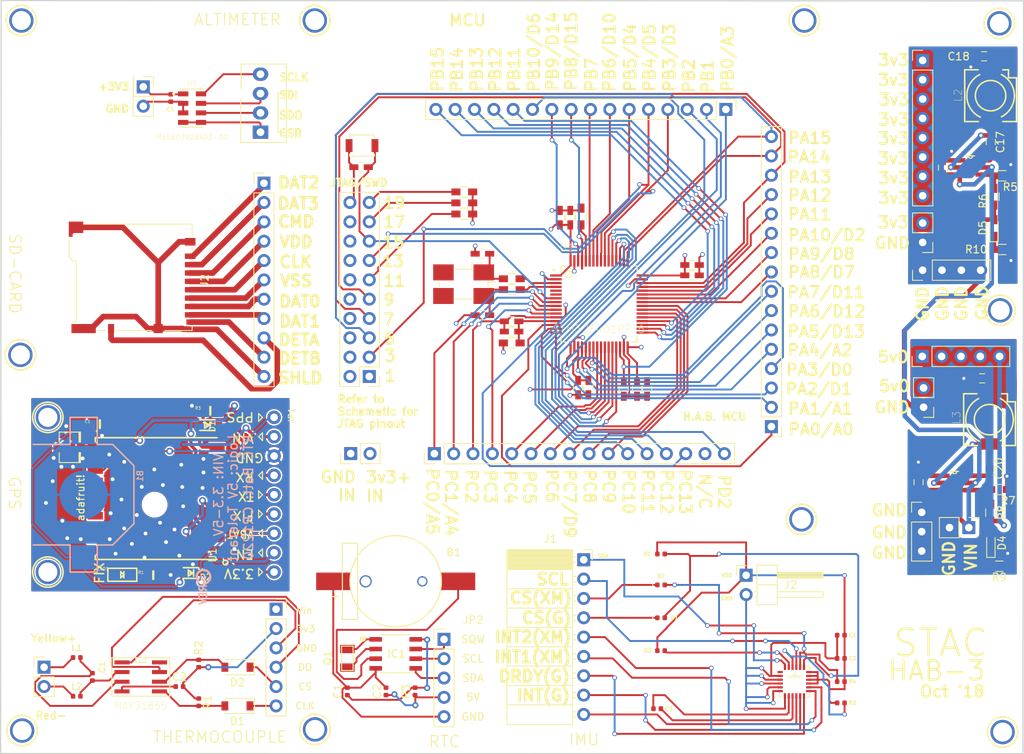
<source format=kicad_pcb>
(kicad_pcb (version 20171130) (host pcbnew 5.0.1-33cea8e~68~ubuntu16.04.1)
  (layers (0 Top signal) (1 In1.Cu power) (2 In2.Cu power) (31 Bottom signal) (34 B.Paste user) (35 F.Paste user) (36 B.SilkS user) (37 F.SilkS user) (38 B.Mask user) (39 F.Mask user) (44 Edge.Cuts user))
  (net 0 "")
  (net 1 "Net-(0k1-Pad1)")
  (net 2 "Net-(0k1-Pad2)")
  (net 3 "Net-(0k2-Pad1)")
  (net 4 "Net-(0k2-Pad2)")
  (net 5 GND)
  (net 6 +3.3VA)
  (net 7 +3V3)
  (net 8 "Net-(10k1-Pad2)")
  (net 9 "Net-(10k2-Pad2)")
  (net 10 "Net-(10k3-Pad2)")
  (net 11 "Net-(10k4-Pad1)")
  (net 12 RST)
  (net 13 PB4)
  (net 14 PA15)
  (net 15 PA13)
  (net 16 PA14)
  (net 17 PB3)
  (net 18 "Net-(J2-Pad1)")
  (net 19 "Net-(J2-Pad11)")
  (net 20 "Net-(J2-Pad9)")
  (net 21 "Net-(J2-Pad2)")
  (net 22 "Net-(J2-Pad3)")
  (net 23 "Net-(J2-Pad4)")
  (net 24 "Net-(J2-Pad5)")
  (net 25 "Net-(J2-Pad6)")
  (net 26 "Net-(J2-Pad7)")
  (net 27 "Net-(J2-Pad8)")
  (net 28 "Net-(J2-Pad10)")
  (net 29 PA0)
  (net 30 PA1)
  (net 31 PA2)
  (net 32 PA3)
  (net 33 PA4)
  (net 34 PA5)
  (net 35 PA6)
  (net 36 PA7)
  (net 37 PA8)
  (net 38 PA9)
  (net 39 PA10)
  (net 40 PA11)
  (net 41 PA12)
  (net 42 PB0)
  (net 43 PB1)
  (net 44 PB2)
  (net 45 PB5)
  (net 46 PB6)
  (net 47 PB7)
  (net 48 PB8)
  (net 49 PB9)
  (net 50 PB10)
  (net 51 PB12)
  (net 52 PB13)
  (net 53 PB14)
  (net 54 PB15)
  (net 55 PC0)
  (net 56 PC1)
  (net 57 PC2)
  (net 58 PC3)
  (net 59 PC4)
  (net 60 PC5)
  (net 61 PC6)
  (net 62 PC7)
  (net 63 PC8)
  (net 64 PC9)
  (net 65 PC10)
  (net 66 PC11)
  (net 67 PC12)
  (net 68 PC13)
  (net 69 "Net-(J5-Pad15)")
  (net 70 PD2)
  (net 71 "Net-(Y1-Pad2)")
  (net 72 "Net-(Y1-Pad3)")
  (net 73 "Net-(U1-Pad5)")
  (net 74 "Net-(U1-Pad6)")
  (net 75 PB11)
  (net 76 "Net-(C16-Pad1)")
  (net 77 "Net-(C16-Pad2)")
  (net 78 "Net-(C17-Pad1)")
  (net 79 "Net-(C17-Pad2)")
  (net 80 "Net-(C18-Pad1)")
  (net 81 "Net-(C20-Pad1)")
  (net 82 "Net-(C20-Pad2)")
  (net 83 "Net-(C21-Pad1)")
  (net 84 "Net-(R5-Pad2)")
  (net 85 "Net-(R7-Pad2)")
  (net 86 "Net-(D4-Pad1)")
  (net 87 "Net-(D5-Pad1)")
  (net 88 /CSB)
  (net 89 /SDO)
  (net 90 /SDI)
  (net 91 /SCLK)
  (net 92 "Net-(C1-Pad1)")
  (net 93 VCC)
  (net 94 "Net-(IC1-Pad1)")
  (net 95 "Net-(IC1-Pad2)")
  (net 96 /SDA)
  (net 97 /SCL)
  (net 98 /SQW)
  (net 99 "Net-(B1-Pad2)")
  (net 100 "Net-(C3-Pad1)")
  (net 101 "Net-(C3-Pad2)")
  (net 102 "Net-(D1-Pad1)")
  (net 103 "Net-(D1-Pad2)")
  (net 104 "Net-(D2-Pad2)")
  (net 105 "Net-(D2-Pad1)")
  (net 106 "Net-(J1-Pad1)")
  (net 107 "Net-(J1-Pad2)")
  (net 108 "Net-(J1-Pad5)")
  (net 109 "Net-(J1-Pad6)")
  (net 110 "Net-(J1-Pad7)")
  (net 111 "Net-(J1-Pad8)")
  (net 112 "Net-(J1-Pad9)")
  (net 113 "Net-(R2-Pad2)")
  (net 114 "Net-(R3-Pad2)")
  (net 115 "Net-(C1-Pad2)")
  (net 116 +5V)
  (net 117 "Net-(C2-Pad2)")
  (net 118 "Net-(C2-Pad1)")
  (net 119 3.3V)
  (net 120 VIN)
  (net 121 "Net-(U1-PadP$20)")
  (net 122 "Net-(U1-PadP$18)")
  (net 123 "Net-(U1-PadP$17)")
  (net 124 "Net-(U1-PadP$16)")
  (net 125 "Net-(U1-PadP$15)")
  (net 126 "Net-(U1-PadP$14)")
  (net 127 /1PPS)
  (net 128 "Net-(U$20-PadP$3)")
  (net 129 /RX_3V)
  (net 130 /TX)
  (net 131 "Net-(U1-PadP$7)")
  (net 132 "Net-(U1-PadP$6)")
  (net 133 /FIX)
  (net 134 /VBACKUP)
  (net 135 "Net-(U1-PadP$2)")
  (net 136 /ENABLE)
  (net 137 "Net-(LED1-PadC)")
  (net 138 /RX)
  (net 139 "Net-(B1-Pad+$1)")
  (module "Adafruit Ultimate GPS:MOUNTINGHOLE_2.5_PLATED" (layer Top) (at 75.3 129.875)
    (fp_text reference U$8 hide)
    (fp_text value MOUNTINGHOLE2.5 hide)
    (pad P$1 thru_hole circle (at 0 0) (size 3.2 3.2) (drill 2.5) (layers *.Cu *.Mask))
  )
  (module "Adafruit Ultimate GPS:MOUNTINGHOLE_2.5_PLATED" (layer Top) (at 75.075 80.525)
    (fp_text reference U$8 hide)
    (fp_text value MOUNTINGHOLE2.5 hide)
    (pad P$1 thru_hole circle (at 0 0) (size 3.2 3.2) (drill 2.5) (layers *.Cu *.Mask))
  )
  (module "Adafruit Ultimate GPS:MOUNTINGHOLE_2.5_PLATED" (layer Top) (at 178.05 36.6)
    (fp_text reference U$8 hide)
    (fp_text value MOUNTINGHOLE2.5 hide)
    (pad P$1 thru_hole circle (at 0 0) (size 3.2 3.2) (drill 2.5) (layers *.Cu *.Mask))
  )
  (module "Adafruit Ultimate GPS:MOUNTINGHOLE_2.5_PLATED" (layer Top) (at 113.75 36.6)
    (fp_text reference U$8 hide)
    (fp_text value MOUNTINGHOLE2.5 hide)
    (pad P$1 thru_hole circle (at 0 0) (size 3.2 3.2) (drill 2.5) (layers *.Cu *.Mask))
  )
  (module "Adafruit Ultimate GPS:MOUNTINGHOLE_2.5_PLATED" (layer Top) (at 113.775 129.725)
    (fp_text reference U$8 hide)
    (fp_text value MOUNTINGHOLE2.5 hide)
    (pad P$1 thru_hole circle (at 0 0) (size 3.2 3.2) (drill 2.5) (layers *.Cu *.Mask))
  )
  (module "Adafruit Ultimate GPS:MOUNTINGHOLE_2.5_PLATED" (layer Top) (at 203.775 74.675)
    (fp_text reference U$8 hide)
    (fp_text value MOUNTINGHOLE2.5 hide)
    (pad P$1 thru_hole circle (at 0 0) (size 3.2 3.2) (drill 2.5) (layers *.Cu *.Mask))
  )
  (module "Adafruit Ultimate GPS:MOUNTINGHOLE_2.5_PLATED" (layer Top) (at 177.675 102.125)
    (fp_text reference U$9 hide)
    (fp_text value MOUNTINGHOLE2.5 hide)
    (pad P$1 thru_hole circle (at 0 0) (size 3.2 3.2) (drill 2.5) (layers *.Cu *.Mask))
  )
  (module "Adafruit Ultimate GPS:MOUNTINGHOLE_2.5_PLATED" (layer Top) (at 75.2 36.6)
    (fp_text reference U$9 hide)
    (fp_text value MOUNTINGHOLE2.5 hide)
    (pad P$1 thru_hole circle (at 0 0) (size 3.2 3.2) (drill 2.5) (layers *.Cu *.Mask))
  )
  (module "Adafruit Ultimate GPS:MOUNTINGHOLE_2.5_PLATED" (layer Top) (at 203.675 36.975)
    (fp_text reference U$9 hide)
    (fp_text value MOUNTINGHOLE2.5 hide)
    (pad P$1 thru_hole circle (at 0 0) (size 3.2 3.2) (drill 2.5) (layers *.Cu *.Mask))
  )
  (module "Adafruit Ultimate GPS:MOUNTINGHOLE_2.5_PLATED" (layer Top) (at 204.1 130.075)
    (fp_text reference U$8 hide)
    (fp_text value MOUNTINGHOLE2.5 hide)
    (pad P$1 thru_hole circle (at 0 0) (size 3.2 3.2) (drill 2.5) (layers *.Cu *.Mask))
  )
  (module Connectors_Card:Hirose_DM3BT-DSF-PEJS (layer Top) (at 96.68044 67.56676 270)
    (fp_text reference J2 (at 3.2 -2.6 270) (layer F.SilkS))
    (fp_text value Micro_SD_Card_Det)
    (pad 1 smd rect (at 0 -0.7 270) (size 0.7 1.4) (layers Top F.Paste F.Mask) (net 18 "Net-(J2-Pad1)"))
    (pad 11 smd rect (at -3.8 14.3 270) (size 1.5 1.9) (layers Top F.Paste F.Mask) (net 19 "Net-(J2-Pad11)"))
    (pad 11 smd rect (at -1.9 -0.7 270) (size 1 1.4) (layers Top F.Paste F.Mask) (net 19 "Net-(J2-Pad11)"))
    (pad 11 smd rect (at 9.5 3.5 270) (size 1.2 1.2) (layers Top F.Paste F.Mask) (net 19 "Net-(J2-Pad11)"))
    (pad 11 smd rect (at 9.5 13.3 270) (size 1.2 3.2) (layers Top F.Paste F.Mask) (net 19 "Net-(J2-Pad11)"))
    (pad 9 smd rect (at 8.65 -0.8 270) (size 0.7 1.2) (layers Top F.Paste F.Mask) (net 20 "Net-(J2-Pad9)"))
    (pad 2 smd rect (at 1.1 -0.7 270) (size 0.7 1.4) (layers Top F.Paste F.Mask) (net 21 "Net-(J2-Pad2)"))
    (pad 3 smd rect (at 2.2 -0.7 270) (size 0.7 1.4) (layers Top F.Paste F.Mask) (net 22 "Net-(J2-Pad3)"))
    (pad 4 smd rect (at 3.3 -0.7 270) (size 0.7 1.4) (layers Top F.Paste F.Mask) (net 23 "Net-(J2-Pad4)"))
    (pad 5 smd rect (at 4.4 -0.7 270) (size 0.7 1.4) (layers Top F.Paste F.Mask) (net 24 "Net-(J2-Pad5)"))
    (pad 6 smd rect (at 5.5 -0.7 270) (size 0.7 1.4) (layers Top F.Paste F.Mask) (net 25 "Net-(J2-Pad6)"))
    (pad 7 smd rect (at 6.6 -0.7 270) (size 0.7 1.4) (layers Top F.Paste F.Mask) (net 26 "Net-(J2-Pad7)"))
    (pad 8 smd rect (at 7.7 -0.7 270) (size 0.7 1.4) (layers Top F.Paste F.Mask) (net 27 "Net-(J2-Pad8)"))
    (pad 11 smd rect (at -2.8 15 270) (size 0.5 0.5) (layers Top F.Paste F.Mask) (net 19 "Net-(J2-Pad11)"))
    (pad 10 smd rect (at 9.5 9.7 270) (size 1.2 0.8) (layers Top F.Paste F.Mask) (net 28 "Net-(J2-Pad10)"))
    (pad 11 smd rect (at -3.05 14.75 315) (size 0.2 0.2) (layers Top F.Paste F.Mask) (net 19 "Net-(J2-Pad11)"))
  )
  (module STM32F401RET6:QFP50P1200X1200X160-64N (layer Top) (at 151.09698 73.84288)
    (fp_text reference U1 (at -4.22007 -7.40267) (layer F.SilkS) (effects (font (size 1.00239 1.00239) (thickness 0.05))))
    (fp_text value STM32F401RET6 (at -0.04318 3.302) (layer F.SilkS) (effects (font (size 1.00246 1.00246) (thickness 0.05))))
    (pad 1 smd rect (at -5.67 -3.75) (size 1.5 0.3) (layers Top F.Paste F.Mask) (net 7 +3V3))
    (pad 2 smd rect (at -5.67 -3.25) (size 1.5 0.3) (layers Top F.Paste F.Mask) (net 68 PC13))
    (pad 3 smd rect (at -5.67 -2.75) (size 1.5 0.3) (layers Top F.Paste F.Mask) (net 1 "Net-(0k1-Pad1)"))
    (pad 4 smd rect (at -5.67 -2.25) (size 1.5 0.3) (layers Top F.Paste F.Mask) (net 3 "Net-(0k2-Pad1)"))
    (pad 5 smd rect (at -5.67 -1.75) (size 1.5 0.3) (layers Top F.Paste F.Mask) (net 73 "Net-(U1-Pad5)"))
    (pad 6 smd rect (at -5.67 -1.25) (size 1.5 0.3) (layers Top F.Paste F.Mask) (net 74 "Net-(U1-Pad6)"))
    (pad 7 smd rect (at -5.67 -0.75) (size 1.5 0.3) (layers Top F.Paste F.Mask) (net 12 RST))
    (pad 8 smd rect (at -5.67 -0.25) (size 1.5 0.3) (layers Top F.Paste F.Mask) (net 55 PC0))
    (pad 9 smd rect (at -5.67 0.25) (size 1.5 0.3) (layers Top F.Paste F.Mask) (net 56 PC1))
    (pad 10 smd rect (at -5.67 0.75) (size 1.5 0.3) (layers Top F.Paste F.Mask) (net 57 PC2))
    (pad 11 smd rect (at -5.67 1.25) (size 1.5 0.3) (layers Top F.Paste F.Mask) (net 58 PC3))
    (pad 12 smd rect (at -5.67 1.75) (size 1.5 0.3) (layers Top F.Paste F.Mask) (net 5 GND))
    (pad 13 smd rect (at -5.67 2.25) (size 1.5 0.3) (layers Top F.Paste F.Mask) (net 6 +3.3VA))
    (pad 14 smd rect (at -5.67 2.75) (size 1.5 0.3) (layers Top F.Paste F.Mask) (net 29 PA0))
    (pad 15 smd rect (at -5.67 3.25) (size 1.5 0.3) (layers Top F.Paste F.Mask) (net 30 PA1))
    (pad 16 smd rect (at -5.67 3.75) (size 1.5 0.3) (layers Top F.Paste F.Mask) (net 31 PA2))
    (pad 17 smd rect (at -3.75 5.67 90) (size 1.5 0.3) (layers Top F.Paste F.Mask) (net 32 PA3))
    (pad 18 smd rect (at -3.25 5.67 90) (size 1.5 0.3) (layers Top F.Paste F.Mask) (net 5 GND))
    (pad 19 smd rect (at -2.75 5.67 90) (size 1.5 0.3) (layers Top F.Paste F.Mask) (net 7 +3V3))
    (pad 20 smd rect (at -2.25 5.67 90) (size 1.5 0.3) (layers Top F.Paste F.Mask) (net 33 PA4))
    (pad 21 smd rect (at -1.75 5.67 90) (size 1.5 0.3) (layers Top F.Paste F.Mask) (net 34 PA5))
    (pad 22 smd rect (at -1.25 5.67 90) (size 1.5 0.3) (layers Top F.Paste F.Mask) (net 35 PA6))
    (pad 23 smd rect (at -0.75 5.67 90) (size 1.5 0.3) (layers Top F.Paste F.Mask) (net 36 PA7))
    (pad 24 smd rect (at -0.25 5.67 90) (size 1.5 0.3) (layers Top F.Paste F.Mask) (net 59 PC4))
    (pad 25 smd rect (at 0.25 5.67 90) (size 1.5 0.3) (layers Top F.Paste F.Mask) (net 60 PC5))
    (pad 26 smd rect (at 0.75 5.67 90) (size 1.5 0.3) (layers Top F.Paste F.Mask) (net 42 PB0))
    (pad 27 smd rect (at 1.25 5.67 90) (size 1.5 0.3) (layers Top F.Paste F.Mask) (net 43 PB1))
    (pad 28 smd rect (at 1.75 5.67 90) (size 1.5 0.3) (layers Top F.Paste F.Mask) (net 44 PB2))
    (pad 29 smd rect (at 2.25 5.67 90) (size 1.5 0.3) (layers Top F.Paste F.Mask) (net 50 PB10))
    (pad 30 smd rect (at 2.75 5.67 90) (size 1.5 0.3) (layers Top F.Paste F.Mask) (net 75 PB11))
    (pad 31 smd rect (at 3.25 5.67 90) (size 1.5 0.3) (layers Top F.Paste F.Mask) (net 5 GND))
    (pad 32 smd rect (at 3.75 5.67 90) (size 1.5 0.3) (layers Top F.Paste F.Mask) (net 7 +3V3))
    (pad 33 smd rect (at 5.67 3.75 180) (size 1.5 0.3) (layers Top F.Paste F.Mask) (net 51 PB12))
    (pad 34 smd rect (at 5.67 3.25 180) (size 1.5 0.3) (layers Top F.Paste F.Mask) (net 52 PB13))
    (pad 35 smd rect (at 5.67 2.75 180) (size 1.5 0.3) (layers Top F.Paste F.Mask) (net 53 PB14))
    (pad 36 smd rect (at 5.67 2.25 180) (size 1.5 0.3) (layers Top F.Paste F.Mask) (net 54 PB15))
    (pad 37 smd rect (at 5.67 1.75 180) (size 1.5 0.3) (layers Top F.Paste F.Mask) (net 61 PC6))
    (pad 38 smd rect (at 5.67 1.25 180) (size 1.5 0.3) (layers Top F.Paste F.Mask) (net 62 PC7))
    (pad 39 smd rect (at 5.67 0.75 180) (size 1.5 0.3) (layers Top F.Paste F.Mask) (net 63 PC8))
    (pad 40 smd rect (at 5.67 0.25 180) (size 1.5 0.3) (layers Top F.Paste F.Mask) (net 64 PC9))
    (pad 41 smd rect (at 5.67 -0.25 180) (size 1.5 0.3) (layers Top F.Paste F.Mask) (net 37 PA8))
    (pad 42 smd rect (at 5.67 -0.75 180) (size 1.5 0.3) (layers Top F.Paste F.Mask) (net 38 PA9))
    (pad 43 smd rect (at 5.67 -1.25 180) (size 1.5 0.3) (layers Top F.Paste F.Mask) (net 39 PA10))
    (pad 44 smd rect (at 5.67 -1.75 180) (size 1.5 0.3) (layers Top F.Paste F.Mask) (net 40 PA11))
    (pad 45 smd rect (at 5.67 -2.25 180) (size 1.5 0.3) (layers Top F.Paste F.Mask) (net 41 PA12))
    (pad 46 smd rect (at 5.67 -2.75 180) (size 1.5 0.3) (layers Top F.Paste F.Mask) (net 15 PA13))
    (pad 47 smd rect (at 5.67 -3.25 180) (size 1.5 0.3) (layers Top F.Paste F.Mask) (net 5 GND))
    (pad 48 smd rect (at 5.67 -3.75 180) (size 1.5 0.3) (layers Top F.Paste F.Mask) (net 7 +3V3))
    (pad 49 smd rect (at 3.75 -5.67 270) (size 1.5 0.3) (layers Top F.Paste F.Mask) (net 16 PA14))
    (pad 50 smd rect (at 3.25 -5.67 270) (size 1.5 0.3) (layers Top F.Paste F.Mask) (net 14 PA15))
    (pad 51 smd rect (at 2.75 -5.67 270) (size 1.5 0.3) (layers Top F.Paste F.Mask) (net 65 PC10))
    (pad 52 smd rect (at 2.25 -5.67 270) (size 1.5 0.3) (layers Top F.Paste F.Mask) (net 66 PC11))
    (pad 53 smd rect (at 1.75 -5.67 270) (size 1.5 0.3) (layers Top F.Paste F.Mask) (net 67 PC12))
    (pad 54 smd rect (at 1.25 -5.67 270) (size 1.5 0.3) (layers Top F.Paste F.Mask) (net 70 PD2))
    (pad 55 smd rect (at 0.75 -5.67 270) (size 1.5 0.3) (layers Top F.Paste F.Mask) (net 17 PB3))
    (pad 56 smd rect (at 0.25 -5.67 270) (size 1.5 0.3) (layers Top F.Paste F.Mask) (net 13 PB4))
    (pad 57 smd rect (at -0.25 -5.67 270) (size 1.5 0.3) (layers Top F.Paste F.Mask) (net 45 PB5))
    (pad 58 smd rect (at -0.75 -5.67 270) (size 1.5 0.3) (layers Top F.Paste F.Mask) (net 46 PB6))
    (pad 59 smd rect (at -1.25 -5.67 270) (size 1.5 0.3) (layers Top F.Paste F.Mask) (net 47 PB7))
    (pad 60 smd rect (at -1.75 -5.67 270) (size 1.5 0.3) (layers Top F.Paste F.Mask) (net 11 "Net-(10k4-Pad1)"))
    (pad 61 smd rect (at -2.25 -5.67 270) (size 1.5 0.3) (layers Top F.Paste F.Mask) (net 48 PB8))
    (pad 62 smd rect (at -2.75 -5.67 270) (size 1.5 0.3) (layers Top F.Paste F.Mask) (net 49 PB9))
    (pad 63 smd rect (at -3.25 -5.67 270) (size 1.5 0.3) (layers Top F.Paste F.Mask) (net 5 GND))
    (pad 64 smd rect (at -3.75 -5.67 270) (size 1.5 0.3) (layers Top F.Paste F.Mask) (net 7 +3V3))
  )
  (module Resistors_SMD:R_0603_HandSoldering (layer Top) (at 139.6238 70.52564 180)
    (fp_text reference 0k1 hide)
    (fp_text value R1)
    (pad 1 smd rect (at -1.1 0 180) (size 1.2 0.9) (layers Top F.Paste F.Mask) (net 1 "Net-(0k1-Pad1)"))
    (pad 2 smd rect (at 1.1 0 180) (size 1.2 0.9) (layers Top F.Paste F.Mask) (net 2 "Net-(0k1-Pad2)"))
  )
  (module Resistors_SMD:R_0603_HandSoldering (layer Top) (at 139.63396 71.95312 180)
    (fp_text reference 0k2 hide)
    (fp_text value R2)
    (pad 1 smd rect (at -1.1 0 180) (size 1.2 0.9) (layers Top F.Paste F.Mask) (net 3 "Net-(0k2-Pad1)"))
    (pad 2 smd rect (at 1.1 0 180) (size 1.2 0.9) (layers Top F.Paste F.Mask) (net 4 "Net-(0k2-Pad2)"))
  )
  (module Capacitors_SMD:C_0603_HandSoldering (layer Top) (at 139.5984 77.45984)
    (fp_text reference 1uF1 hide)
    (fp_text value C6)
    (pad 1 smd rect (at -0.95 0) (size 1.2 0.75) (layers Top F.Paste F.Mask) (net 5 GND))
    (pad 2 smd rect (at 0.95 0) (size 1.2 0.75) (layers Top F.Paste F.Mask) (net 6 +3.3VA))
  )
  (module Capacitors_SMD:C_0603_HandSoldering (layer Top) (at 147.30476 62.49924 270)
    (fp_text reference 1uF2 hide)
    (fp_text value C14)
    (pad 1 smd rect (at -0.95 0 270) (size 1.2 0.75) (layers Top F.Paste F.Mask) (net 5 GND))
    (pad 2 smd rect (at 0.95 0 270) (size 1.2 0.75) (layers Top F.Paste F.Mask) (net 7 +3V3))
  )
  (module Capacitors_SMD:C_0603_HandSoldering (layer Top) (at 148.336 84.8208 90)
    (fp_text reference 1uF3 hide)
    (fp_text value C8)
    (pad 1 smd rect (at -0.95 0 90) (size 1.2 0.75) (layers Top F.Paste F.Mask) (net 5 GND))
    (pad 2 smd rect (at 0.95 0 90) (size 1.2 0.75) (layers Top F.Paste F.Mask) (net 7 +3V3))
  )
  (module Capacitors_SMD:C_0603_HandSoldering (layer Top) (at 156.07792 85.00364 90)
    (fp_text reference 1uF4 hide)
    (fp_text value C12)
    (pad 1 smd rect (at -0.95 0 90) (size 1.2 0.75) (layers Top F.Paste F.Mask) (net 5 GND))
    (pad 2 smd rect (at 0.95 0 90) (size 1.2 0.75) (layers Top F.Paste F.Mask) (net 7 +3V3))
  )
  (module Capacitors_SMD:C_0603_HandSoldering (layer Top) (at 163.30676 68.71716 180)
    (fp_text reference 1uF5 hide)
    (fp_text value C10)
    (pad 1 smd rect (at -0.95 0 180) (size 1.2 0.75) (layers Top F.Paste F.Mask) (net 5 GND))
    (pad 2 smd rect (at 0.95 0 180) (size 1.2 0.75) (layers Top F.Paste F.Mask) (net 7 +3V3))
  )
  (module Capacitors_SMD:C_0603_HandSoldering (layer Top) (at 154.34056 85.00876 90)
    (fp_text reference 4.7uF1 hide)
    (fp_text value C21)
    (pad 1 smd rect (at -0.95 0 90) (size 1.2 0.75) (layers Top F.Paste F.Mask) (net 5 GND))
    (pad 2 smd rect (at 0.95 0 90) (size 1.2 0.75) (layers Top F.Paste F.Mask) (net 75 PB11))
  )
  (module Resistors_SMD:R_0603_HandSoldering (layer Top) (at 133.38556 62.01664 180)
    (fp_text reference 10k1 hide)
    (fp_text value R6)
    (pad 1 smd rect (at -1.1 0 180) (size 1.2 0.9) (layers Top F.Paste F.Mask) (net 5 GND))
    (pad 2 smd rect (at 1.1 0 180) (size 1.2 0.9) (layers Top F.Paste F.Mask) (net 8 "Net-(10k1-Pad2)"))
  )
  (module Resistors_SMD:R_0603_HandSoldering (layer Top) (at 133.38556 59.11596 180)
    (fp_text reference 10k2 hide)
    (fp_text value R7)
    (pad 1 smd rect (at -1.1 0 180) (size 1.2 0.9) (layers Top F.Paste F.Mask) (net 5 GND))
    (pad 2 smd rect (at 1.1 0 180) (size 1.2 0.9) (layers Top F.Paste F.Mask) (net 9 "Net-(10k2-Pad2)"))
  )
  (module Resistors_SMD:R_0603_HandSoldering (layer Top) (at 133.38556 60.55868 180)
    (fp_text reference 10k3 hide)
    (fp_text value R8)
    (pad 1 smd rect (at -1.1 0 180) (size 1.2 0.9) (layers Top F.Paste F.Mask) (net 5 GND))
    (pad 2 smd rect (at 1.1 0 180) (size 1.2 0.9) (layers Top F.Paste F.Mask) (net 10 "Net-(10k3-Pad2)"))
  )
  (module Resistors_SMD:R_0603_HandSoldering (layer Top) (at 148.72208 62.3492 90)
    (fp_text reference 10k4 hide)
    (fp_text value R5)
    (pad 1 smd rect (at -1.1 0 90) (size 1.2 0.9) (layers Top F.Paste F.Mask) (net 11 "Net-(10k4-Pad1)"))
    (pad 2 smd rect (at 1.1 0 90) (size 1.2 0.9) (layers Top F.Paste F.Mask) (net 5 GND))
  )
  (module Capacitors_SMD:C_0603_HandSoldering (layer Top) (at 139.60094 76.11618)
    (fp_text reference 10nF1 hide)
    (fp_text value C7)
    (pad 1 smd rect (at -0.95 0) (size 1.2 0.75) (layers Top F.Paste F.Mask) (net 5 GND))
    (pad 2 smd rect (at 0.95 0) (size 1.2 0.75) (layers Top F.Paste F.Mask) (net 6 +3.3VA))
  )
  (module Inductors_SMD:L_0603_HandSoldering (layer Top) (at 139.61872 78.95844 180)
    (fp_text reference 22uH1 hide)
    (fp_text value L1)
    (pad 1 smd rect (at -1.1 0 180) (size 1.2 0.9) (layers Top F.Paste F.Mask) (net 6 +3.3VA))
    (pad 2 smd rect (at 1.1 0 180) (size 1.2 0.9) (layers Top F.Paste F.Mask) (net 7 +3V3))
  )
  (module Capacitors_SMD:C_0603_HandSoldering (layer Top) (at 119.827 55.86476 180)
    (fp_text reference 100nF1 hide)
    (fp_text value C5)
    (pad 1 smd rect (at -0.95 0 180) (size 1.2 0.75) (layers Top F.Paste F.Mask) (net 12 RST))
    (pad 2 smd rect (at 0.95 0 180) (size 1.2 0.75) (layers Top F.Paste F.Mask) (net 5 GND))
  )
  (module Capacitors_SMD:C_0603_HandSoldering (layer Top) (at 145.9484 62.49924 270)
    (fp_text reference 100nF2 hide)
    (fp_text value C15)
    (pad 1 smd rect (at -0.95 0 270) (size 1.2 0.75) (layers Top F.Paste F.Mask) (net 5 GND))
    (pad 2 smd rect (at 0.95 0 270) (size 1.2 0.75) (layers Top F.Paste F.Mask) (net 7 +3V3))
  )
  (module Capacitors_SMD:C_0603_HandSoldering (layer Top) (at 149.68728 84.8208 90)
    (fp_text reference 100nF3 hide)
    (fp_text value C9)
    (pad 1 smd rect (at -0.95 0 90) (size 1.2 0.75) (layers Top F.Paste F.Mask) (net 5 GND))
    (pad 2 smd rect (at 0.95 0 90) (size 1.2 0.75) (layers Top F.Paste F.Mask) (net 7 +3V3))
  )
  (module Capacitors_SMD:C_0603_HandSoldering (layer Top) (at 157.4038 85.0036 90)
    (fp_text reference 100nF4 hide)
    (fp_text value C13)
    (pad 1 smd rect (at -0.95 0 90) (size 1.2 0.75) (layers Top F.Paste F.Mask) (net 5 GND))
    (pad 2 smd rect (at 0.95 0 90) (size 1.2 0.75) (layers Top F.Paste F.Mask) (net 7 +3V3))
  )
  (module Capacitors_SMD:C_0603_HandSoldering (layer Top) (at 163.30168 70.0786 180)
    (fp_text reference 100nF5 hide)
    (fp_text value C11)
    (pad 1 smd rect (at -0.95 0 180) (size 1.2 0.75) (layers Top F.Paste F.Mask) (net 5 GND))
    (pad 2 smd rect (at 0.95 0 180) (size 1.2 0.75) (layers Top F.Paste F.Mask) (net 7 +3V3))
  )
  (module Capacitors_SMD:C_0603_HandSoldering (layer Top) (at 135.763 67.23888 180)
    (fp_text reference C1 hide)
    (fp_text value 4.3pF hide)
    (pad 1 smd rect (at -0.95 0 180) (size 1.2 0.75) (layers Top F.Paste F.Mask) (net 2 "Net-(0k1-Pad2)"))
    (pad 2 smd rect (at 0.95 0 180) (size 1.2 0.75) (layers Top F.Paste F.Mask) (net 5 GND))
  )
  (module Capacitors_SMD:C_0603_HandSoldering (layer Top) (at 135.75792 75.311 180)
    (fp_text reference C2 hide)
    (fp_text value 4.3pF hide)
    (pad 1 smd rect (at -0.95 0 180) (size 1.2 0.75) (layers Top F.Paste F.Mask) (net 4 "Net-(0k2-Pad2)"))
    (pad 2 smd rect (at 0.95 0 180) (size 1.2 0.75) (layers Top F.Paste F.Mask) (net 5 GND))
  )
  (module Pin_Headers:Pin_Header_Straight_2x10_Pitch2.54mm (layer Top) (at 120.904 83.3628 180)
    (fp_text reference J1 hide)
    (fp_text value Conn_ARM_JTAG_SWD_20 hide)
    (pad 1 thru_hole rect (at 0 0 180) (size 1.7 1.7) (drill 1) (layers *.Cu *.Mask) (net 7 +3V3))
    (pad 2 thru_hole oval (at 2.54 0 180) (size 1.7 1.7) (drill 1) (layers *.Cu *.Mask) (net 7 +3V3))
    (pad 3 thru_hole oval (at 0 2.54 180) (size 1.7 1.7) (drill 1) (layers *.Cu *.Mask) (net 13 PB4))
    (pad 4 thru_hole oval (at 2.54 2.54 180) (size 1.7 1.7) (drill 1) (layers *.Cu *.Mask) (net 5 GND))
    (pad 5 thru_hole oval (at 0 5.08 180) (size 1.7 1.7) (drill 1) (layers *.Cu *.Mask) (net 14 PA15))
    (pad 6 thru_hole oval (at 2.54 5.08 180) (size 1.7 1.7) (drill 1) (layers *.Cu *.Mask) (net 5 GND))
    (pad 7 thru_hole oval (at 0 7.62 180) (size 1.7 1.7) (drill 1) (layers *.Cu *.Mask) (net 15 PA13))
    (pad 8 thru_hole oval (at 2.54 7.62 180) (size 1.7 1.7) (drill 1) (layers *.Cu *.Mask) (net 5 GND))
    (pad 9 thru_hole oval (at 0 10.16 180) (size 1.7 1.7) (drill 1) (layers *.Cu *.Mask) (net 16 PA14))
    (pad 10 thru_hole oval (at 2.54 10.16 180) (size 1.7 1.7) (drill 1) (layers *.Cu *.Mask) (net 5 GND))
    (pad 11 thru_hole oval (at 0 12.7 180) (size 1.7 1.7) (drill 1) (layers *.Cu *.Mask) (net 8 "Net-(10k1-Pad2)"))
    (pad 12 thru_hole oval (at 2.54 12.7 180) (size 1.7 1.7) (drill 1) (layers *.Cu *.Mask) (net 5 GND))
    (pad 13 thru_hole oval (at 0 15.24 180) (size 1.7 1.7) (drill 1) (layers *.Cu *.Mask) (net 17 PB3))
    (pad 14 thru_hole oval (at 2.54 15.24 180) (size 1.7 1.7) (drill 1) (layers *.Cu *.Mask) (net 5 GND))
    (pad 15 thru_hole oval (at 0 17.78 180) (size 1.7 1.7) (drill 1) (layers *.Cu *.Mask) (net 12 RST))
    (pad 16 thru_hole oval (at 2.54 17.78 180) (size 1.7 1.7) (drill 1) (layers *.Cu *.Mask) (net 5 GND))
    (pad 17 thru_hole oval (at 0 20.32 180) (size 1.7 1.7) (drill 1) (layers *.Cu *.Mask) (net 10 "Net-(10k3-Pad2)"))
    (pad 18 thru_hole oval (at 2.54 20.32 180) (size 1.7 1.7) (drill 1) (layers *.Cu *.Mask) (net 5 GND))
    (pad 19 thru_hole oval (at 0 22.86 180) (size 1.7 1.7) (drill 1) (layers *.Cu *.Mask) (net 9 "Net-(10k2-Pad2)"))
    (pad 20 thru_hole oval (at 2.54 22.86 180) (size 1.7 1.7) (drill 1) (layers *.Cu *.Mask) (net 5 GND))
  )
  (module Pin_Headers:Pin_Header_Straight_1x16_Pitch2.54mm (layer Top) (at 173.73092 89.95156 180)
    (fp_text reference J3 hide)
    (fp_text value Conn_01x16_Male hide)
    (pad 1 thru_hole rect (at 0 0 180) (size 1.7 1.7) (drill 1) (layers *.Cu *.Mask) (net 29 PA0))
    (pad 2 thru_hole oval (at 0 2.54 180) (size 1.7 1.7) (drill 1) (layers *.Cu *.Mask) (net 30 PA1))
    (pad 3 thru_hole oval (at 0 5.08 180) (size 1.7 1.7) (drill 1) (layers *.Cu *.Mask) (net 31 PA2))
    (pad 4 thru_hole oval (at 0 7.62 180) (size 1.7 1.7) (drill 1) (layers *.Cu *.Mask) (net 32 PA3))
    (pad 5 thru_hole oval (at 0 10.16 180) (size 1.7 1.7) (drill 1) (layers *.Cu *.Mask) (net 33 PA4))
    (pad 6 thru_hole oval (at 0 12.7 180) (size 1.7 1.7) (drill 1) (layers *.Cu *.Mask) (net 34 PA5))
    (pad 7 thru_hole oval (at 0 15.24 180) (size 1.7 1.7) (drill 1) (layers *.Cu *.Mask) (net 35 PA6))
    (pad 8 thru_hole oval (at 0 17.78 180) (size 1.7 1.7) (drill 1) (layers *.Cu *.Mask) (net 36 PA7))
    (pad 9 thru_hole oval (at 0 20.32 180) (size 1.7 1.7) (drill 1) (layers *.Cu *.Mask) (net 37 PA8))
    (pad 10 thru_hole oval (at 0 22.86 180) (size 1.7 1.7) (drill 1) (layers *.Cu *.Mask) (net 38 PA9))
    (pad 11 thru_hole oval (at 0 25.4 180) (size 1.7 1.7) (drill 1) (layers *.Cu *.Mask) (net 39 PA10))
    (pad 12 thru_hole oval (at 0 27.94 180) (size 1.7 1.7) (drill 1) (layers *.Cu *.Mask) (net 40 PA11))
    (pad 13 thru_hole oval (at 0 30.48 180) (size 1.7 1.7) (drill 1) (layers *.Cu *.Mask) (net 41 PA12))
    (pad 14 thru_hole oval (at 0 33.02 180) (size 1.7 1.7) (drill 1) (layers *.Cu *.Mask) (net 15 PA13))
    (pad 15 thru_hole oval (at 0 35.56 180) (size 1.7 1.7) (drill 1) (layers *.Cu *.Mask) (net 16 PA14))
    (pad 16 thru_hole oval (at 0 38.1 180) (size 1.7 1.7) (drill 1) (layers *.Cu *.Mask) (net 14 PA15))
  )
  (module Pin_Headers:Pin_Header_Straight_1x16_Pitch2.54mm (layer Top) (at 167.74668 48.28032 270)
    (fp_text reference J4 hide)
    (fp_text value Conn_01x16_Male hide)
    (pad 1 thru_hole rect (at 0 0 270) (size 1.7 1.7) (drill 1) (layers *.Cu *.Mask) (net 42 PB0))
    (pad 2 thru_hole oval (at 0 2.54 270) (size 1.7 1.7) (drill 1) (layers *.Cu *.Mask) (net 43 PB1))
    (pad 3 thru_hole oval (at 0 5.08 270) (size 1.7 1.7) (drill 1) (layers *.Cu *.Mask) (net 44 PB2))
    (pad 4 thru_hole oval (at 0 7.62 270) (size 1.7 1.7) (drill 1) (layers *.Cu *.Mask) (net 17 PB3))
    (pad 5 thru_hole oval (at 0 10.16 270) (size 1.7 1.7) (drill 1) (layers *.Cu *.Mask) (net 13 PB4))
    (pad 6 thru_hole oval (at 0 12.7 270) (size 1.7 1.7) (drill 1) (layers *.Cu *.Mask) (net 45 PB5))
    (pad 7 thru_hole oval (at 0 15.24 270) (size 1.7 1.7) (drill 1) (layers *.Cu *.Mask) (net 46 PB6))
    (pad 8 thru_hole oval (at 0 17.78 270) (size 1.7 1.7) (drill 1) (layers *.Cu *.Mask) (net 47 PB7))
    (pad 9 thru_hole oval (at 0 20.32 270) (size 1.7 1.7) (drill 1) (layers *.Cu *.Mask) (net 48 PB8))
    (pad 10 thru_hole oval (at 0 22.86 270) (size 1.7 1.7) (drill 1) (layers *.Cu *.Mask) (net 49 PB9))
    (pad 11 thru_hole oval (at 0 25.4 270) (size 1.7 1.7) (drill 1) (layers *.Cu *.Mask) (net 50 PB10))
    (pad 12 thru_hole oval (at 0 27.94 270) (size 1.7 1.7) (drill 1) (layers *.Cu *.Mask) (net 75 PB11))
    (pad 13 thru_hole oval (at 0 30.48 270) (size 1.7 1.7) (drill 1) (layers *.Cu *.Mask) (net 51 PB12))
    (pad 14 thru_hole oval (at 0 33.02 270) (size 1.7 1.7) (drill 1) (layers *.Cu *.Mask) (net 52 PB13))
    (pad 15 thru_hole oval (at 0 35.56 270) (size 1.7 1.7) (drill 1) (layers *.Cu *.Mask) (net 53 PB14))
    (pad 16 thru_hole oval (at 0 38.1 270) (size 1.7 1.7) (drill 1) (layers *.Cu *.Mask) (net 54 PB15))
  )
  (module Pin_Headers:Pin_Header_Straight_1x16_Pitch2.54mm (layer Top) (at 129.45364 93.50248 90)
    (fp_text reference J5 hide)
    (fp_text value Conn_01x16_Male hide)
    (pad 1 thru_hole rect (at 0 0 90) (size 1.7 1.7) (drill 1) (layers *.Cu *.Mask) (net 55 PC0))
    (pad 2 thru_hole oval (at 0 2.54 90) (size 1.7 1.7) (drill 1) (layers *.Cu *.Mask) (net 56 PC1))
    (pad 3 thru_hole oval (at 0 5.08 90) (size 1.7 1.7) (drill 1) (layers *.Cu *.Mask) (net 57 PC2))
    (pad 4 thru_hole oval (at 0 7.62 90) (size 1.7 1.7) (drill 1) (layers *.Cu *.Mask) (net 58 PC3))
    (pad 5 thru_hole oval (at 0 10.16 90) (size 1.7 1.7) (drill 1) (layers *.Cu *.Mask) (net 59 PC4))
    (pad 6 thru_hole oval (at 0 12.7 90) (size 1.7 1.7) (drill 1) (layers *.Cu *.Mask) (net 60 PC5))
    (pad 7 thru_hole oval (at 0 15.24 90) (size 1.7 1.7) (drill 1) (layers *.Cu *.Mask) (net 61 PC6))
    (pad 8 thru_hole oval (at 0 17.78 90) (size 1.7 1.7) (drill 1) (layers *.Cu *.Mask) (net 62 PC7))
    (pad 9 thru_hole oval (at 0 20.32 90) (size 1.7 1.7) (drill 1) (layers *.Cu *.Mask) (net 63 PC8))
    (pad 10 thru_hole oval (at 0 22.86 90) (size 1.7 1.7) (drill 1) (layers *.Cu *.Mask) (net 64 PC9))
    (pad 11 thru_hole oval (at 0 25.4 90) (size 1.7 1.7) (drill 1) (layers *.Cu *.Mask) (net 65 PC10))
    (pad 12 thru_hole oval (at 0 27.94 90) (size 1.7 1.7) (drill 1) (layers *.Cu *.Mask) (net 66 PC11))
    (pad 13 thru_hole oval (at 0 30.48 90) (size 1.7 1.7) (drill 1) (layers *.Cu *.Mask) (net 67 PC12))
    (pad 14 thru_hole oval (at 0 33.02 90) (size 1.7 1.7) (drill 1) (layers *.Cu *.Mask) (net 68 PC13))
    (pad 15 thru_hole oval (at 0 35.56 90) (size 1.7 1.7) (drill 1) (layers *.Cu *.Mask) (net 69 "Net-(J5-Pad15)"))
    (pad 16 thru_hole oval (at 0 38.1 90) (size 1.7 1.7) (drill 1) (layers *.Cu *.Mask) (net 70 PD2))
  )
  (module Pin_Headers:Pin_Header_Straight_1x02_Pitch2.54mm (layer Top) (at 118.4656 93.48724 90)
    (fp_text reference J6 hide)
    (fp_text value Conn_01x02_Male hide)
    (pad 1 thru_hole rect (at 0 0 90) (size 1.7 1.7) (drill 1) (layers *.Cu *.Mask) (net 5 GND))
    (pad 2 thru_hole oval (at 0 2.54 90) (size 1.7 1.7) (drill 1) (layers *.Cu *.Mask) (net 7 +3V3))
  )
  (module Pin_Headers:Pin_Header_Straight_1x11_Pitch2.54mm (layer Top) (at 107.07148 57.9694)
    (fp_text reference J9 hide)
    (fp_text value Conn_01x11_Male hide)
    (pad 1 thru_hole rect (at 0 0) (size 1.7 1.7) (drill 1) (layers *.Cu *.Mask) (net 18 "Net-(J2-Pad1)"))
    (pad 2 thru_hole oval (at 0 2.54) (size 1.7 1.7) (drill 1) (layers *.Cu *.Mask) (net 21 "Net-(J2-Pad2)"))
    (pad 3 thru_hole oval (at 0 5.08) (size 1.7 1.7) (drill 1) (layers *.Cu *.Mask) (net 22 "Net-(J2-Pad3)"))
    (pad 4 thru_hole oval (at 0 7.62) (size 1.7 1.7) (drill 1) (layers *.Cu *.Mask) (net 23 "Net-(J2-Pad4)"))
    (pad 5 thru_hole oval (at 0 10.16) (size 1.7 1.7) (drill 1) (layers *.Cu *.Mask) (net 24 "Net-(J2-Pad5)"))
    (pad 6 thru_hole oval (at 0 12.7) (size 1.7 1.7) (drill 1) (layers *.Cu *.Mask) (net 25 "Net-(J2-Pad6)"))
    (pad 7 thru_hole oval (at 0 15.24) (size 1.7 1.7) (drill 1) (layers *.Cu *.Mask) (net 26 "Net-(J2-Pad7)"))
    (pad 8 thru_hole oval (at 0 17.78) (size 1.7 1.7) (drill 1) (layers *.Cu *.Mask) (net 27 "Net-(J2-Pad8)"))
    (pad 9 thru_hole oval (at 0 20.32) (size 1.7 1.7) (drill 1) (layers *.Cu *.Mask) (net 28 "Net-(J2-Pad10)"))
    (pad 10 thru_hole oval (at 0 22.86) (size 1.7 1.7) (drill 1) (layers *.Cu *.Mask) (net 20 "Net-(J2-Pad9)"))
    (pad 11 thru_hole oval (at 0 25.4) (size 1.7 1.7) (drill 1) (layers *.Cu *.Mask) (net 19 "Net-(J2-Pad11)"))
  )
  (module Buttons_Switches_SMD:SW_SPST_B3U-1000P (layer Top) (at 119.94896 53.03012)
    (fp_text reference SW1 hide)
    (fp_text value SW_DPST_x2 hide)
    (pad 1 smd rect (at -1.7 0) (size 0.9 1.7) (layers Top F.Paste F.Mask) (net 5 GND))
    (pad 2 smd rect (at 1.7 0) (size 0.9 1.7) (layers Top F.Paste F.Mask) (net 12 RST))
  )
  (module Crystals:Crystal_SMD_0603-4pin_6.0x3.5mm_HandSoldering (layer Top) (at 133.29412 71.23684 180)
    (fp_text reference Y1 hide)
    (fp_text value 32.768MHz)
    (pad 1 smd rect (at -2.65 1.55 180) (size 2.7 2.1) (layers Top F.Paste F.Mask) (net 2 "Net-(0k1-Pad2)"))
    (pad 2 smd rect (at 2.65 1.55 180) (size 2.7 2.1) (layers Top F.Paste F.Mask) (net 71 "Net-(Y1-Pad2)"))
    (pad 3 smd rect (at 2.65 -1.55 180) (size 2.7 2.1) (layers Top F.Paste F.Mask) (net 72 "Net-(Y1-Pad3)"))
    (pad 4 smd rect (at -2.65 -1.55 180) (size 2.7 2.1) (layers Top F.Paste F.Mask) (net 4 "Net-(0k2-Pad2)"))
  )
  (module Capacitors_SMD:C_0603_HandSoldering (layer Top) (at 196.275 55.925 90)
    (fp_text reference C16 hide)
    (fp_text value 10uF hide)
    (pad 1 smd rect (at -0.95 0 90) (size 1.2 0.75) (layers Top F.Paste F.Mask) (net 76 "Net-(C16-Pad1)"))
    (pad 2 smd rect (at 0.95 0 90) (size 1.2 0.75) (layers Top F.Paste F.Mask) (net 77 "Net-(C16-Pad2)"))
  )
  (module Capacitors_SMD:C_0603_HandSoldering (layer Top) (at 202.55 52.575 270)
    (fp_text reference C17 (at 0 -1.25 270) (layer F.SilkS))
    (fp_text value 100nF hide)
    (pad 1 smd rect (at -0.95 0 270) (size 1.2 0.75) (layers Top F.Paste F.Mask) (net 78 "Net-(C17-Pad1)"))
    (pad 2 smd rect (at 0.95 0 270) (size 1.2 0.75) (layers Top F.Paste F.Mask) (net 79 "Net-(C17-Pad2)"))
  )
  (module Capacitors_SMD:C_0603_HandSoldering (layer Top) (at 201.675 41.3 180)
    (fp_text reference C18 (at 3.35 -0.025 180) (layer F.SilkS))
    (fp_text value 47uF hide)
    (pad 1 smd rect (at -0.95 0 180) (size 1.2 0.75) (layers Top F.Paste F.Mask) (net 80 "Net-(C18-Pad1)"))
    (pad 2 smd rect (at 0.95 0 180) (size 1.2 0.75) (layers Top F.Paste F.Mask) (net 77 "Net-(C16-Pad2)"))
  )
  (module Capacitors_SMD:C_0603_HandSoldering (layer Top) (at 193.05908 97.24798 90)
    (fp_text reference C19 hide)
    (fp_text value 10uF hide)
    (pad 1 smd rect (at -0.95 0 90) (size 1.2 0.75) (layers Top F.Paste F.Mask) (net 76 "Net-(C16-Pad1)"))
    (pad 2 smd rect (at 0.95 0 90) (size 1.2 0.75) (layers Top F.Paste F.Mask) (net 77 "Net-(C16-Pad2)"))
  )
  (module Capacitors_SMD:C_0603_HandSoldering (layer Top) (at 202.39612 95.44208 270)
    (fp_text reference C20 (at 0 -1.25 270) (layer F.SilkS))
    (fp_text value 100nF hide)
    (pad 1 smd rect (at -0.95 0 270) (size 1.2 0.75) (layers Top F.Paste F.Mask) (net 81 "Net-(C20-Pad1)"))
    (pad 2 smd rect (at 0.95 0 270) (size 1.2 0.75) (layers Top F.Paste F.Mask) (net 82 "Net-(C20-Pad2)"))
  )
  (module Capacitors_SMD:C_0603_HandSoldering (layer Top) (at 201.41572 83.6031 180)
    (fp_text reference C21 hide)
    (fp_text value 47uF hide)
    (pad 1 smd rect (at -0.95 0 180) (size 1.2 0.75) (layers Top F.Paste F.Mask) (net 83 "Net-(C21-Pad1)"))
    (pad 2 smd rect (at 0.95 0 180) (size 1.2 0.75) (layers Top F.Paste F.Mask) (net 77 "Net-(C16-Pad2)"))
  )
  (module Pin_Headers:Pin_Header_Straight_1x02_Pitch2.54mm (layer Top) (at 193.72202 87.40294 180)
    (fp_text reference J10 hide)
    (fp_text value Conn_01x02_Male hide)
    (pad 1 thru_hole rect (at 0 0 180) (size 1.7 1.7) (drill 1) (layers *.Cu *.Mask) (net 77 "Net-(C16-Pad2)"))
    (pad 2 thru_hole oval (at 0 2.54 180) (size 1.7 1.7) (drill 1) (layers *.Cu *.Mask) (net 83 "Net-(C21-Pad1)"))
  )
  (module TPS564208:INDC7070X450 (layer Top) (at 202.625 46.5 270)
    (fp_text reference L2 (at -0.075 4.375 270) (layer F.SilkS) (effects (font (size 1.00085 1.00085) (thickness 0.05))))
    (fp_text value 2.2uH hide)
    (pad 1 smd rect (at -3.2254 0.1016) (size 2.2 1.5) (layers Top F.Paste F.Mask) (net 80 "Net-(C18-Pad1)"))
    (pad 2 smd rect (at 3.1746 0.1016) (size 2.2 1.5) (layers Top F.Paste F.Mask) (net 78 "Net-(C17-Pad1)"))
  )
  (module TPS564208:INDC7070X450 (layer Top) (at 202.48502 89.05648 270)
    (fp_text reference L3 (at -0.28148 4.43502 270) (layer F.SilkS) (effects (font (size 1.00085 1.00085) (thickness 0.05))))
    (fp_text value 3.3uH hide)
    (pad 1 smd rect (at -3.2254 0.1016) (size 2.2 1.5) (layers Top F.Paste F.Mask) (net 83 "Net-(C21-Pad1)"))
    (pad 2 smd rect (at 3.1746 0.1016) (size 2.2 1.5) (layers Top F.Paste F.Mask) (net 81 "Net-(C20-Pad1)"))
  )
  (module Resistors_SMD:R_0603_HandSoldering (layer Top) (at 204.05 57 180)
    (fp_text reference R5 (at -1.05 -1.475 180) (layer F.SilkS))
    (fp_text value 10k hide)
    (pad 1 smd rect (at -1.1 0 180) (size 1.2 0.9) (layers Top F.Paste F.Mask) (net 77 "Net-(C16-Pad2)"))
    (pad 2 smd rect (at 1.1 0 180) (size 1.2 0.9) (layers Top F.Paste F.Mask) (net 84 "Net-(R5-Pad2)"))
  )
  (module Resistors_SMD:R_0603_HandSoldering (layer Top) (at 202.95226 59.74768 270)
    (fp_text reference R6 (at 0.57732 1.40226 270) (layer F.SilkS))
    (fp_text value 33.2k hide)
    (pad 1 smd rect (at -1.1 0 270) (size 1.2 0.9) (layers Top F.Paste F.Mask) (net 84 "Net-(R5-Pad2)"))
    (pad 2 smd rect (at 1.1 0 270) (size 1.2 0.9) (layers Top F.Paste F.Mask) (net 80 "Net-(C18-Pad1)"))
  )
  (module Resistors_SMD:R_0603_HandSoldering (layer Top) (at 203.62784 98.21318 180)
    (fp_text reference R7 (at -1.19716 -1.46182 180) (layer F.SilkS))
    (fp_text value 10k hide)
    (pad 1 smd rect (at -1.1 0 180) (size 1.2 0.9) (layers Top F.Paste F.Mask) (net 77 "Net-(C16-Pad2)"))
    (pad 2 smd rect (at 1.1 0 180) (size 1.2 0.9) (layers Top F.Paste F.Mask) (net 85 "Net-(R7-Pad2)"))
  )
  (module Resistors_SMD:R_0603_HandSoldering (layer Top) (at 202.55868 101.24086 270)
    (fp_text reference R8 (at 0 -1.45 270) (layer F.SilkS))
    (fp_text value 56.2k hide)
    (pad 1 smd rect (at -1.1 0 270) (size 1.2 0.9) (layers Top F.Paste F.Mask) (net 85 "Net-(R7-Pad2)"))
    (pad 2 smd rect (at 1.1 0 270) (size 1.2 0.9) (layers Top F.Paste F.Mask) (net 83 "Net-(C21-Pad1)"))
  )
  (module TPS564208:TPS564208 (layer Top) (at 197.79618 97.3445)
    (fp_text reference U3 hide)
    (fp_text value TPS564208 hide)
    (pad 1 smd rect (at -1.2954 -0.9398) (size 1.27 0.5588) (layers Top F.Paste F.Mask) (net 77 "Net-(C16-Pad2)"))
    (pad 2 smd rect (at -1.2954 0) (size 1.27 0.5588) (layers Top F.Paste F.Mask) (net 81 "Net-(C20-Pad1)"))
    (pad 3 smd rect (at -1.2954 0.9398) (size 1.27 0.5588) (layers Top F.Paste F.Mask) (net 76 "Net-(C16-Pad1)"))
    (pad 4 smd rect (at 1.2954 0.9398) (size 1.27 0.5588) (layers Top F.Paste F.Mask) (net 85 "Net-(R7-Pad2)"))
    (pad 5 smd rect (at 1.2954 0) (size 1.27 0.5588) (layers Top F.Paste F.Mask) (net 76 "Net-(C16-Pad1)"))
    (pad 6 smd rect (at 1.2954 -0.9398) (size 1.27 0.5588) (layers Top F.Paste F.Mask) (net 82 "Net-(C20-Pad2)"))
  )
  (module Pin_Headers:Pin_Header_Straight_1x02_Pitch2.54mm (layer Top) (at 199.66308 103.21698 270)
    (fp_text reference J7 hide)
    (fp_text value Conn_01x02_Male hide)
    (pad 1 thru_hole rect (at 0 0 270) (size 1.7 1.7) (drill 1) (layers *.Cu *.Mask) (net 76 "Net-(C16-Pad1)"))
    (pad 2 thru_hole oval (at 0 2.54 270) (size 1.7 1.7) (drill 1) (layers *.Cu *.Mask) (net 77 "Net-(C16-Pad2)"))
  )
  (module Pin_Headers:Pin_Header_Straight_1x02_Pitch2.54mm (layer Top) (at 193.6 65.75 180)
    (fp_text reference J8 hide)
    (fp_text value Conn_01x02_Male hide)
    (pad 1 thru_hole rect (at 0 0 180) (size 1.7 1.7) (drill 1) (layers *.Cu *.Mask) (net 77 "Net-(C16-Pad2)"))
    (pad 2 thru_hole oval (at 0 2.54 180) (size 1.7 1.7) (drill 1) (layers *.Cu *.Mask) (net 80 "Net-(C18-Pad1)"))
  )
  (module TPS564208:TPS564208 (layer Top) (at 199.875 55.9)
    (fp_text reference U2 hide)
    (fp_text value TPS564208 hide)
    (pad 1 smd rect (at -1.2954 -0.9398) (size 1.27 0.5588) (layers Top F.Paste F.Mask) (net 77 "Net-(C16-Pad2)"))
    (pad 2 smd rect (at -1.2954 0) (size 1.27 0.5588) (layers Top F.Paste F.Mask) (net 78 "Net-(C17-Pad1)"))
    (pad 3 smd rect (at -1.2954 0.9398) (size 1.27 0.5588) (layers Top F.Paste F.Mask) (net 76 "Net-(C16-Pad1)"))
    (pad 4 smd rect (at 1.2954 0.9398) (size 1.27 0.5588) (layers Top F.Paste F.Mask) (net 84 "Net-(R5-Pad2)"))
    (pad 5 smd rect (at 1.2954 0) (size 1.27 0.5588) (layers Top F.Paste F.Mask) (net 76 "Net-(C16-Pad1)"))
    (pad 6 smd rect (at 1.2954 -0.9398) (size 1.27 0.5588) (layers Top F.Paste F.Mask) (net 79 "Net-(C17-Pad2)"))
  )
  (module LEDs:LED_0603_HandSoldering (layer Top) (at 202.56376 105.32518 90)
    (fp_text reference D4 (at 0.09144 1.4478 90) (layer F.SilkS))
    (fp_text value LED hide)
    (pad 1 smd rect (at -1.1 0 90) (size 1.2 0.9) (layers Top F.Paste F.Mask) (net 86 "Net-(D4-Pad1)"))
    (pad 2 smd rect (at 1.1 0 90) (size 1.2 0.9) (layers Top F.Paste F.Mask) (net 83 "Net-(C21-Pad1)"))
  )
  (module LEDs:LED_0603_HandSoldering (layer Top) (at 202.96496 63.86012 90)
    (fp_text reference D5 (at 0 -1.45 90) (layer F.SilkS))
    (fp_text value LED hide)
    (pad 1 smd rect (at -1.1 0 90) (size 1.2 0.9) (layers Top F.Paste F.Mask) (net 87 "Net-(D5-Pad1)"))
    (pad 2 smd rect (at 1.1 0 90) (size 1.2 0.9) (layers Top F.Paste F.Mask) (net 80 "Net-(C18-Pad1)"))
  )
  (module Resistors_SMD:R_0603_HandSoldering (layer Top) (at 203.66104 108.28682 180)
    (fp_text reference R9 (at 0 -1.45 180) (layer F.SilkS))
    (fp_text value 4.7k hide)
    (pad 1 smd rect (at -1.1 0 180) (size 1.2 0.9) (layers Top F.Paste F.Mask) (net 77 "Net-(C16-Pad2)"))
    (pad 2 smd rect (at 1.1 0 180) (size 1.2 0.9) (layers Top F.Paste F.Mask) (net 86 "Net-(D4-Pad1)"))
  )
  (module Resistors_SMD:R_0603_HandSoldering (layer Top) (at 204.0675 66.6846 180)
    (fp_text reference R10 (at 3.4425 0.0096 180) (layer F.SilkS))
    (fp_text value 4.7k hide)
    (pad 1 smd rect (at -1.1 0 180) (size 1.2 0.9) (layers Top F.Paste F.Mask) (net 77 "Net-(C16-Pad2)"))
    (pad 2 smd rect (at 1.1 0 180) (size 1.2 0.9) (layers Top F.Paste F.Mask) (net 87 "Net-(D5-Pad1)"))
  )
  (module Pin_Headers:Pin_Header_Straight_1x04_Pitch2.54mm (layer Top) (at 193.6 69.4 90)
    (fp_text reference J13 hide)
    (fp_text value Conn_01x04_Male hide)
    (pad 1 thru_hole rect (at 0 0 90) (size 1.7 1.7) (drill 1) (layers *.Cu *.Mask) (net 77 "Net-(C16-Pad2)"))
    (pad 2 thru_hole oval (at 0 2.54 90) (size 1.7 1.7) (drill 1) (layers *.Cu *.Mask) (net 77 "Net-(C16-Pad2)"))
    (pad 3 thru_hole oval (at 0 5.08 90) (size 1.7 1.7) (drill 1) (layers *.Cu *.Mask) (net 77 "Net-(C16-Pad2)"))
    (pad 4 thru_hole oval (at 0 7.62 90) (size 1.7 1.7) (drill 1) (layers *.Cu *.Mask) (net 77 "Net-(C16-Pad2)"))
  )
  (module Pin_Headers:Pin_Header_Straight_1x05_Pitch2.54mm (layer Top) (at 193.5493 80.72782 90)
    (fp_text reference J14 hide)
    (fp_text value Conn_01x05_Male hide)
    (pad 1 thru_hole rect (at 0 0 90) (size 1.7 1.7) (drill 1) (layers *.Cu *.Mask) (net 83 "Net-(C21-Pad1)"))
    (pad 2 thru_hole oval (at 0 2.54 90) (size 1.7 1.7) (drill 1) (layers *.Cu *.Mask) (net 83 "Net-(C21-Pad1)"))
    (pad 3 thru_hole oval (at 0 5.08 90) (size 1.7 1.7) (drill 1) (layers *.Cu *.Mask) (net 83 "Net-(C21-Pad1)"))
    (pad 4 thru_hole oval (at 0 7.62 90) (size 1.7 1.7) (drill 1) (layers *.Cu *.Mask) (net 83 "Net-(C21-Pad1)"))
    (pad 5 thru_hole oval (at 0 10.16 90) (size 1.7 1.7) (drill 1) (layers *.Cu *.Mask) (net 83 "Net-(C21-Pad1)"))
  )
  (module Pin_Headers:Pin_Header_Straight_1x03_Pitch2.54mm (layer Top) (at 193.47564 101.20784)
    (fp_text reference J12 hide)
    (fp_text value Conn_01x03_Male hide)
    (pad 1 thru_hole rect (at 0 0) (size 1.7 1.7) (drill 1) (layers *.Cu *.Mask) (net 77 "Net-(C16-Pad2)"))
    (pad 2 thru_hole oval (at 0 2.54) (size 1.7 1.7) (drill 1) (layers *.Cu *.Mask) (net 77 "Net-(C16-Pad2)"))
    (pad 3 thru_hole oval (at 0 5.08) (size 1.7 1.7) (drill 1) (layers *.Cu *.Mask) (net 77 "Net-(C16-Pad2)"))
  )
  (module Pin_Headers:Pin_Header_Straight_1x08_Pitch2.54mm (layer Top) (at 193.6 41.84)
    (fp_text reference J15 hide)
    (fp_text value Conn_01x08_Male hide)
    (pad 1 thru_hole rect (at 0 0) (size 1.7 1.7) (drill 1) (layers *.Cu *.Mask) (net 80 "Net-(C18-Pad1)"))
    (pad 2 thru_hole oval (at 0 2.54) (size 1.7 1.7) (drill 1) (layers *.Cu *.Mask) (net 80 "Net-(C18-Pad1)"))
    (pad 3 thru_hole oval (at 0 5.08) (size 1.7 1.7) (drill 1) (layers *.Cu *.Mask) (net 80 "Net-(C18-Pad1)"))
    (pad 4 thru_hole oval (at 0 7.62) (size 1.7 1.7) (drill 1) (layers *.Cu *.Mask) (net 80 "Net-(C18-Pad1)"))
    (pad 5 thru_hole oval (at 0 10.16) (size 1.7 1.7) (drill 1) (layers *.Cu *.Mask) (net 80 "Net-(C18-Pad1)"))
    (pad 6 thru_hole oval (at 0 12.7) (size 1.7 1.7) (drill 1) (layers *.Cu *.Mask) (net 80 "Net-(C18-Pad1)"))
    (pad 7 thru_hole oval (at 0 15.24) (size 1.7 1.7) (drill 1) (layers *.Cu *.Mask) (net 80 "Net-(C18-Pad1)"))
    (pad 8 thru_hole oval (at 0 17.78) (size 1.7 1.7) (drill 1) (layers *.Cu *.Mask) (net 80 "Net-(C18-Pad1)"))
  )
  (module Connector:FanPinHeader_1x04_P2.54mm_Vertical (layer Top) (at 106.6149 51.27424 90)
    (fp_text reference "" hide)
    (fp_text value "" hide)
    (pad 1 thru_hole rect (at 0 0 180) (size 2.03 1.73) (drill 1.02) (layers *.Cu *.Mask) (net 88 /CSB))
    (pad 2 thru_hole oval (at 2.54 0 180) (size 2.03 1.73) (drill 1.02) (layers *.Cu *.Mask) (net 89 /SDO))
    (pad 3 thru_hole oval (at 5.08 0 180) (size 2.03 1.73) (drill 1.02) (layers *.Cu *.Mask) (net 90 /SDI))
    (pad 4 thru_hole oval (at 7.62 0 180) (size 2.03 1.73) (drill 1.02) (layers *.Cu *.Mask) (net 91 /SCLK))
    (pad "" np_thru_hole circle (at 5.08 -2.16 180) (size 1.1 1.1) (drill 1.1) (layers *.Cu *.Mask))
  )
  (module MS560702BA03-00:SON125P500X300X100-8N (layer Top) (at 97.6299 48.10924)
    (fp_text reference U1 (at 0 -3.3333) (layer F.SilkS) (effects (font (size 0.641134 0.641134) (thickness 0.05))))
    (fp_text value MS560702BA03-00 (at 0 3.81) (layer F.SilkS) (effects (font (size 0.641908 0.641908) (thickness 0.05))))
    (pad 1 smd rect (at -1.175 -1.875) (size 1.36 0.65) (layers Top F.Paste F.Mask) (net 7 +3V3))
    (pad 8 smd rect (at 1.175 -1.875) (size 1.36 0.65) (layers Top F.Paste F.Mask) (net 91 /SCLK))
    (pad 2 smd rect (at -1.175 -0.625) (size 1.36 0.65) (layers Top F.Paste F.Mask) (net 5 GND))
    (pad 3 smd rect (at -1.175 0.625) (size 1.36 0.65) (layers Top F.Paste F.Mask) (net 5 GND))
    (pad 4 smd rect (at -1.175 1.875) (size 1.36 0.65) (layers Top F.Paste F.Mask) (net 88 /CSB))
    (pad 5 smd rect (at 1.175 1.875) (size 1.36 0.65) (layers Top F.Paste F.Mask) (net 88 /CSB))
    (pad 6 smd rect (at 1.175 0.625) (size 1.36 0.65) (layers Top F.Paste F.Mask) (net 89 /SDO))
    (pad 7 smd rect (at 1.175 -0.625) (size 1.36 0.65) (layers Top F.Paste F.Mask) (net 90 /SDI))
  )
  (module Capacitor_SMD:C_0402_1005Metric (layer Top) (at 94.8349 46.77924 270)
    (fp_text reference C1 (at 1.485 0.04) (layer F.SilkS) (effects (font (size 0.5 0.5) (thickness 0.125))))
    (fp_text value 100nF)
    (pad 1 smd roundrect (at -0.485 0 270) (size 0.59 0.64) (layers Top F.Paste F.Mask) (net 7 +3V3))
    (pad 2 smd roundrect (at 0.485 0 270) (size 0.59 0.64) (layers Top F.Paste F.Mask) (net 5 GND))
  )
  (module Connector_PinHeader_2.54mm:PinHeader_2x01_P2.54mm_Vertical (layer Top) (at 91.2149 45.31424 270)
    (fp_text reference "" hide)
    (fp_text value "")
    (pad 1 thru_hole rect (at 0 0 270) (size 1.7 1.7) (drill 1) (layers *.Cu *.Mask) (net 7 +3V3))
    (pad 2 thru_hole oval (at 2.54 0 270) (size 1.7 1.7) (drill 1) (layers *.Cu *.Mask) (net 5 GND))
  )
  (module SOIC127P600X175-8N:SOIC127P600X175-8N (layer Top) (at 124.37508 119.79956)
    (fp_text reference IC1 (at 0.09 0) (layer F.SilkS))
    (fp_text value RTC_PCF8523T)
    (pad 8 smd rect (at 2.63 -1.905) (size 1.65 0.61) (layers Top F.Paste F.Mask) (net 92 "Net-(C1-Pad1)"))
    (pad 7 smd rect (at 2.63 -0.635) (size 1.65 0.61) (layers Top F.Paste F.Mask) (net 98 /SQW))
    (pad 6 smd rect (at 2.63 0.635) (size 1.65 0.61) (layers Top F.Paste F.Mask) (net 97 /SCL))
    (pad 5 smd rect (at 2.63 1.905) (size 1.65 0.61) (layers Top F.Paste F.Mask) (net 96 /SDA))
    (pad 4 smd rect (at -2.63 1.905) (size 1.65 0.61) (layers Top F.Paste F.Mask) (net 5 GND))
    (pad 3 smd rect (at -2.63 0.635) (size 1.65 0.61) (layers Top F.Paste F.Mask) (net 99 "Net-(B1-Pad2)"))
    (pad 2 smd rect (at -2.63 -0.635) (size 1.65 0.61) (layers Top F.Paste F.Mask) (net 95 "Net-(IC1-Pad2)"))
    (pad 1 smd rect (at -2.63 -1.905) (size 1.65 0.61) (layers Top F.Paste F.Mask) (net 94 "Net-(IC1-Pad1)"))
  )
  (module Connector_PinHeader_2.54mm:PinHeader_1x05_P2.54mm_Vertical (layer Top) (at 130.72508 117.89456)
    (fp_text reference JP2 (at 3.81 -2.54) (layer F.SilkS))
    (fp_text value HEADER-1X576MIL hide)
    (pad 5 thru_hole oval (at 0 10.16) (size 1.7 1.7) (drill 1) (layers *.Cu *.Mask) (net 5 GND))
    (pad 4 thru_hole oval (at 0 7.62) (size 1.7 1.7) (drill 1) (layers *.Cu *.Mask) (net 93 VCC))
    (pad 3 thru_hole oval (at 0 5.08) (size 1.7 1.7) (drill 1) (layers *.Cu *.Mask) (net 96 /SDA))
    (pad 2 thru_hole oval (at 0 2.54) (size 1.7 1.7) (drill 1) (layers *.Cu *.Mask) (net 97 /SCL))
    (pad 1 thru_hole rect (at 0 0) (size 1.7 1.7) (drill 1) (layers *.Cu *.Mask) (net 98 /SQW))
  )
  (module Capacitor_SMD:C_0402_1005Metric (layer Top) (at 118.02508 124.72956 90)
    (fp_text reference C1 (at 0 -1.27 270) (layer F.SilkS))
    (fp_text value 10uF)
    (pad 2 smd roundrect (at 0.485 0 90) (size 0.59 0.64) (layers Top F.Paste F.Mask) (net 5 GND))
    (pad 1 smd roundrect (at -0.485 0 90) (size 0.59 0.64) (layers Top F.Paste F.Mask) (net 92 "Net-(C1-Pad1)"))
  )
  (module Capacitor_SMD:C_0402_1005Metric (layer Top) (at 123.10508 124.72956 90)
    (fp_text reference C2 (at 0 -1.17 90) (layer F.SilkS))
    (fp_text value 10uF)
    (pad 1 smd roundrect (at -0.485 0 90) (size 0.59 0.64) (layers Top F.Paste F.Mask) (net 93 VCC))
    (pad 2 smd roundrect (at 0.485 0 90) (size 0.59 0.64) (layers Top F.Paste F.Mask) (net 5 GND))
  )
  (module XTAL320X150X90 (layer Top) (at 118.02508 120.38376 270)
    (fp_text reference Q1 (at -0.0508 2.54 270) (layer F.SilkS) (effects (font (size 1.00058 1.00058))))
    (fp_text value 32.768KHz hide)
    (pad 2 smd rect (at 1.2192 0 270) (size 1.0922 1.905) (layers Top F.Paste F.Mask) (net 95 "Net-(IC1-Pad2)"))
    (pad 1 smd rect (at -1.2192 0 270) (size 1.0922 1.905) (layers Top F.Paste F.Mask) (net 94 "Net-(IC1-Pad1)"))
  )
  (module Resistor_SMD:R_0402_1005Metric (layer Top) (at 126.91508 124.72956 90)
    (fp_text reference R3 (at 0 -1.17 270) (layer F.SilkS))
    (fp_text value 1K)
    (pad 2 smd roundrect (at 0.485 0 90) (size 0.59 0.64) (layers Top F.Paste F.Mask) (net 92 "Net-(C1-Pad1)"))
    (pad 1 smd roundrect (at -0.485 0 90) (size 0.59 0.64) (layers Top F.Paste F.Mask) (net 93 VCC))
  )
  (module Battery:S8411-45R (layer Top) (at 124.37508 110.27456 270)
    (fp_text reference B1 (at -3.81 -7.62 180) (layer F.SilkS))
    (fp_text value CR1220)
    (fp_text user + (at 2 8 270) (layer F.SilkS))
    (pad "" np_thru_hole circle (at 0 -3.5 270) (size 1.35 1.35) (drill 1) (layers *.Cu *.Mask))
    (pad "" np_thru_hole circle (at 0 3.95 270) (size 1.6 1.6) (drill 1.25) (layers *.Cu *.Mask))
    (pad 2 smd rect (at 0 -8.2 270) (size 2.3 4.5) (layers Top F.Paste F.Mask) (net 99 "Net-(B1-Pad2)"))
    (pad 1 smd rect (at 0 8.2 270) (size 2.3 4.5) (layers Top F.Paste F.Mask) (net 5 GND))
  )
  (module Connector_PinHeader_2.54mm:PinHeader_1x02_P2.54mm_Horizontal (layer Top) (at 170.4083 109.47416)
    (fp_text reference J2 (at 5.842 1.27) (layer F.SilkS))
    (fp_text value Conn_01x02_Female hide)
    (pad 1 thru_hole rect (at 0 0) (size 1.7 1.7) (drill 1) (layers *.Cu *.Mask) (net 115 "Net-(C1-Pad2)"))
    (pad 2 thru_hole oval (at 0 2.54) (size 1.7 1.7) (drill 1) (layers *.Cu *.Mask) (net 92 "Net-(C1-Pad1)"))
  )
  (module Capacitor_SMD:C_0402_1005Metric (layer Top) (at 182.8543 117.34816)
    (fp_text reference C1 (at 1.524 0) (layer F.SilkS) (effects (font (size 0.5 0.5) (thickness 0.125))))
    (fp_text value 100nF)
    (pad 1 smd roundrect (at -0.485 0) (size 0.59 0.64) (layers Top F.Paste F.Mask) (net 92 "Net-(C1-Pad1)"))
    (pad 2 smd roundrect (at 0.485 0) (size 0.59 0.64) (layers Top F.Paste F.Mask) (net 115 "Net-(C1-Pad2)"))
  )
  (module Capacitor_SMD:C_0402_1005Metric (layer Top) (at 182.8543 120.39616)
    (fp_text reference C2 (at 1.524 0) (layer F.SilkS) (effects (font (size 0.5 0.5) (thickness 0.125))))
    (fp_text value 10uF hide)
    (pad 2 smd roundrect (at 0.485 0) (size 0.59 0.64) (layers Top F.Paste F.Mask) (net 115 "Net-(C1-Pad2)"))
    (pad 1 smd roundrect (at -0.485 0) (size 0.59 0.64) (layers Top F.Paste F.Mask) (net 92 "Net-(C1-Pad1)"))
  )
  (module Capacitor_SMD:C_0402_1005Metric (layer Top) (at 158.7243 127.00016)
    (fp_text reference C3 (at 1.524 0) (layer F.SilkS) (effects (font (size 0.5 0.5) (thickness 0.125))))
    (fp_text value 0.22uF)
    (pad 1 smd roundrect (at -0.485 0) (size 0.59 0.64) (layers Top F.Paste F.Mask) (net 100 "Net-(C3-Pad1)"))
    (pad 2 smd roundrect (at 0.485 0) (size 0.59 0.64) (layers Top F.Paste F.Mask) (net 101 "Net-(C3-Pad2)"))
  )
  (module Diode_SMD:D_0402_1005Metric (layer Top) (at 159.2323 115.06216)
    (fp_text reference D1 (at 1.778 0) (layer F.SilkS) (effects (font (size 0.5 0.5) (thickness 0.125))))
    (fp_text value D_Small)
    (pad 1 smd roundrect (at -0.485 0) (size 0.59 0.64) (layers Top F.Paste F.Mask) (net 102 "Net-(D1-Pad1)"))
    (pad 2 smd roundrect (at 0.485 0) (size 0.59 0.64) (layers Top F.Paste F.Mask) (net 103 "Net-(D1-Pad2)"))
  )
  (module Diode_SMD:D_0402_1005Metric (layer Top) (at 159.2323 110.74416)
    (fp_text reference D2 (at 0 -1.17) (layer F.SilkS) (effects (font (size 0.5 0.5) (thickness 0.125))))
    (fp_text value D_Small)
    (pad 2 smd roundrect (at 0.485 0) (size 0.59 0.64) (layers Top F.Paste F.Mask) (net 104 "Net-(D2-Pad2)"))
    (pad 1 smd roundrect (at -0.485 0) (size 0.59 0.64) (layers Top F.Paste F.Mask) (net 105 "Net-(D2-Pad1)"))
  )
  (module Connector_PinSocket_2.54mm:PinSocket_1x09_P2.54mm_Horizontal (layer Top) (at 149.073301 107.439161)
    (fp_text reference J1 (at -4.38 -2.77) (layer F.SilkS))
    (fp_text value Conn_01x09_Female hide)
    (pad 1 thru_hole rect (at 0 0) (size 1.7 1.7) (drill 1) (layers *.Cu *.Mask) (net 106 "Net-(J1-Pad1)"))
    (pad 2 thru_hole oval (at 0 2.54) (size 1.7 1.7) (drill 1) (layers *.Cu *.Mask) (net 107 "Net-(J1-Pad2)"))
    (pad 3 thru_hole oval (at 0 5.08) (size 1.7 1.7) (drill 1) (layers *.Cu *.Mask) (net 105 "Net-(D2-Pad1)"))
    (pad 4 thru_hole oval (at 0 7.62) (size 1.7 1.7) (drill 1) (layers *.Cu *.Mask) (net 102 "Net-(D1-Pad1)"))
    (pad 5 thru_hole oval (at 0 10.16) (size 1.7 1.7) (drill 1) (layers *.Cu *.Mask) (net 108 "Net-(J1-Pad5)"))
    (pad 6 thru_hole oval (at 0 12.7) (size 1.7 1.7) (drill 1) (layers *.Cu *.Mask) (net 109 "Net-(J1-Pad6)"))
    (pad 7 thru_hole oval (at 0 15.24) (size 1.7 1.7) (drill 1) (layers *.Cu *.Mask) (net 110 "Net-(J1-Pad7)"))
    (pad 8 thru_hole oval (at 0 17.78) (size 1.7 1.7) (drill 1) (layers *.Cu *.Mask) (net 111 "Net-(J1-Pad8)"))
    (pad 9 thru_hole oval (at 0 20.32) (size 1.7 1.7) (drill 1) (layers *.Cu *.Mask) (net 112 "Net-(J1-Pad9)"))
  )
  (module Resistor_SMD:R_0402_1005Metric (layer Top) (at 159.2323 106.68016)
    (fp_text reference R1 (at -1.778 0) (layer F.SilkS) (effects (font (size 0.5 0.5) (thickness 0.125))))
    (fp_text value 10k)
    (pad 1 smd roundrect (at -0.485 0) (size 0.59 0.64) (layers Top F.Paste F.Mask) (net 115 "Net-(C1-Pad2)"))
    (pad 2 smd roundrect (at 0.485 0) (size 0.59 0.64) (layers Top F.Paste F.Mask) (net 103 "Net-(D1-Pad2)"))
  )
  (module Resistor_SMD:R_0402_1005Metric (layer Top) (at 182.8543 126.23816)
    (fp_text reference R2 (at 1.524 0) (layer F.SilkS) (effects (font (size 0.5 0.5) (thickness 0.125))))
    (fp_text value 10k)
    (pad 1 smd roundrect (at -0.485 0) (size 0.59 0.64) (layers Top F.Paste F.Mask) (net 115 "Net-(C1-Pad2)"))
    (pad 2 smd roundrect (at 0.485 0) (size 0.59 0.64) (layers Top F.Paste F.Mask) (net 113 "Net-(R2-Pad2)"))
  )
  (module Resistor_SMD:R_0402_1005Metric (layer Top) (at 159.2323 119.38016)
    (fp_text reference R3 (at -1.778 0) (layer F.SilkS) (effects (font (size 0.5 0.5) (thickness 0.125))))
    (fp_text value 10k)
    (pad 2 smd roundrect (at 0.485 0) (size 0.59 0.64) (layers Top F.Paste F.Mask) (net 114 "Net-(R3-Pad2)"))
    (pad 1 smd roundrect (at -0.485 0) (size 0.59 0.64) (layers Top F.Paste F.Mask) (net 115 "Net-(C1-Pad2)"))
  )
  (module Resistor_SMD:R_0402_1005Metric (layer Top) (at 182.8543 123.44416)
    (fp_text reference R4 (at 1.524 0) (layer F.SilkS) (effects (font (size 0.5 0.5) (thickness 0.125))))
    (fp_text value 10k)
    (pad 2 smd roundrect (at 0.485 0) (size 0.59 0.64) (layers Top F.Paste F.Mask) (net 115 "Net-(C1-Pad2)"))
    (pad 1 smd roundrect (at -0.485 0) (size 0.59 0.64) (layers Top F.Paste F.Mask) (net 104 "Net-(D2-Pad2)"))
  )
  (module LSM9DS04:LGA-24LSM (layer Top) (at 176.7583 123.44416)
    (fp_text reference U1 (at 0 -1.016) (layer F.SilkS) (effects (font (size 0.32063 0.32063) (thickness 0.05))))
    (fp_text value LSM9DS0 (at 0 -0.636416) (layer F.SilkS) (effects (font (size 0.320714 0.320714) (thickness 0.05))))
    (pad 24 smd rect (at -1.25 -1.875) (size 0.29 0.7) (layers Top F.Paste F.Mask) (net 106 "Net-(J1-Pad1)"))
    (pad 23 smd rect (at -0.75 -1.875) (size 0.29 0.7) (layers Top F.Paste F.Mask) (net 114 "Net-(R3-Pad2)"))
    (pad 22 smd rect (at -0.25 -1.875) (size 0.29 0.7) (layers Top F.Paste F.Mask) (net 113 "Net-(R2-Pad2)"))
    (pad 21 smd rect (at 0.25 -1.875) (size 0.29 0.7) (layers Top F.Paste F.Mask) (net 107 "Net-(J1-Pad2)"))
    (pad 20 smd rect (at 0.75 -1.875) (size 0.29 0.7) (layers Top F.Paste F.Mask) (net 104 "Net-(D2-Pad2)"))
    (pad 19 smd rect (at 1.25 -1.875) (size 0.29 0.7) (layers Top F.Paste F.Mask) (net 103 "Net-(D1-Pad2)"))
    (pad 18 smd rect (at 1.875 -1.25 270) (size 0.29 0.7) (layers Top F.Paste F.Mask) (net 115 "Net-(C1-Pad2)"))
    (pad 17 smd rect (at 1.875 -0.75 270) (size 0.29 0.7) (layers Top F.Paste F.Mask) (net 115 "Net-(C1-Pad2)"))
    (pad 16 smd rect (at 1.875 -0.25 270) (size 0.29 0.7) (layers Top F.Paste F.Mask) (net 115 "Net-(C1-Pad2)"))
    (pad 15 smd rect (at 1.875 0.25 270) (size 0.29 0.7) (layers Top F.Paste F.Mask) (net 115 "Net-(C1-Pad2)"))
    (pad 14 smd rect (at 1.875 0.75 270) (size 0.29 0.7) (layers Top F.Paste F.Mask) (net 108 "Net-(J1-Pad5)"))
    (pad 13 smd rect (at 1.875 1.25 270) (size 0.29 0.7) (layers Top F.Paste F.Mask) (net 109 "Net-(J1-Pad6)"))
    (pad 12 smd rect (at 1.25 1.875 180) (size 0.29 0.7) (layers Top F.Paste F.Mask) (net 110 "Net-(J1-Pad7)"))
    (pad 11 smd rect (at 0.75 1.875 180) (size 0.29 0.7) (layers Top F.Paste F.Mask) (net 111 "Net-(J1-Pad8)"))
    (pad 10 smd rect (at 0.25 1.875 180) (size 0.29 0.7) (layers Top F.Paste F.Mask) (net 112 "Net-(J1-Pad9)"))
    (pad 9 smd rect (at -0.25 1.875 180) (size 0.29 0.7) (layers Top F.Paste F.Mask) (net 101 "Net-(C3-Pad2)"))
    (pad 8 smd rect (at -0.75 1.875 180) (size 0.29 0.7) (layers Top F.Paste F.Mask) (net 100 "Net-(C3-Pad1)"))
    (pad 7 smd rect (at -1.25 1.875 180) (size 0.29 0.7) (layers Top F.Paste F.Mask) (net 92 "Net-(C1-Pad1)"))
    (pad 6 smd rect (at -1.875 1.25 90) (size 0.29 0.7) (layers Top F.Paste F.Mask) (net 92 "Net-(C1-Pad1)"))
    (pad 5 smd rect (at -1.875 0.75 90) (size 0.29 0.7) (layers Top F.Paste F.Mask) (net 92 "Net-(C1-Pad1)"))
    (pad 4 smd rect (at -1.875 0.25 90) (size 0.29 0.7) (layers Top F.Paste F.Mask) (net 92 "Net-(C1-Pad1)"))
    (pad 3 smd rect (at -1.875 -0.25 90) (size 0.29 0.7) (layers Top F.Paste F.Mask) (net 92 "Net-(C1-Pad1)"))
    (pad 2 smd rect (at -1.875 -0.75 90) (size 0.29 0.7) (layers Top F.Paste F.Mask) (net 92 "Net-(C1-Pad1)"))
    (pad 1 smd rect (at -1.875 -1.25 90) (size 0.29 0.7) (layers Top F.Paste F.Mask))
  )
  (module Capacitor_SMD:C_0402_1005Metric (layer Top) (at 84.53248 122.82488 270)
    (fp_text reference C1 (at -1.27 -1.27 270) (layer F.SilkS) (effects (font (size 0.8 0.8))))
    (fp_text value ".01 uF" hide)
    (pad 1 smd roundrect (at -0.485 0 270) (size 0.59 0.64) (layers Top F.Paste F.Mask) (net 92 "Net-(C1-Pad1)"))
    (pad 2 smd roundrect (at 0.485 0 270) (size 0.59 0.64) (layers Top F.Paste F.Mask) (net 115 "Net-(C1-Pad2)"))
  )
  (module Capacitor_SMD:C_0402_1005Metric (layer Top) (at 95.96248 124.09488)
    (fp_text reference C2 (at 0 -1.27) (layer F.SilkS))
    (fp_text value "0.1 uF" hide)
    (pad 2 smd roundrect (at 0.485 0) (size 0.59 0.64) (layers Top F.Paste F.Mask) (net 117 "Net-(C2-Pad2)"))
    (pad 1 smd roundrect (at -0.485 0) (size 0.59 0.64) (layers Top F.Paste F.Mask) (net 118 "Net-(C2-Pad1)"))
  )
  (module Connector_PinHeader_2.54mm:PinHeader_1x02_P2.54mm_Vertical (layer Top) (at 78.18248 121.55488)
    (fp_text reference J1 hide)
    (fp_text value Conn_01x02_Male hide)
    (pad 1 thru_hole rect (at 0 0) (size 1.7 1.7) (drill 1) (layers *.Cu *.Mask) (net 106 "Net-(J1-Pad1)"))
    (pad 2 thru_hole oval (at 0 2.54) (size 1.7 1.7) (drill 1) (layers *.Cu *.Mask) (net 107 "Net-(J1-Pad2)"))
  )
  (module Connector_PinSocket_2.54mm:PinSocket_1x06_P2.54mm_Vertical (layer Top) (at 108.66248 113.93488)
    (fp_text reference J2 hide)
    (fp_text value Conn_01x06_Female hide)
    (pad 1 thru_hole rect (at 0 0) (size 1.7 1.7) (drill 1) (layers *.Cu *.Mask) (net 116 +5V))
    (pad 2 thru_hole oval (at 0 2.54) (size 1.7 1.7) (drill 1) (layers *.Cu *.Mask) (net 117 "Net-(C2-Pad2)"))
    (pad 3 thru_hole oval (at 0 5.08) (size 1.7 1.7) (drill 1) (layers *.Cu *.Mask) (net 5 GND))
    (pad 4 thru_hole oval (at 0 7.62) (size 1.7 1.7) (drill 1) (layers *.Cu *.Mask) (net 23 "Net-(J2-Pad4)"))
    (pad 5 thru_hole oval (at 0 10.16) (size 1.7 1.7) (drill 1) (layers *.Cu *.Mask) (net 105 "Net-(D2-Pad1)"))
    (pad 6 thru_hole oval (at 0 12.7) (size 1.7 1.7) (drill 1) (layers *.Cu *.Mask) (net 102 "Net-(D1-Pad1)"))
  )
  (module Inductor_SMD:L_0402_1005Metric (layer Top) (at 82.47748 120.28488 180)
    (fp_text reference L1 (at 0 1.27 180) (layer F.SilkS) (effects (font (size 0.8 0.8))))
    (fp_text value Ferrite_Bead hide)
    (pad 1 smd roundrect (at -0.485 0 180) (size 0.59 0.64) (layers Top F.Paste F.Mask) (net 92 "Net-(C1-Pad1)"))
    (pad 2 smd roundrect (at 0.485 0 180) (size 0.59 0.64) (layers Top F.Paste F.Mask) (net 106 "Net-(J1-Pad1)"))
  )
  (module Inductor_SMD:L_0402_1005Metric (layer Top) (at 82.47748 125.36488 180)
    (fp_text reference L2 (at 0 1.27 180) (layer F.SilkS) (effects (font (size 0.8 0.8))))
    (fp_text value Ferrite_Bead hide)
    (pad 2 smd roundrect (at 0.485 0 180) (size 0.59 0.64) (layers Top F.Paste F.Mask) (net 107 "Net-(J1-Pad2)"))
    (pad 1 smd roundrect (at -0.485 0 180) (size 0.59 0.64) (layers Top F.Paste F.Mask) (net 115 "Net-(C1-Pad2)"))
  )
  (module Resistor_SMD:R_0402_1005Metric (layer Top) (at 98.50248 126.14988 270)
    (fp_text reference R1 (at 0 -1.17 270) (layer F.SilkS))
    (fp_text value 10k hide)
    (pad 1 smd roundrect (at -0.485 0 270) (size 0.59 0.64) (layers Top F.Paste F.Mask) (net 117 "Net-(C2-Pad2)"))
    (pad 2 smd roundrect (at 0.485 0 270) (size 0.59 0.64) (layers Top F.Paste F.Mask) (net 103 "Net-(D1-Pad2)"))
  )
  (module Resistor_SMD:R_0402_1005Metric (layer Top) (at 98.50248 121.06988 270)
    (fp_text reference R2 (at -2.055 0 270) (layer F.SilkS))
    (fp_text value 10k hide)
    (pad 2 smd roundrect (at 0.485 0 270) (size 0.59 0.64) (layers Top F.Paste F.Mask) (net 117 "Net-(C2-Pad2)"))
    (pad 1 smd roundrect (at -0.485 0 270) (size 0.59 0.64) (layers Top F.Paste F.Mask) (net 104 "Net-(D2-Pad2)"))
  )
  (module MAX31855:SO-8 (layer Top) (at 90.88248 122.82488)
    (fp_text reference U1 hide)
    (fp_text value MAX31855 (at 0 3.81) (layer F.SilkS) (effects (font (size 1 0.9) (thickness 0.05))))
    (pad 1 smd rect (at -2.465 -1.905) (size 1.98 0.53) (layers Top F.Paste F.Mask) (net 5 GND))
    (pad 2 smd rect (at -2.465 -0.635) (size 1.98 0.53) (layers Top F.Paste F.Mask) (net 115 "Net-(C1-Pad2)"))
    (pad 3 smd rect (at -2.465 0.635) (size 1.98 0.53) (layers Top F.Paste F.Mask) (net 92 "Net-(C1-Pad1)"))
    (pad 4 smd rect (at -2.465 1.905) (size 1.98 0.53) (layers Top F.Paste F.Mask) (net 118 "Net-(C2-Pad1)"))
    (pad 5 smd rect (at 2.465 1.905) (size 1.98 0.53) (layers Top F.Paste F.Mask) (net 103 "Net-(D1-Pad2)"))
    (pad 6 smd rect (at 2.465 0.635) (size 1.98 0.53) (layers Top F.Paste F.Mask) (net 104 "Net-(D2-Pad2)"))
    (pad 7 smd rect (at 2.465 -0.635) (size 1.98 0.53) (layers Top F.Paste F.Mask) (net 23 "Net-(J2-Pad4)"))
    (pad 8 smd rect (at 2.465 -1.905) (size 1.98 0.53) (layers Top F.Paste F.Mask))
  )
  (module Diode_SMD:D_SOD-123 (layer Top) (at 103.58248 126.63488 180)
    (fp_text reference D1 (at 0 -2 180) (layer F.SilkS))
    (fp_text value 1N4148 hide)
    (pad 2 smd rect (at 1.65 0 180) (size 0.9 1.2) (layers Top F.Paste F.Mask) (net 103 "Net-(D1-Pad2)"))
    (pad 1 smd rect (at -1.65 0 180) (size 0.9 1.2) (layers Top F.Paste F.Mask) (net 102 "Net-(D1-Pad1)"))
  )
  (module Diode_SMD:D_SOD-123 (layer Top) (at 103.58248 121.55488 180)
    (fp_text reference D2 (at 0 -2 180) (layer F.SilkS))
    (fp_text value 1N4148 hide)
    (pad 1 smd rect (at -1.65 0 180) (size 0.9 1.2) (layers Top F.Paste F.Mask) (net 105 "Net-(D2-Pad1)"))
    (pad 2 smd rect (at 1.65 0 180) (size 0.9 1.2) (layers Top F.Paste F.Mask) (net 104 "Net-(D2-Pad2)"))
  )
  (module "Adafruit Ultimate GPS:FGPMMOPA6H" (layer Top) (at 92.906259 99.401092 180)
    (fp_text reference U1 (at -8 -8.5 90) (layer F.SilkS) (effects (font (size 0.9652 0.9652) (thickness 0.14478)) (justify left bottom)))
    (fp_text value FGPMMOPA6H)
    (pad "" np_thru_hole circle (at 0.2 -0.8 180) (size 3 3) (drill 3) (layers *.Cu))
    (pad P$20 smd rect (at 8 -6.75) (size 2 1) (layers Top F.Paste F.Mask) (net 121 "Net-(U1-PadP$20)"))
    (pad P$19 smd rect (at 8 -5.25) (size 2 1) (layers Top F.Paste F.Mask) (net 5 GND))
    (pad P$18 smd rect (at 8 -3.75) (size 2 1) (layers Top F.Paste F.Mask) (net 122 "Net-(U1-PadP$18)"))
    (pad P$17 smd rect (at 8 -2.25) (size 2 1) (layers Top F.Paste F.Mask) (net 123 "Net-(U1-PadP$17)"))
    (pad P$16 smd rect (at 8 -0.75) (size 2 1) (layers Top F.Paste F.Mask) (net 124 "Net-(U1-PadP$16)"))
    (pad P$15 smd rect (at 8 0.75) (size 2 1) (layers Top F.Paste F.Mask) (net 125 "Net-(U1-PadP$15)"))
    (pad P$14 smd rect (at 8 2.25) (size 2 1) (layers Top F.Paste F.Mask) (net 126 "Net-(U1-PadP$14)"))
    (pad P$13 smd rect (at 8 3.75) (size 2 1) (layers Top F.Paste F.Mask) (net 127 /1PPS))
    (pad P$12 smd rect (at 8 5.25) (size 2 1) (layers Top F.Paste F.Mask) (net 5 GND))
    (pad P$11 smd rect (at 8 6.75) (size 2 1) (layers Top F.Paste F.Mask) (net 128 "Net-(U$20-PadP$3)"))
    (pad P$10 smd rect (at -8 6.75 180) (size 2 1) (layers Top F.Paste F.Mask) (net 129 /RX_3V))
    (pad P$9 smd rect (at -8 5.25 180) (size 2 1) (layers Top F.Paste F.Mask) (net 130 /TX))
    (pad P$8 smd rect (at -8 3.75 180) (size 2 1) (layers Top F.Paste F.Mask) (net 5 GND))
    (pad P$7 smd rect (at -8 2.25 180) (size 2 1) (layers Top F.Paste F.Mask) (net 131 "Net-(U1-PadP$7)"))
    (pad P$6 smd rect (at -8 0.75 180) (size 2 1) (layers Top F.Paste F.Mask) (net 132 "Net-(U1-PadP$6)"))
    (pad P$5 smd rect (at -8 -0.75 180) (size 2 1) (layers Top F.Paste F.Mask) (net 133 /FIX))
    (pad P$4 smd rect (at -8 -2.25 180) (size 2 1) (layers Top F.Paste F.Mask) (net 134 /VBACKUP))
    (pad P$3 smd rect (at -8 -3.75 180) (size 2 1) (layers Top F.Paste F.Mask) (net 5 GND))
    (pad P$2 smd rect (at -8 -5.25 180) (size 2 1) (layers Top F.Paste F.Mask) (net 135 "Net-(U1-PadP$2)"))
    (pad P$1 smd rect (at -8 -6.75 180) (size 2 1) (layers Top F.Paste F.Mask) (net 119 3.3V))
  )
  (module "Adafruit Ultimate GPS:CHIPLED_0805" (layer Top) (at 88.461259 109.410092 270)
    (fp_text reference LED1 (at -1.016 1.778 180) (layer F.SilkS) (effects (font (size 0.38608 0.38608) (thickness 0.057912)) (justify right top)))
    (fp_text value RED)
    (pad A smd rect (at 0 1.05 270) (size 1.2 1.2) (layers Top F.Paste F.Mask) (net 133 /FIX))
    (pad C smd rect (at 0 -1.05 270) (size 1.2 1.2) (layers Top F.Paste F.Mask) (net 137 "Net-(LED1-PadC)"))
  )
  (module "Adafruit Ultimate GPS:0805-NO" (layer Top) (at 92.525259 109.458092 180)
    (fp_text reference R1 (at 2.032 0.127 180) (layer F.SilkS) (effects (font (size 0.38608 0.38608) (thickness 0.057912)) (justify left bottom)))
    (fp_text value 1K)
    (pad 2 smd rect (at 0.95 0 180) (size 1.24 1.5) (layers Top F.Paste F.Mask) (net 137 "Net-(LED1-PadC)"))
    (pad 1 smd rect (at -0.95 0 180) (size 1.24 1.5) (layers Top F.Paste F.Mask) (net 5 GND))
  )
  (module "Adafruit Ultimate GPS:0805-NO" (layer Top) (at 85.516259 89.622092 180)
    (fp_text reference C1 (at 2.032 0.127 180) (layer F.SilkS) (effects (font (size 0.38608 0.38608) (thickness 0.057912)) (justify left bottom)))
    (fp_text value 0.1uF)
    (pad 2 smd rect (at 0.95 0 180) (size 1.24 1.5) (layers Top F.Paste F.Mask) (net 5 GND))
    (pad 1 smd rect (at -0.95 0 180) (size 1.24 1.5) (layers Top F.Paste F.Mask) (net 119 3.3V))
  )
  (module "Adafruit Ultimate GPS:MOUNTINGHOLE_2.5_PLATED" (layer Top) (at 78.682259 109.053092 90)
    (fp_text reference U$8 hide)
    (fp_text value MOUNTINGHOLE2.5 hide)
    (pad P$1 thru_hole circle (at 0 0 90) (size 3.2 3.2) (drill 2.5) (layers *.Cu *.Mask))
  )
  (module "Adafruit Ultimate GPS:MOUNTINGHOLE_2.5_PLATED" (layer Top) (at 78.682259 88.733092 90)
    (fp_text reference U$9 hide)
    (fp_text value MOUNTINGHOLE2.5 hide)
    (pad P$1 thru_hole circle (at 0 0 90) (size 3.2 3.2) (drill 2.5) (layers *.Cu *.Mask))
  )
  (module "Adafruit Ultimate GPS:SOD-323" (layer Top) (at 99.637259 89.749092 180)
    (fp_text reference D1 (at -1.1 -1 90) (layer F.SilkS) (effects (font (size 0.77216 0.77216) (thickness 0.115824)) (justify left bottom)))
    (fp_text value 1N4148)
    (pad A smd rect (at 1.27 0 180) (size 1.35 0.8) (layers Top F.Paste F.Mask) (net 129 /RX_3V))
    (pad C smd rect (at -1.27 0 180) (size 1.35 0.8) (layers Top F.Paste F.Mask) (net 138 /RX))
  )
  (module "Adafruit Ultimate GPS:0805-NO" (layer Top) (at 100.018259 87.868092 180)
    (fp_text reference R3 (at 2.032 0.127 180) (layer F.SilkS) (effects (font (size 0.38608 0.38608) (thickness 0.057912)) (justify left bottom)))
    (fp_text value 10K)
    (pad 2 smd rect (at 0.95 0 180) (size 1.24 1.5) (layers Top F.Paste F.Mask) (net 129 /RX_3V))
    (pad 1 smd rect (at -0.95 0 180) (size 1.24 1.5) (layers Top F.Paste F.Mask) (net 119 3.3V))
  )
  (module "Adafruit Ultimate GPS:CR1220" (layer Bottom) (at 83.381259 98.893092 270)
    (fp_text reference B1 (at -3.302 -7.86 270) (layer B.SilkS) (effects (font (size 0.77216 0.77216) (thickness 0.146304)) (justify left bottom mirror)))
    (fp_text value CR1220)
    (pad +$2 smd rect (at 8.2254 0 270) (size 3.2 3.2) (layers Bottom B.Paste B.Mask) (net 139 "Net-(B1-Pad+$1)"))
    (pad +$1 smd rect (at -8.2254 0 270) (size 3.2 3.2) (layers Bottom B.Paste B.Mask) (net 139 "Net-(B1-Pad+$1)"))
    (pad - smd roundrect (at 0 0 270) (size 6.35 6.35) (layers Bottom B.Mask) (roundrect_rratio 0.5) (net 5 GND))
  )
  (module "Adafruit Ultimate GPS:FIDUCIAL_1MM" (layer Top) (at 81.666759 87.463092 90)
    (fp_text reference FID1 hide)
    (fp_text value FIDUCIAL"" hide)
    (pad 1 smd roundrect (at 0 0 90) (size 1 1) (layers Top F.Mask) (roundrect_rratio 0.5))
  )
  (module "Adafruit Ultimate GPS:FIDUCIAL_1MM" (layer Top) (at 100.798759 109.538092 90)
    (fp_text reference FID2 hide)
    (fp_text value FIDUCIAL"" hide)
    (pad 1 smd roundrect (at 0 0 90) (size 1 1) (layers Top F.Mask) (roundrect_rratio 0.5))
  )
  (module "Adafruit Ultimate GPS:U.FL" (layer Top) (at 81.476259 92.670092)
    (fp_text reference U$20 hide)
    (fp_text value U.FL hide)
    (pad P$4 smd rect (at -1.525 0) (size 1.05 1) (layers Top F.Paste F.Mask))
    (pad P$3 smd rect (at 1.525 0) (size 1.05 1) (layers Top F.Paste F.Mask) (net 128 "Net-(U$20-PadP$3)"))
    (pad P$2 smd rect (at 0 1.375) (size 2.2 0.85) (layers Top F.Paste F.Mask) (net 5 GND))
    (pad P$1 smd rect (at 0 -1.375) (size 2.2 0.85) (layers Top F.Paste F.Mask) (net 5 GND))
  )
  (module "Adafruit Ultimate GPS:1X09_ROUND_70" (layer Top) (at 108.400259 98.893092 270)
    (fp_text reference JP1 (at -11.5062 -1.8288 90) (layer F.SilkS) (effects (font (size 0.77216 0.77216) (thickness 0.115824)) (justify right top)))
    (fp_text value HEADER-1X970MIL)
    (pad 9 thru_hole circle (at 10.16 0) (size 1.778 1.778) (drill 1) (layers *.Cu *.Mask) (net 119 3.3V))
    (pad 8 thru_hole circle (at 7.62 0) (size 1.778 1.778) (drill 1) (layers *.Cu *.Mask) (net 136 /ENABLE))
    (pad 7 thru_hole circle (at 5.08 0) (size 1.778 1.778) (drill 1) (layers *.Cu *.Mask) (net 134 /VBACKUP))
    (pad 6 thru_hole circle (at 2.54 0) (size 1.778 1.778) (drill 1) (layers *.Cu *.Mask) (net 133 /FIX))
    (pad 5 thru_hole circle (at 0 0) (size 1.778 1.778) (drill 1) (layers *.Cu *.Mask) (net 130 /TX))
    (pad 4 thru_hole circle (at -2.54 0) (size 1.778 1.778) (drill 1) (layers *.Cu *.Mask) (net 138 /RX))
    (pad 3 thru_hole circle (at -5.08 0) (size 1.778 1.778) (drill 1) (layers *.Cu *.Mask) (net 5 GND))
    (pad 2 thru_hole circle (at -7.62 0) (size 1.778 1.778) (drill 1) (layers *.Cu *.Mask) (net 120 VIN))
    (pad 1 thru_hole circle (at -10.16 0) (size 1.778 1.778) (drill 1) (layers *.Cu *.Mask) (net 127 /1PPS))
  )
  (module "Adafruit Ultimate GPS:PCBFEAT-REV-040" (layer Bottom) (at 99.129259 109.688092 270)
    (fp_text reference U$16 hide)
    (fp_text value "" hide)
    (fp_text user >REV (at -0.3556 -0.508 270) (layer B.SilkS) (effects (font (size 0.9652 0.9652) (thickness 0.2032)) (justify left bottom mirror)))
  )
  (module "Adafruit Ultimate GPS:SOD-323" (layer Top) (at 97.478259 109.180092 180)
    (fp_text reference D2 (at -1.1 -1 180) (layer F.SilkS) (effects (font (size 0.77216 0.77216) (thickness 0.138988)) (justify left bottom)))
    (fp_text value CUS520)
    (pad A smd rect (at 1.27 0 180) (size 1.35 0.8) (layers Top F.Paste F.Mask) (net 139 "Net-(B1-Pad+$1)"))
    (pad C smd rect (at -1.27 0 180) (size 1.35 0.8) (layers Top F.Paste F.Mask) (net 134 /VBACKUP))
  )
  (gr_text "Oct '18\n" (at 197.5 124.75) (layer F.SilkS) (effects (font (size 1.5 1.5) (thickness 0.3))))
  (gr_text ALTIMETER (at 103.6 36.475) (layer F.SilkS) (effects (font (size 1.5 1.5))))
  (gr_text SD-CARD (at 74.375 69.85 270) (layer F.SilkS) (effects (font (size 1.5 1.5))))
  (gr_text GPS (at 74.3 98.675 270) (layer F.SilkS) (effects (font (size 1.5 1.5))))
  (gr_text THERMOCOUPLE (at 101.275 130.725) (layer F.SilkS) (effects (font (size 1.5 1.5))))
  (gr_text IMU (at 149.125 131.05) (layer F.SilkS) (effects (font (size 1.5 1.5))))
  (gr_text HAB-3 (at 195.425 122.025) (layer F.SilkS) (effects (font (size 2.5 2.5) (thickness 0.3))))
  (gr_text MCU (at 133.8 36.575) (layer F.SilkS) (effects (font (size 1.5 1.5) (thickness 0.3))))
  (gr_text 3v3 (at 189.8 41.8) (layer F.SilkS) (effects (font (size 1.5 1.5) (thickness 0.3))))
  (gr_text 3v3 (at 189.85 47) (layer F.SilkS) (effects (font (size 1.5 1.5) (thickness 0.3))))
  (gr_text 3v3 (at 189.775 44.425) (layer F.SilkS) (effects (font (size 1.5 1.5) (thickness 0.3))))
  (gr_text 3v3 (at 189.825 49.625) (layer F.SilkS) (effects (font (size 1.5 1.5) (thickness 0.3))))
  (gr_text 3v3 (at 189.775 52.1) (layer F.SilkS) (effects (font (size 1.5 1.5) (thickness 0.3))))
  (gr_text 3v3 (at 189.75 54.725) (layer F.SilkS) (effects (font (size 1.5 1.5) (thickness 0.3))))
  (gr_text 3v3 (at 189.825 57.3) (layer F.SilkS) (effects (font (size 1.5 1.5) (thickness 0.3))))
  (gr_line (start 72.4689 132.88302) (end 206.775 132.9) (layer Edge.Cuts) (width 0.15))
  (gr_line (start 72.54748 33.9852) (end 72.475 132.875) (layer Edge.Cuts) (width 0.15))
  (gr_line (start 206.85 34.025) (end 72.5551 33.98012) (layer Edge.Cuts) (width 0.15))
  (gr_line (start 206.775 132.85) (end 206.85 34.025) (layer Edge.Cuts) (width 0.15))
  (gr_text 5v0 (at 189.7266 80.80148) (layer F.SilkS) (effects (font (size 1.5 1.5) (thickness 0.3))))
  (gr_text 5v0 (at 189.8663 84.6318) (layer F.SilkS) (effects (font (size 1.5 1.5) (thickness 0.3))))
  (gr_text GND (at 189.58944 87.41818) (layer F.SilkS) (effects (font (size 1.5 1.5) (thickness 0.3))))
  (gr_text GND (at 189.225 106.525) (layer F.SilkS) (effects (font (size 1.5 1.5) (thickness 0.3))))
  (gr_text GND (at 189.22114 103.86214) (layer F.SilkS) (effects (font (size 1.5 1.5) (thickness 0.3))))
  (gr_text GND (at 189.625 65.85) (layer F.SilkS) (effects (font (size 1.5 1.5) (thickness 0.3))))
  (gr_text VIN (at 199.93232 107.06508 90) (layer F.SilkS) (effects (font (size 1.5 1.5) (thickness 0.3))))
  (gr_text GND (at 197.05958 107.26574 90) (layer F.SilkS) (effects (font (size 1.5 1.5) (thickness 0.3))))
  (gr_text GND (at 193.6025 73.8363 90) (layer F.SilkS) (effects (font (size 1.5 1.5) (thickness 0.3))))
  (gr_text GND (at 196.21108 73.78296 90) (layer F.SilkS) (effects (font (size 1.5 1.5) (thickness 0.3))))
  (gr_text GND (at 198.67996 73.78296 90) (layer F.SilkS) (effects (font (size 1.5 1.5) (thickness 0.3))))
  (gr_text GND (at 201.413 73.71184 90) (layer F.SilkS) (effects (font (size 1.5 1.5) (thickness 0.3))))
  (gr_text GND (at 189.225 100.95) (layer F.SilkS) (effects (font (size 1.5 1.5) (thickness 0.3))))
  (gr_text 3v3 (at 189.8 59.925) (layer F.SilkS) (effects (font (size 1.5 1.5) (thickness 0.3))))
  (gr_text 3v3 (at 189.75 63.125) (layer F.SilkS) (effects (font (size 1.5 1.5) (thickness 0.3))))
  (gr_text "H.A.B. MCU" (at 161.96564 88.63584) (layer F.SilkS) (effects (font (size 1 1) (thickness 0.25)) (justify left)))
  (gr_text "GND\nIN" (at 119.30888 97.7646) (layer F.SilkS) (effects (font (size 1.5 1.5) (thickness 0.3)) (justify right)))
  (gr_text "3v3+\nIN" (at 120.3198 97.82556) (layer F.SilkS) (effects (font (size 1.5 1.5) (thickness 0.3)) (justify left)))
  (gr_text "Refer to\nSchematic for\nJTAG pinout" (at 116.59108 87.93988) (layer F.SilkS) (effects (font (size 1 1) (thickness 0.25)) (justify left)))
  (gr_text 19 (at 124.19076 60.54852) (layer F.SilkS) (effects (font (size 1.5 1.5) (thickness 0.3))))
  (gr_text 17 (at 124.19076 63.07328) (layer F.SilkS) (effects (font (size 1.5 1.5) (thickness 0.3))))
  (gr_text 15 (at 124.079 65.7606) (layer F.SilkS) (effects (font (size 1.5 1.5) (thickness 0.3))))
  (gr_text 13 (at 124.01804 68.2244) (layer F.SilkS) (effects (font (size 1.5 1.5) (thickness 0.3))))
  (gr_text 11 (at 124.19076 70.80504) (layer F.SilkS) (effects (font (size 1.5 1.5) (thickness 0.3))))
  (gr_text 9 (at 123.50496 73.26884) (layer F.SilkS) (effects (font (size 1.5 1.5) (thickness 0.3))))
  (gr_text 7 (at 123.44908 75.90028) (layer F.SilkS) (effects (font (size 1.5 1.5) (thickness 0.3))))
  (gr_text 5 (at 123.56084 78.41996) (layer F.SilkS) (effects (font (size 1.5 1.5) (thickness 0.3))))
  (gr_text 3 (at 123.61672 80.65516) (layer F.SilkS) (effects (font (size 1.5 1.5) (thickness 0.3))))
  (gr_text 1 (at 123.67768 83.29168) (layer F.SilkS) (effects (font (size 1.5 1.5) (thickness 0.3))))
  (gr_text SHLD (at 111.8416 83.55736) (layer F.SilkS) (effects (font (size 1.5 1.5) (thickness 0.375))))
  (gr_text DETB (at 111.78572 81.0072) (layer F.SilkS) (effects (font (size 1.5 1.5) (thickness 0.375))))
  (gr_text DETA (at 111.67904 78.56372) (layer F.SilkS) (effects (font (size 1.5 1.5) (thickness 0.375))))
  (gr_text DAT1 (at 111.78572 76.12024) (layer F.SilkS) (effects (font (size 1.5 1.5) (thickness 0.375))))
  (gr_text DAT0 (at 111.78572 73.5142) (layer F.SilkS) (effects (font (size 1.5 1.5) (thickness 0.375))))
  (gr_text VSS (at 111.29804 70.80148) (layer F.SilkS) (effects (font (size 1.5 1.5) (thickness 0.375))))
  (gr_text CLK (at 111.24724 68.30212) (layer F.SilkS) (effects (font (size 1.5 1.5) (thickness 0.375))))
  (gr_text VDD (at 111.29804 65.70116) (layer F.SilkS) (effects (font (size 1.5 1.5) (thickness 0.375))))
  (gr_text CMD (at 111.29804 63.03924) (layer F.SilkS) (effects (font (size 1.5 1.5) (thickness 0.375))))
  (gr_text DAT3 (at 111.57236 60.65164) (layer F.SilkS) (effects (font (size 1.5 1.5) (thickness 0.375))))
  (gr_text DAT2 (at 111.62316 57.93892) (layer F.SilkS) (effects (font (size 1.5 1.5) (thickness 0.375))))
  (gr_text STAC (at 195.95 118.375) (layer F.SilkS) (effects (font (size 3.5 3.5) (thickness 0.3))))
  (gr_text PC1/A4 (at 131.65328 99.94392 270) (layer F.SilkS) (effects (font (size 1.5 1.5) (thickness 0.3))))
  (gr_text PC3 (at 136.8044 97.85096 270) (layer F.SilkS) (effects (font (size 1.5 1.5) (thickness 0.3))))
  (gr_text PC4 (at 139.42568 97.90176 270) (layer F.SilkS) (effects (font (size 1.5 1.5) (thickness 0.3))))
  (gr_text PC2 (at 134.33552 97.80016 270) (layer F.SilkS) (effects (font (size 1.5 1.5) (thickness 0.3))))
  (gr_text PC11 (at 157.49016 98.49104 270) (layer F.SilkS) (effects (font (size 1.5 1.5) (thickness 0.3))))
  (gr_text PC10 (at 154.9654 98.52152 270) (layer F.SilkS) (effects (font (size 1.5 1.5) (thickness 0.3))))
  (gr_text PC8 (at 149.86 97.82556 270) (layer F.SilkS) (effects (font (size 1.5 1.5) (thickness 0.3))))
  (gr_text PC9 (at 152.35428 97.80016 270) (layer F.SilkS) (effects (font (size 1.5 1.5) (thickness 0.3))))
  (gr_text PC13 (at 162.40252 98.52152 270) (layer F.SilkS) (effects (font (size 1.5 1.5) (thickness 0.3))))
  (gr_text N/C (at 165.01364 98.43516 270) (layer F.SilkS) (effects (font (size 1.5 1.5) (thickness 0.3))))
  (gr_text PD2 (at 167.5384 98.52152 270) (layer F.SilkS) (effects (font (size 1.5 1.5) (thickness 0.3))))
  (gr_text PC12 (at 159.95904 98.52152 270) (layer F.SilkS) (effects (font (size 1.5 1.5) (thickness 0.3))))
  (gr_text PC7/D9 (at 147.24888 100.07092 270) (layer F.SilkS) (effects (font (size 1.5 1.5) (thickness 0.3))))
  (gr_text PC6 (at 144.907 97.7646 270) (layer F.SilkS) (effects (font (size 1.5 1.5) (thickness 0.3))))
  (gr_text PC5 (at 141.94028 97.94748 270) (layer F.SilkS) (effects (font (size 1.5 1.5) (thickness 0.3))))
  (gr_text PC0/A5 (at 129.18948 99.80676 270) (layer F.SilkS) (effects (font (size 1.5 1.5) (thickness 0.3))))
  (gr_text PB7 (at 150.08352 43.70324 90) (layer F.SilkS) (effects (font (size 1.5 1.5) (thickness 0.3))))
  (gr_text PB9/D14 (at 144.9832 40.68572 90) (layer F.SilkS) (effects (font (size 1.5 1.5) (thickness 0.3))))
  (gr_text PB8/D15 (at 147.447 40.61968 90) (layer F.SilkS) (effects (font (size 1.5 1.5) (thickness 0.3))))
  (gr_text PB5/D4 (at 155.17876 41.48328 90) (layer F.SilkS) (effects (font (size 1.5 1.5) (thickness 0.3))))
  (gr_text PB15 (at 129.87528 42.99204 90) (layer F.SilkS) (effects (font (size 1.5 1.5) (thickness 0.3))))
  (gr_text PB11 (at 139.92352 43.02252 90) (layer F.SilkS) (effects (font (size 1.5 1.5) (thickness 0.3))))
  (gr_text PB13 (at 135.01116 42.99204 90) (layer F.SilkS) (effects (font (size 1.5 1.5) (thickness 0.3))))
  (gr_text PB12 (at 137.45464 42.99204 90) (layer F.SilkS) (effects (font (size 1.5 1.5) (thickness 0.3))))
  (gr_text PB14 (at 132.40004 43.0784 90) (layer F.SilkS) (effects (font (size 1.5 1.5) (thickness 0.3))))
  (gr_text PB10/D6 (at 142.5194 40.75176 90) (layer F.SilkS) (effects (font (size 1.5 1.5) (thickness 0.3))))
  (gr_text PB6/D10 (at 152.4508 40.75176 90) (layer F.SilkS) (effects (font (size 1.5 1.5) (thickness 0.3))))
  (gr_text PB2 (at 162.88004 43.85056 90) (layer F.SilkS) (effects (font (size 1.5 1.5) (thickness 0.3))))
  (gr_text PB4/D5 (at 157.71368 41.48328 90) (layer F.SilkS) (effects (font (size 1.5 1.5) (thickness 0.3))))
  (gr_text PB3/D3 (at 160.31464 41.48328 90) (layer F.SilkS) (effects (font (size 1.5 1.5) (thickness 0.3))))
  (gr_text PB1 (at 165.34892 43.94708 90) (layer F.SilkS) (effects (font (size 1.5 1.5) (thickness 0.3))))
  (gr_text PB0/A3 (at 167.98036 41.61536 90) (layer F.SilkS) (effects (font (size 1.5 1.5) (thickness 0.3))))
  (gr_text JTAG/SWD (at 119.53748 57.912) (layer F.SilkS) (effects (font (size 1 1) (thickness 0.25))))
  (gr_text PA15 (at 178.77536 52.01412) (layer F.SilkS) (effects (font (size 1.5 1.5) (thickness 0.3))))
  (gr_text PA14 (at 178.689 54.53888) (layer F.SilkS) (effects (font (size 1.5 1.5) (thickness 0.3))))
  (gr_text PA13 (at 178.77536 57.15) (layer F.SilkS) (effects (font (size 1.5 1.5) (thickness 0.3))))
  (gr_text PA12 (at 178.77536 59.59348) (layer F.SilkS) (effects (font (size 1.5 1.5) (thickness 0.3))))
  (gr_text PA11 (at 178.74488 62.06236) (layer F.SilkS) (effects (font (size 1.5 1.5) (thickness 0.3))))
  (gr_text PA10/D2 (at 180.99532 64.80556) (layer F.SilkS) (effects (font (size 1.5 1.5) (thickness 0.3))))
  (gr_text PA9/D8 (at 180.30444 67.26428) (layer F.SilkS) (effects (font (size 1.5 1.5) (thickness 0.3))))
  (gr_text PA8/D7 (at 180.30444 69.65696) (layer F.SilkS) (effects (font (size 1.5 1.5) (thickness 0.3))))
  (gr_text PA7/D11 (at 180.93436 72.29856) (layer F.SilkS) (effects (font (size 1.5 1.5) (thickness 0.3))))
  (gr_text PA6/D12 (at 180.99532 74.81824) (layer F.SilkS) (effects (font (size 1.5 1.5) (thickness 0.3))))
  (gr_text PA5/D13 (at 180.93436 77.45984) (layer F.SilkS) (effects (font (size 1.5 1.5) (thickness 0.3))))
  (gr_text PA4/A2 (at 180.11648 79.91856) (layer F.SilkS) (effects (font (size 1.5 1.5) (thickness 0.3))))
  (gr_text PA3/D0 (at 180.04028 82.4738) (layer F.SilkS) (effects (font (size 1.5 1.5) (thickness 0.3))))
  (gr_text PA2/D1 (at 179.97424 85.00872) (layer F.SilkS) (effects (font (size 1.5 1.5) (thickness 0.3))))
  (gr_text PA1/A1 (at 180.17744 87.59952) (layer F.SilkS) (effects (font (size 1.5 1.5) (thickness 0.3))))
  (gr_text PA0/A0 (at 180.24348 90.30208) (layer F.SilkS) (effects (font (size 1.5 1.5) (thickness 0.3))))
  (gr_text GND (at 87.8 48.2) (layer F.SilkS) (effects (font (size 1 1) (thickness 0.25))))
  (gr_text +3V3 (at 87.325 45.3) (layer F.SilkS) (effects (font (size 1 1) (thickness 0.25))))
  (gr_text CSB (at 110.575 51.4) (layer F.SilkS) (effects (font (size 1 1) (thickness 0.25))))
  (gr_text SDO (at 110.6 49.05) (layer F.SilkS) (effects (font (size 1 1) (thickness 0.25))))
  (gr_text SDI (at 110.35 46.4) (layer F.SilkS) (effects (font (size 1 1) (thickness 0.25))))
  (gr_text SCLK (at 111.025 44.05) (layer F.SilkS) (effects (font (size 1 1) (thickness 0.25))))
  (gr_text RTC (at 130.775 131.325) (layer F.SilkS) (effects (font (size 1.5 1.5))))
  (gr_text "GND\n" (at 134.53508 128.05456) (layer F.SilkS) (effects (font (size 1 1))))
  (gr_text 5V (at 134.53508 125.51456) (layer F.SilkS) (effects (font (size 1 1))))
  (gr_text SDA (at 134.53508 122.97456) (layer F.SilkS) (effects (font (size 1 1))))
  (gr_text SCL (at 134.53508 120.43456) (layer F.SilkS) (effects (font (size 1 1))))
  (gr_text SQW (at 134.53508 117.89456) (layer F.SilkS) (effects (font (size 1 1))))
  (gr_text "INT(G)" (at 143.775 125.25) (layer F.SilkS) (effects (font (size 1.5 1.5) (thickness 0.375))))
  (gr_text "DRDY(G)" (at 142.575 122.75) (layer F.SilkS) (effects (font (size 1.5 1.5) (thickness 0.375))))
  (gr_text "CS(G)" (at 144.2 115.075) (layer F.SilkS) (effects (font (size 1.5 1.5) (thickness 0.375))))
  (gr_text "INT1(XM)" (at 142.375 120.2) (layer F.SilkS) (effects (font (size 1.5 1.5) (thickness 0.375))))
  (gr_text "INT2(XM)" (at 142.425 117.575) (layer F.SilkS) (effects (font (size 1.5 1.5) (thickness 0.375))))
  (gr_text "CS(XM) " (at 144 112.45) (layer F.SilkS) (effects (font (size 1.5 1.5) (thickness 0.375))))
  (gr_text SCL (at 144.975 110) (layer F.SilkS) (effects (font (size 1.5 1.5) (thickness 0.375))))
  (gr_text SDA (at 151.6123 106.93416) (layer F.SilkS) (effects (font (size 0.5 0.5) (thickness 0.125))))
  (gr_text GND (at 167.8683 112.52216) (layer F.SilkS) (effects (font (size 0.5 0.5) (thickness 0.125))))
  (gr_text VDD (at 167.8683 109.47416) (layer F.SilkS) (effects (font (size 0.5 0.5) (thickness 0.125))))
  (gr_text CLK (at 112.47248 126.63488) (layer F.SilkS) (effects (font (size 0.9 0.9))))
  (gr_text CS (at 112.47248 124.09488) (layer F.SilkS) (effects (font (size 0.9 0.9))))
  (gr_text DO (at 112.47248 121.55488) (layer F.SilkS) (effects (font (size 0.9 0.9))))
  (gr_text GND (at 112.675 119.05) (layer F.SilkS) (effects (font (size 0.9 0.9))))
  (gr_text 3v3 (at 112.575 116.525) (layer F.SilkS) (effects (font (size 0.9 0.9))))
  (gr_text Vin (at 112.4 114.125) (layer F.SilkS) (effects (font (size 0.9 0.9))))
  (gr_text Yellow+ (at 79.45248 117.74488) (layer F.SilkS) (effects (font (size 1 1) (thickness 0.2))))
  (gr_text "Red- \n" (at 79.45248 127.90488) (layer F.SilkS) (effects (font (size 1 1) (thickness 0.2))))
  (gr_line (start 106.876259 91.781092) (end 106.876259 90.765092) (layer F.SilkS) (width 0.15))
  (gr_line (start 106.876259 90.765092) (end 106.368259 91.273092) (layer F.SilkS) (width 0.15))
  (gr_line (start 106.368259 91.273092) (end 106.876259 91.781092) (layer F.SilkS) (width 0.15))
  (gr_line (start 106.368259 108.545092) (end 106.368259 109.561092) (layer F.SilkS) (width 0.15))
  (gr_line (start 106.368259 109.561092) (end 106.876259 109.053092) (layer F.SilkS) (width 0.15))
  (gr_line (start 106.876259 109.053092) (end 106.368259 108.545092) (layer F.SilkS) (width 0.15))
  (gr_line (start 106.876259 104.481092) (end 106.876259 103.465092) (layer F.SilkS) (width 0.15))
  (gr_line (start 106.876259 103.465092) (end 106.368259 103.973092) (layer F.SilkS) (width 0.15))
  (gr_line (start 106.368259 103.973092) (end 106.876259 104.481092) (layer F.SilkS) (width 0.15))
  (gr_line (start 106.368259 98.385092) (end 106.368259 99.401092) (layer F.SilkS) (width 0.15))
  (gr_line (start 106.368259 99.401092) (end 106.876259 98.893092) (layer F.SilkS) (width 0.15))
  (gr_line (start 106.876259 98.893092) (end 106.368259 98.385092) (layer F.SilkS) (width 0.15))
  (gr_line (start 106.876259 96.861092) (end 106.876259 95.845092) (layer F.SilkS) (width 0.15))
  (gr_line (start 106.876259 95.845092) (end 106.368259 96.353092) (layer F.SilkS) (width 0.15))
  (gr_line (start 106.368259 96.353092) (end 106.876259 96.861092) (layer F.SilkS) (width 0.15))
  (gr_line (start 106.876259 107.021092) (end 106.876259 106.005092) (layer F.SilkS) (width 0.15))
  (gr_line (start 106.876259 106.005092) (end 106.368259 106.513092) (layer F.SilkS) (width 0.15))
  (gr_line (start 106.368259 106.513092) (end 106.876259 107.021092) (layer F.SilkS) (width 0.15))
  (gr_line (start 106.368259 100.925092) (end 106.368259 101.941092) (layer F.SilkS) (width 0.15))
  (gr_line (start 106.368259 101.941092) (end 106.876259 101.433092) (layer F.SilkS) (width 0.15))
  (gr_line (start 106.876259 101.433092) (end 106.368259 100.925092) (layer F.SilkS) (width 0.15))
  (gr_line (start 106.368259 88.225092) (end 106.368259 89.241092) (layer F.SilkS) (width 0.15))
  (gr_line (start 106.368259 89.241092) (end 106.876259 88.733092) (layer F.SilkS) (width 0.15))
  (gr_line (start 106.876259 88.733092) (end 106.368259 88.225092) (layer F.SilkS) (width 0.15))
  (gr_text VIN (at 105.860259 90.765092 180) (layer F.SilkS) (effects (font (size 1.2065 1.2065) (thickness 0.1905)) (justify left bottom)))
  (gr_text 3.3V (at 105.860259 108.545092 180) (layer F.SilkS) (effects (font (size 1.2065 1.2065) (thickness 0.1905)) (justify left bottom)))
  (gr_text GND (at 107.130259 93.305092 180) (layer F.SilkS) (effects (font (size 1.2065 1.2065) (thickness 0.1905)) (justify left bottom)))
  (gr_text VBAT (at 105.860259 103.465092 180) (layer F.SilkS) (effects (font (size 1.01346 1.01346) (thickness 0.16002)) (justify left bottom)))
  (gr_text TX (at 105.860259 98.385092 180) (layer F.SilkS) (effects (font (size 1.2065 1.2065) (thickness 0.1905)) (justify left bottom)))
  (gr_text RX (at 105.860259 95.845092 180) (layer F.SilkS) (effects (font (size 1.2065 1.2065) (thickness 0.1905)) (justify left bottom)))
  (gr_text EN (at 105.860259 106.005092 180) (layer F.SilkS) (effects (font (size 1.2065 1.2065) (thickness 0.1905)) (justify left bottom)))
  (gr_text FIX (at 105.860259 100.925092 180) (layer F.SilkS) (effects (font (size 1.2065 1.2065) (thickness 0.1905)) (justify left bottom)))
  (gr_text adafruit! (at 83.555759 102.449092 90) (layer F.SilkS) (effects (font (size 0.9652 0.9652) (thickness 0.1524)) (justify left bottom)))
  (gr_text "VIN: 3.3-5V" (at 101.820259 93.305092 90) (layer B.SilkS) (effects (font (size 1.2065 1.2065) (thickness 0.1905)) (justify left bottom mirror)))
  (gr_text "Logic: 5V Tolerant" (at 103.701259 90.892092 90) (layer B.SilkS) (effects (font (size 1.2065 1.2065) (thickness 0.1905)) (justify left bottom mirror)))
  (gr_text "RTC Batt: CR1220" (at 105.733259 90.892092 90) (layer B.SilkS) (effects (font (size 1.2065 1.2065) (thickness 0.1905)) (justify left bottom mirror)))
  (gr_text FIX (at 86.175259 110.704092 90) (layer F.SilkS) (effects (font (size 1.2065 1.2065) (thickness 0.1905)) (justify left bottom)))
  (gr_text PPS (at 105.860259 87.971092 180) (layer F.SilkS) (effects (font (size 1.2065 1.2065) (thickness 0.1905)) (justify left bottom)))
  (segment (start 91.683659 92.594192) (end 91.883659 92.594192) (width 0.25) (layer Top) (net 0))
  (segment (start 91.883659 92.594192) (end 93.083659 91.394192) (width 0.25) (layer Top) (net 0))
  (segment (start 140.7238 70.52564) (end 141.5738 70.52564) (width 0.25) (layer Top) (net 1))
  (segment (start 141.5738 70.52564) (end 142.14104 71.09288) (width 0.25) (layer Top) (net 1))
  (segment (start 142.14104 71.09288) (end 144.42698 71.09288) (width 0.25) (layer Top) (net 1))
  (segment (start 144.42698 71.09288) (end 145.42698 71.09288) (width 0.25) (layer Top) (net 1))
  (segment (start 138.5238 70.52564) (end 136.78292 70.52564) (width 0.25) (layer Top) (net 2))
  (segment (start 136.78292 70.52564) (end 135.94412 69.68684) (width 0.25) (layer Top) (net 2))
  (segment (start 136.713 67.23888) (end 136.713 68.91796) (width 0.25) (layer Top) (net 2))
  (segment (start 136.713 68.91796) (end 135.94412 69.68684) (width 0.25) (layer Top) (net 2))
  (segment (start 142.0008 71.59288) (end 141.64056 71.95312) (width 0.25) (layer Top) (net 3))
  (segment (start 141.64056 71.95312) (end 140.73396 71.95312) (width 0.25) (layer Top) (net 3))
  (segment (start 145.42698 71.59288) (end 142.0008 71.59288) (width 0.25) (layer Top) (net 3))
  (segment (start 138.53396 71.95312) (end 136.77784 71.95312) (width 0.25) (layer Top) (net 4))
  (segment (start 136.77784 71.95312) (end 135.94412 72.78684) (width 0.25) (layer Top) (net 4))
  (segment (start 136.70792 73.55064) (end 135.94412 72.78684) (width 0.25) (layer Top) (net 4))
  (segment (start 136.70792 75.311) (end 136.70792 73.55064) (width 0.25) (layer Top) (net 4))
  (segment (start 134.48556 62.01664) (end 134.48556 63.20264) (width 0.25) (layer Top) (net 5))
  (segment (start 134.48556 63.20264) (end 134.45744 63.23076) (width 0.25) (layer Top) (net 5))
  (via (at 134.45744 63.23076) (size 0.6) (drill 0.4) (layers Top Bottom) (net 5))
  (segment (start 134.48556 60.55868) (end 134.48556 62.01664) (width 0.25) (layer Top) (net 5))
  (segment (start 134.48556 59.11596) (end 134.48556 60.55868) (width 0.25) (layer Top) (net 5))
  (segment (start 164.369721 67.636911) (end 164.66972 67.336912) (width 0.25) (layer Top) (net 5))
  (segment (start 164.25676 67.749872) (end 164.369721 67.636911) (width 0.25) (layer Top) (net 5))
  (segment (start 164.25676 68.71716) (end 164.25676 67.749872) (width 0.25) (layer Top) (net 5))
  (via (at 164.66972 67.336912) (size 0.6) (drill 0.4) (layers Top Bottom) (net 5))
  (segment (start 148.119676 78.240184) (end 148.516929 78.240184) (width 0.25) (layer Top) (net 5))
  (segment (start 147.84698 78.51288) (end 148.119676 78.240184) (width 0.25) (layer Top) (net 5))
  (via (at 148.941193 78.240184) (size 0.6) (drill 0.4) (layers Top Bottom) (net 5))
  (segment (start 147.84698 79.51288) (end 147.84698 78.51288) (width 0.25) (layer Top) (net 5))
  (segment (start 148.516929 78.240184) (end 148.941193 78.240184) (width 0.25) (layer Top) (net 5))
  (segment (start 155.214354 71.14131) (end 154.914355 71.441309) (width 0.25) (layer Top) (net 5))
  (segment (start 155.762784 70.59288) (end 155.214354 71.14131) (width 0.25) (layer Top) (net 5))
  (segment (start 156.76698 70.59288) (end 155.762784 70.59288) (width 0.25) (layer Top) (net 5))
  (via (at 154.914355 71.441309) (size 0.6) (drill 0.4) (layers Top Bottom) (net 5))
  (via (at 147.26413 85.840471) (size 0.6) (drill 0.4) (layers Top Bottom) (net 5))
  (segment (start 148.336 85.7708) (end 147.333801 85.7708) (width 0.25) (layer Top) (net 5))
  (segment (start 147.333801 85.7708) (end 147.26413 85.840471) (width 0.25) (layer Top) (net 5))
  (segment (start 146.712132 74.395315) (end 146.712132 73.971051) (width 0.25) (layer Top) (net 5))
  (segment (start 146.42698 75.59288) (end 146.712132 75.307728) (width 0.25) (layer Top) (net 5))
  (segment (start 145.42698 75.59288) (end 146.42698 75.59288) (width 0.25) (layer Top) (net 5))
  (segment (start 146.712132 75.307728) (end 146.712132 74.395315) (width 0.25) (layer Top) (net 5))
  (via (at 146.712132 73.971051) (size 0.6) (drill 0.4) (layers Top Bottom) (net 5))
  (segment (start 154.34698 79.51288) (end 154.34698 80.497882) (width 0.25) (layer Top) (net 5))
  (segment (start 154.34698 80.497882) (end 155.040561 81.191463) (width 0.25) (layer Top) (net 5))
  (segment (start 155.040561 81.191463) (end 155.040561 85.883759) (width 0.25) (layer Top) (net 5))
  (segment (start 155.040561 85.883759) (end 154.96556 85.95876) (width 0.25) (layer Top) (net 5))
  (segment (start 148.336 85.7708) (end 148.336 85.5458) (width 0.25) (layer Top) (net 5))
  (segment (start 134.813 67.23888) (end 134.813 66.21292) (width 0.25) (layer Top) (net 5))
  (segment (start 134.813 66.21292) (end 134.81812 66.2078) (width 0.25) (layer Top) (net 5))
  (via (at 134.81812 66.2078) (size 0.6) (drill 0.4) (layers Top Bottom) (net 5))
  (segment (start 134.80792 75.311) (end 133.39572 75.311) (width 0.25) (layer Top) (net 5))
  (segment (start 133.39572 75.311) (end 132.31368 76.39304) (width 0.25) (layer Top) (net 5))
  (via (at 132.31368 76.39304) (size 0.6) (drill 0.4) (layers Top Bottom) (net 5))
  (segment (start 147.84698 68.17288) (end 147.84698 69.53638) (width 0.25) (layer Top) (net 5))
  (segment (start 147.84698 69.53638) (end 147.83816 69.5452) (width 0.25) (layer Top) (net 5))
  (via (at 147.83816 69.5452) (size 0.6) (drill 0.4) (layers Top Bottom) (net 5))
  (segment (start 145.9484 61.54924) (end 144.89688 61.54924) (width 0.25) (layer Top) (net 5))
  (segment (start 144.89688 61.54924) (end 144.89684 61.54928) (width 0.25) (layer Top) (net 5))
  (via (at 144.89684 61.54928) (size 0.6) (drill 0.4) (layers Top Bottom) (net 5))
  (segment (start 135.03292 75.311) (end 134.80792 75.311) (width 0.25) (layer Top) (net 5))
  (segment (start 135.8381 76.11618) (end 135.03292 75.311) (width 0.25) (layer Top) (net 5))
  (segment (start 138.65094 76.11618) (end 135.8381 76.11618) (width 0.25) (layer Top) (net 5))
  (segment (start 138.65094 76.11618) (end 138.65094 77.4573) (width 0.25) (layer Top) (net 5))
  (segment (start 138.65094 77.4573) (end 138.6484 77.45984) (width 0.25) (layer Top) (net 5))
  (segment (start 145.42698 75.59288) (end 141.475941 75.59288) (width 0.25) (layer Top) (net 5))
  (segment (start 141.475941 75.59288) (end 141.29924 75.416179) (width 0.25) (layer Top) (net 5))
  (segment (start 141.29924 75.416179) (end 139.575941 75.416179) (width 0.25) (layer Top) (net 5))
  (segment (start 139.575941 75.416179) (end 138.87594 76.11618) (width 0.25) (layer Top) (net 5))
  (segment (start 138.87594 76.11618) (end 138.65094 76.11618) (width 0.25) (layer Top) (net 5))
  (segment (start 118.24896 53.03012) (end 118.24896 55.23672) (width 0.25) (layer Top) (net 5))
  (segment (start 118.24896 55.23672) (end 118.877 55.86476) (width 0.25) (layer Top) (net 5))
  (segment (start 118.877 55.86476) (end 118.877 59.9898) (width 0.25) (layer Top) (net 5))
  (segment (start 118.877 59.9898) (end 118.364 60.5028) (width 0.25) (layer Top) (net 5))
  (segment (start 156.07792 85.95364) (end 157.40376 85.95364) (width 0.25) (layer Top) (net 5))
  (segment (start 157.40376 85.95364) (end 157.4038 85.9536) (width 0.25) (layer Top) (net 5))
  (segment (start 154.96556 85.95876) (end 154.97068 85.95364) (width 0.25) (layer Top) (net 5))
  (segment (start 154.97068 85.95364) (end 156.07792 85.95364) (width 0.25) (layer Top) (net 5))
  (segment (start 154.34056 85.95876) (end 154.96556 85.95876) (width 0.25) (layer Top) (net 5))
  (segment (start 157.38356 85.93336) (end 157.4038 85.9536) (width 0.25) (layer Top) (net 5))
  (segment (start 148.336 85.7708) (end 149.68728 85.7708) (width 0.25) (layer Top) (net 5))
  (segment (start 164.25676 68.71716) (end 164.25676 70.07352) (width 0.25) (layer Top) (net 5))
  (segment (start 164.25676 70.07352) (end 164.25168 70.0786) (width 0.25) (layer Top) (net 5))
  (segment (start 147.30476 61.54924) (end 148.42204 61.54924) (width 0.25) (layer Top) (net 5))
  (segment (start 148.42204 61.54924) (end 148.72208 61.2492) (width 0.25) (layer Top) (net 5))
  (segment (start 145.9484 61.54924) (end 147.30476 61.54924) (width 0.25) (layer Top) (net 5))
  (segment (start 138.65348 76.11872) (end 138.65094 76.11618) (width 0.25) (layer Top) (net 5))
  (segment (start 154.34698 79.51288) (end 154.34698 78.20526) (width 0.25) (layer Top) (net 5))
  (segment (start 154.34698 78.20526) (end 154.36596 78.18628) (width 0.25) (layer Top) (net 5))
  (via (at 154.36596 78.18628) (size 0.6) (drill 0.4) (layers Top Bottom) (net 5))
  (segment (start 96.2349 47.26424) (end 96.4549 47.48424) (width 0.25) (layer Top) (net 5))
  (segment (start 94.8349 47.26424) (end 96.2349 47.26424) (width 0.25) (layer Top) (net 5))
  (segment (start 96.4549 48.73424) (end 96.4549 47.48424) (width 0.25) (layer Top) (net 5))
  (segment (start 91.8049 47.26424) (end 91.2149 47.85424) (width 0.25) (layer Top) (net 5))
  (segment (start 94.8349 47.26424) (end 91.8049 47.26424) (width 0.25) (layer Top) (net 5))
  (segment (start 116.17508 110.27456) (end 116.17508 122.39456) (width 0.25) (layer Top) (net 5))
  (segment (start 116.17508 122.39456) (end 118.02508 124.24456) (width 0.25) (layer Top) (net 5))
  (segment (start 118.44508 124.24456) (end 118.02508 124.24456) (width 0.25) (layer Top) (net 5))
  (segment (start 119.76008 124.24456) (end 118.44508 124.24456) (width 0.25) (layer Top) (net 5))
  (segment (start 121.74508 122.25956) (end 119.76008 124.24456) (width 0.25) (layer Top) (net 5))
  (segment (start 121.74508 121.70456) (end 121.74508 122.25956) (width 0.25) (layer Top) (net 5))
  (segment (start 121.74508 122.88456) (end 123.10508 124.24456) (width 0.25) (layer Top) (net 5))
  (segment (start 121.74508 121.70456) (end 121.74508 122.88456) (width 0.25) (layer Top) (net 5))
  (segment (start 129.522999 128.05456) (end 130.72508 128.05456) (width 0.25) (layer Top) (net 5))
  (segment (start 119.876848 128.05456) (end 129.522999 128.05456) (width 0.25) (layer Top) (net 5))
  (segment (start 117.38007 125.557782) (end 119.876848 128.05456) (width 0.25) (layer Top) (net 5))
  (segment (start 117.38007 124.46957) (end 117.38007 125.557782) (width 0.25) (layer Top) (net 5))
  (segment (start 117.60508 124.24456) (end 117.38007 124.46957) (width 0.25) (layer Top) (net 5))
  (segment (start 118.02508 124.24456) (end 117.60508 124.24456) (width 0.25) (layer Top) (net 5))
  (segment (start 89.65748 120.91988) (end 88.41748 120.91988) (width 0.25) (layer Top) (net 5))
  (segment (start 97.817481 112.759879) (end 89.65748 120.91988) (width 0.25) (layer Top) (net 5))
  (segment (start 109.772482 112.75988) (end 97.817481 112.759879) (width 0.25) (layer Top) (net 5))
  (segment (start 111.20248 114.189878) (end 109.772482 112.75988) (width 0.25) (layer Top) (net 5))
  (segment (start 111.20248 116.47488) (end 111.20248 114.189878) (width 0.25) (layer Top) (net 5))
  (segment (start 108.66248 119.01488) (end 111.20248 116.47488) (width 0.25) (layer Top) (net 5))
  (segment (start 83.254259 87.590092) (end 83.127259 87.590092) (width 0.4064) (layer Bottom) (net 5))
  (segment (start 84.566259 89.622092) (end 84.566259 87.638092) (width 0.4064) (layer Top) (net 5))
  (segment (start 84.566259 87.638092) (end 84.614259 87.590092) (width 0.4064) (layer Top) (net 5))
  (segment (start 97.605259 87.209092) (end 97.158259 87.656092) (width 0.4064) (layer Top) (net 5))
  (segment (start 97.605259 87.209092) (end 97.605259 87.082092) (width 0.4064) (layer Bottom) (net 5))
  (segment (start 100.906259 95.651092) (end 99.450259 95.651092) (width 0.4064) (layer Top) (net 5))
  (segment (start 99.450259 95.651092) (end 99.129259 95.972092) (width 0.4064) (layer Top) (net 5))
  (segment (start 99.129259 95.972092) (end 98.875259 96.226092) (width 0.4064) (layer Bottom) (net 5))
  (segment (start 102.244259 103.151092) (end 100.906259 103.151092) (width 0.4064) (layer Top) (net 5))
  (segment (start 103.193259 104.100092) (end 102.244259 103.151092) (width 0.4064) (layer Top) (net 5))
  (segment (start 103.193259 106.005092) (end 103.193259 104.100092) (width 0.4064) (layer Top) (net 5))
  (segment (start 103.193259 106.005092) (end 103.447259 106.005092) (width 0.4064) (layer Bottom) (net 5))
  (via (at 97.605259 87.209092) (size 0.9064) (drill 0.5) (layers Top Bottom) (net 5))
  (via (at 99.129259 95.972092) (size 0.9064) (drill 0.5) (layers Top Bottom) (net 5))
  (via (at 103.193259 106.005092) (size 0.9064) (drill 0.5) (layers Top Bottom) (net 5))
  (via (at 86.810259 104.735092) (size 0.9064) (drill 0.5) (layers Top Bottom) (net 5))
  (via (at 94.811259 109.434092) (size 0.9064) (drill 0.5) (layers Top Bottom) (net 5))
  (segment (start 84.906259 94.151092) (end 81.560259 94.151092) (width 0.6096) (layer Top) (net 5))
  (segment (start 81.560259 94.151092) (end 81.476259 94.067092) (width 0.6096) (layer Top) (net 5))
  (segment (start 81.476259 94.067092) (end 81.879259 94.067092) (width 0.6096) (layer Top) (net 5))
  (segment (start 81.879259 94.067092) (end 81.962259 94.067092) (width 0.4064) (layer Top) (net 5))
  (segment (start 81.476259 94.045092) (end 81.476259 94.067092) (width 0.4064) (layer Top) (net 5))
  (segment (start 81.476259 91.295092) (end 84.566259 91.295092) (width 0.8128) (layer Top) (net 5))
  (segment (start 84.566259 91.295092) (end 84.566259 91.273092) (width 0.8128) (layer Top) (net 5))
  (segment (start 84.566259 91.273092) (end 84.566259 89.622092) (width 0.8128) (layer Top) (net 5))
  (segment (start 86.937259 91.273092) (end 84.566259 91.273092) (width 0.8128) (layer Top) (net 5))
  (via (at 87.572259 106.640092) (size 0.9064) (drill 0.5) (layers Top Bottom) (net 5))
  (via (at 89.715259 105.354092) (size 0.9064) (drill 0.5) (layers Top Bottom) (net 5))
  (via (at 90.366259 101.560092) (size 0.9064) (drill 0.5) (layers Top Bottom) (net 5))
  (via (at 93.414259 102.576092) (size 0.9064) (drill 0.5) (layers Top Bottom) (net 5))
  (via (at 92.668259 95.575092) (size 0.9064) (drill 0.5) (layers Top Bottom) (net 5))
  (via (at 91.017259 97.861092) (size 0.9064) (drill 0.5) (layers Top Bottom) (net 5))
  (via (at 93.795259 97.623092) (size 0.9064) (drill 0.5) (layers Top Bottom) (net 5))
  (via (at 86.937259 101.322092) (size 0.9064) (drill 0.5) (layers Top Bottom) (net 5))
  (via (at 87.191259 96.861092) (size 0.9064) (drill 0.5) (layers Top Bottom) (net 5))
  (via (at 88.715259 94.575092) (size 0.9064) (drill 0.5) (layers Top Bottom) (net 5))
  (via (at 88.350259 99.528092) (size 0.9064) (drill 0.5) (layers Top Bottom) (net 5))
  (via (at 88.715259 103.322092) (size 0.9064) (drill 0.5) (layers Top Bottom) (net 5))
  (via (at 91.509259 103.989092) (size 0.9064) (drill 0.5) (layers Top Bottom) (net 5))
  (via (at 95.954259 106.894092) (size 0.9064) (drill 0.5) (layers Top Bottom) (net 5))
  (via (at 94.208259 105.116092) (size 0.9064) (drill 0.5) (layers Top Bottom) (net 5))
  (via (at 95.319259 103.465092) (size 0.9064) (drill 0.5) (layers Top Bottom) (net 5))
  (via (at 99.002259 98.004092) (size 0.9064) (drill 0.5) (layers Top Bottom) (net 5))
  (via (at 99.129259 94.194092) (size 0.9064) (drill 0.5) (layers Top Bottom) (net 5))
  (via (at 86.746759 93.622592) (size 0.9064) (drill 0.5) (layers Top Bottom) (net 5))
  (via (at 81.984259 95.210092) (size 0.9064) (drill 0.5) (layers Top Bottom) (net 5))
  (via (at 83.254259 94.130592) (size 0.9064) (drill 0.5) (layers Top Bottom) (net 5))
  (via (at 79.444259 94.067092) (size 0.9064) (drill 0.5) (layers Top Bottom) (net 5))
  (via (at 83.000259 104.735092) (size 0.9064) (drill 0.5) (layers Top Bottom) (net 5))
  (via (at 80.587259 102.322092) (size 0.9064) (drill 0.5) (layers Top Bottom) (net 5))
  (via (at 81.222259 104.608092) (size 0.9064) (drill 0.5) (layers Top Bottom) (net 5))
  (via (at 79.317259 97.115092) (size 0.9064) (drill 0.5) (layers Top Bottom) (net 5))
  (via (at 78.428259 99.972592) (size 0.9064) (drill 0.5) (layers Top Bottom) (net 5))
  (via (at 80.460259 95.210092) (size 0.9064) (drill 0.5) (layers Top Bottom) (net 5))
  (via (at 81.095259 89.876092) (size 0.9064) (drill 0.5) (layers Top Bottom) (net 5))
  (via (at 85.794259 91.146092) (size 0.9064) (drill 0.5) (layers Top Bottom) (net 5))
  (via (at 96.208259 94.956092) (size 0.9064) (drill 0.5) (layers Top Bottom) (net 5))
  (via (at 96.462259 100.417092) (size 0.9064) (drill 0.5) (layers Top Bottom) (net 5))
  (via (at 96.335259 97.877092) (size 0.9064) (drill 0.5) (layers Top Bottom) (net 5))
  (via (at 91.382259 107.148092) (size 0.9064) (drill 0.5) (layers Top Bottom) (net 5))
  (via (at 97.732259 108.037092) (size 0.9064) (drill 0.5) (layers Top Bottom) (net 5))
  (segment (start 140.5484 77.45984) (end 140.5484 78.78812) (width 0.25) (layer Top) (net 6))
  (segment (start 140.5484 78.78812) (end 140.71872 78.95844) (width 0.25) (layer Top) (net 6))
  (segment (start 140.55094 76.11618) (end 140.55094 77.4573) (width 0.25) (layer Top) (net 6))
  (segment (start 140.55094 77.4573) (end 140.5484 77.45984) (width 0.25) (layer Top) (net 6))
  (segment (start 145.42698 76.09288) (end 140.57424 76.09288) (width 0.25) (layer Top) (net 6))
  (segment (start 140.56916 76.09796) (end 140.55094 76.11618) (width 0.25) (layer Top) (net 6))
  (segment (start 144.768359 64.004281) (end 144.768359 64.009184) (width 0.25) (layer Top) (net 7))
  (segment (start 145.3234 63.44924) (end 144.768359 64.004281) (width 0.25) (layer Top) (net 7))
  (segment (start 145.9484 63.44924) (end 145.3234 63.44924) (width 0.25) (layer Top) (net 7))
  (via (at 144.768359 64.009184) (size 0.6) (drill 0.4) (layers Top Bottom) (net 7))
  (segment (start 156.630047 79.51288) (end 156.632457 79.51047) (width 0.25) (layer Top) (net 7))
  (segment (start 154.84698 79.51288) (end 156.630047 79.51288) (width 0.25) (layer Top) (net 7))
  (via (at 156.632457 79.51047) (size 0.6) (drill 0.4) (layers Top Bottom) (net 7))
  (segment (start 146.905102 85.059407) (end 142.036687 85.059407) (width 0.25) (layer Top) (net 7))
  (segment (start 142.036687 85.059407) (end 142.03172 85.05444) (width 0.25) (layer Top) (net 7))
  (via (at 142.03172 85.05444) (size 0.6) (drill 0.4) (layers Top Bottom) (net 7))
  (segment (start 147.372393 85.059407) (end 147.329366 85.059407) (width 0.25) (layer Top) (net 7))
  (segment (start 147.329366 85.059407) (end 146.905102 85.059407) (width 0.25) (layer Top) (net 7))
  (segment (start 148.336 83.8708) (end 148.336 84.0958) (width 0.25) (layer Top) (net 7))
  (segment (start 148.336 84.0958) (end 147.372393 85.059407) (width 0.25) (layer Top) (net 7))
  (segment (start 162.35676 68.71716) (end 162.35676 67.4472) (width 0.25) (layer Top) (net 7))
  (segment (start 162.35676 67.4472) (end 162.36696 67.437) (width 0.25) (layer Top) (net 7))
  (via (at 162.36696 67.437) (size 0.6) (drill 0.4) (layers Top Bottom) (net 7))
  (segment (start 156.07792 81.67116) (end 156.07792 83.20364) (width 0.25) (layer Top) (net 7))
  (segment (start 154.84698 79.51288) (end 154.84698 80.361472) (width 0.25) (layer Top) (net 7))
  (segment (start 154.84698 80.361472) (end 156.07792 81.592412) (width 0.25) (layer Top) (net 7))
  (segment (start 156.07792 81.592412) (end 156.07792 81.67116) (width 0.25) (layer Top) (net 7))
  (segment (start 157.4038 84.0536) (end 157.4038 84.2786) (width 0.25) (layer Top) (net 7))
  (segment (start 147.691095 81.79816) (end 147.691095 83.000895) (width 0.25) (layer Top) (net 7))
  (segment (start 147.691095 81.290176) (end 147.691095 81.79816) (width 0.25) (layer Top) (net 7))
  (segment (start 147.691095 81.79816) (end 147.691095 81.92516) (width 0.25) (layer Top) (net 7))
  (via (at 138.51872 80.15968) (size 0.6) (drill 0.4) (layers Top Bottom) (net 7))
  (segment (start 138.51872 78.95844) (end 138.51872 80.15968) (width 0.25) (layer Top) (net 7))
  (segment (start 148.336 83.6458) (end 148.336 83.8708) (width 0.25) (layer Top) (net 7))
  (segment (start 148.34698 79.51288) (end 148.34698 80.634291) (width 0.25) (layer Top) (net 7))
  (segment (start 147.691095 83.000895) (end 148.336 83.6458) (width 0.25) (layer Top) (net 7))
  (segment (start 148.34698 80.634291) (end 147.691095 81.290176) (width 0.25) (layer Top) (net 7))
  (segment (start 145.42698 70.09288) (end 146.02698 70.09288) (width 0.25) (layer Top) (net 7))
  (segment (start 146.02698 70.09288) (end 147.34698 68.77288) (width 0.25) (layer Top) (net 7))
  (segment (start 147.34698 68.77288) (end 147.34698 68.17288) (width 0.25) (layer Top) (net 7))
  (segment (start 156.07792 83.20364) (end 156.07792 84.05364) (width 0.25) (layer Top) (net 7))
  (segment (start 157.4038 84.0536) (end 156.07796 84.0536) (width 0.25) (layer Top) (net 7))
  (segment (start 156.07796 84.0536) (end 156.07792 84.05364) (width 0.25) (layer Top) (net 7))
  (segment (start 157.40376 84.05364) (end 157.4038 84.0536) (width 0.25) (layer Top) (net 7))
  (segment (start 148.336 83.8708) (end 149.68728 83.8708) (width 0.25) (layer Top) (net 7))
  (segment (start 162.35676 68.71716) (end 162.35676 70.07352) (width 0.25) (layer Top) (net 7))
  (segment (start 162.35676 70.07352) (end 162.35168 70.0786) (width 0.25) (layer Top) (net 7))
  (segment (start 156.76698 70.09288) (end 162.3374 70.09288) (width 0.25) (layer Top) (net 7))
  (segment (start 162.3374 70.09288) (end 162.35168 70.0786) (width 0.25) (layer Top) (net 7))
  (segment (start 145.9484 63.44924) (end 147.30476 63.44924) (width 0.25) (layer Top) (net 7))
  (segment (start 147.34698 68.17288) (end 147.34698 63.49146) (width 0.25) (layer Top) (net 7))
  (segment (start 147.34698 63.49146) (end 147.30476 63.44924) (width 0.25) (layer Top) (net 7))
  (segment (start 162.13176 68.71716) (end 162.35676 68.71716) (width 0.25) (layer Top) (net 7))
  (segment (start 96.3949 46.29424) (end 96.4549 46.23424) (width 0.25) (layer Top) (net 7))
  (segment (start 94.8349 46.29424) (end 96.3949 46.29424) (width 0.25) (layer Top) (net 7))
  (segment (start 92.1949 46.29424) (end 91.2149 45.31424) (width 0.25) (layer Top) (net 7))
  (segment (start 94.8349 46.29424) (end 92.1949 46.29424) (width 0.25) (layer Top) (net 7))
  (segment (start 120.904 70.6628) (end 122.079001 69.487799) (width 0.25) (layer Top) (net 8))
  (segment (start 122.079001 69.487799) (end 122.079001 69.048668) (width 0.25) (layer Top) (net 8))
  (segment (start 122.079001 69.048668) (end 129.111029 62.01664) (width 0.25) (layer Top) (net 8))
  (segment (start 129.111029 62.01664) (end 131.43556 62.01664) (width 0.25) (layer Top) (net 8))
  (segment (start 131.43556 62.01664) (end 132.28556 62.01664) (width 0.25) (layer Top) (net 8))
  (segment (start 120.904 60.5028) (end 122.29084 59.11596) (width 0.25) (layer Top) (net 9))
  (segment (start 122.29084 59.11596) (end 132.28556 59.11596) (width 0.25) (layer Top) (net 9))
  (segment (start 120.904 63.0428) (end 123.38812 60.55868) (width 0.25) (layer Top) (net 10))
  (segment (start 123.38812 60.55868) (end 132.28556 60.55868) (width 0.25) (layer Top) (net 10))
  (segment (start 148.72208 63.4492) (end 148.72208 64.2992) (width 0.25) (layer Top) (net 11))
  (segment (start 148.72208 64.2992) (end 149.34698 64.9241) (width 0.25) (layer Top) (net 11))
  (segment (start 149.34698 64.9241) (end 149.34698 67.17288) (width 0.25) (layer Top) (net 11))
  (segment (start 149.34698 67.17288) (end 149.34698 68.17288) (width 0.25) (layer Top) (net 11))
  (segment (start 119.61876 57.648) (end 119.61876 64.29756) (width 0.25) (layer Top) (net 12))
  (segment (start 119.61876 64.29756) (end 120.904 65.5828) (width 0.25) (layer Top) (net 12))
  (segment (start 120.777 55.86476) (end 120.777 56.48976) (width 0.25) (layer Top) (net 12))
  (segment (start 120.777 56.48976) (end 119.61876 57.648) (width 0.25) (layer Top) (net 12))
  (segment (start 143.3322 72.24776) (end 136.66724 65.5828) (width 0.25) (layer Bottom) (net 12))
  (segment (start 136.66724 65.5828) (end 120.904 65.5828) (width 0.25) (layer Bottom) (net 12))
  (segment (start 145.42698 73.09288) (end 144.17732 73.09288) (width 0.25) (layer Top) (net 12))
  (via (at 143.3322 72.24776) (size 0.6) (drill 0.4) (layers Top Bottom) (net 12))
  (segment (start 144.17732 73.09288) (end 143.3322 72.24776) (width 0.25) (layer Top) (net 12))
  (segment (start 121.64896 53.03012) (end 121.64896 55.2178) (width 0.25) (layer Top) (net 12))
  (segment (start 121.64896 55.2178) (end 121.002 55.86476) (width 0.25) (layer Top) (net 12))
  (segment (start 121.002 55.86476) (end 120.777 55.86476) (width 0.25) (layer Top) (net 12))
  (segment (start 128.057393 64.419542) (end 128.057393 63.995278) (width 0.25) (layer Top) (net 13))
  (segment (start 128.057393 73.669407) (end 128.057393 64.419542) (width 0.25) (layer Top) (net 13))
  (segment (start 120.904 80.8228) (end 128.057393 73.669407) (width 0.25) (layer Top) (net 13))
  (segment (start 128.481657 63.995278) (end 128.057393 63.995278) (width 0.25) (layer Bottom) (net 13))
  (segment (start 143.870555 63.995278) (end 128.481657 63.995278) (width 0.25) (layer Bottom) (net 13))
  (segment (start 146.453918 66.578641) (end 143.870555 63.995278) (width 0.25) (layer Bottom) (net 13))
  (segment (start 148.379103 66.578641) (end 146.453918 66.578641) (width 0.25) (layer Bottom) (net 13))
  (segment (start 156.40304 58.554704) (end 148.379103 66.578641) (width 0.25) (layer Bottom) (net 13))
  (segment (start 156.40304 58.13044) (end 156.40304 58.554704) (width 0.25) (layer Bottom) (net 13))
  (via (at 128.057393 63.995278) (size 0.6) (drill 0.4) (layers Top Bottom) (net 13))
  (segment (start 157.58668 58.185418) (end 156.458018 58.185418) (width 0.25) (layer Top) (net 13))
  (segment (start 156.458018 58.185418) (end 156.40304 58.13044) (width 0.25) (layer Top) (net 13))
  (via (at 156.40304 58.13044) (size 0.6) (drill 0.4) (layers Top Bottom) (net 13))
  (segment (start 151.396971 64.375127) (end 157.58668 58.185418) (width 0.25) (layer Top) (net 13))
  (segment (start 157.58668 58.185418) (end 157.58668 48.28032) (width 0.25) (layer Top) (net 13))
  (segment (start 151.34698 68.17288) (end 151.34698 67.17288) (width 0.25) (layer Top) (net 13))
  (segment (start 151.34698 67.17288) (end 151.39697 67.12289) (width 0.25) (layer Top) (net 13))
  (segment (start 151.39697 67.12289) (end 151.396971 64.375127) (width 0.25) (layer Top) (net 13))
  (segment (start 173.73092 51.85156) (end 173.73092 50.649479) (width 0.25) (layer Bottom) (net 14))
  (segment (start 116.48948 51.64328) (end 116.52504 51.67884) (width 0.25) (layer Bottom) (net 14))
  (segment (start 173.73092 50.649479) (end 169.797121 46.71568) (width 0.25) (layer Bottom) (net 14))
  (segment (start 169.797121 46.71568) (end 160.937452 46.71568) (width 0.25) (layer Bottom) (net 14))
  (segment (start 160.492522 46.27075) (end 121.86201 46.27075) (width 0.25) (layer Bottom) (net 14))
  (segment (start 160.937452 46.71568) (end 160.492522 46.27075) (width 0.25) (layer Bottom) (net 14))
  (segment (start 121.86201 46.27075) (end 116.48948 51.64328) (width 0.25) (layer Bottom) (net 14))
  (segment (start 116.52504 51.67884) (end 116.52504 75.642842) (width 0.25) (layer Bottom) (net 14))
  (segment (start 116.52504 75.642842) (end 117.880594 76.998396) (width 0.25) (layer Bottom) (net 14))
  (segment (start 117.880594 76.998396) (end 119.619596 76.998396) (width 0.25) (layer Bottom) (net 14))
  (segment (start 119.619596 76.998396) (end 120.054001 77.432801) (width 0.25) (layer Bottom) (net 14))
  (segment (start 120.054001 77.432801) (end 120.904 78.2828) (width 0.25) (layer Bottom) (net 14))
  (segment (start 169.376256 51.85156) (end 172.528839 51.85156) (width 0.25) (layer Top) (net 14))
  (segment (start 154.34698 68.17288) (end 154.34698 66.880836) (width 0.25) (layer Top) (net 14))
  (segment (start 154.34698 66.880836) (end 169.376256 51.85156) (width 0.25) (layer Top) (net 14))
  (segment (start 172.528839 51.85156) (end 173.73092 51.85156) (width 0.25) (layer Top) (net 14))
  (segment (start 173.73092 56.93156) (end 175.456009 55.206471) (width 0.25) (layer Top) (net 15))
  (segment (start 175.456009 55.206471) (end 175.456009 51.201237) (width 0.25) (layer Top) (net 15))
  (segment (start 116.51699 73.28479) (end 117.709697 74.477497) (width 0.25) (layer Top) (net 15))
  (segment (start 175.456009 51.201237) (end 170.489962 46.23519) (width 0.25) (layer Top) (net 15))
  (segment (start 120.054001 74.892801) (end 120.904 75.7428) (width 0.25) (layer Top) (net 15))
  (segment (start 170.489962 46.23519) (end 121.936799 46.235191) (width 0.25) (layer Top) (net 15))
  (segment (start 121.936799 46.235191) (end 116.51699 51.655) (width 0.25) (layer Top) (net 15))
  (segment (start 116.51699 51.655) (end 116.51699 73.28479) (width 0.25) (layer Top) (net 15))
  (segment (start 117.709697 74.477497) (end 119.638697 74.477497) (width 0.25) (layer Top) (net 15))
  (segment (start 119.638697 74.477497) (end 120.054001 74.892801) (width 0.25) (layer Top) (net 15))
  (segment (start 170.12412 65.766162) (end 170.12412 60.53836) (width 0.25) (layer Top) (net 15))
  (segment (start 170.12412 60.53836) (end 173.73092 56.93156) (width 0.25) (layer Top) (net 15))
  (segment (start 156.76698 71.09288) (end 164.797402 71.09288) (width 0.25) (layer Top) (net 15))
  (segment (start 164.797402 71.09288) (end 170.12412 65.766162) (width 0.25) (layer Top) (net 15))
  (segment (start 117.46484 71.91756) (end 119.61876 71.91756) (width 0.25) (layer Top) (net 16))
  (segment (start 119.61876 71.91756) (end 120.904 73.2028) (width 0.25) (layer Top) (net 16))
  (segment (start 116.967 71.41972) (end 117.46484 71.91756) (width 0.25) (layer Top) (net 16))
  (segment (start 116.967 51.8414) (end 116.967 71.41972) (width 0.25) (layer Top) (net 16))
  (segment (start 122.1232 46.6852) (end 116.967 51.8414) (width 0.25) (layer Top) (net 16))
  (segment (start 170.303562 46.6852) (end 122.1232 46.6852) (width 0.25) (layer Top) (net 16))
  (segment (start 175.006 53.11648) (end 175.006 51.387638) (width 0.25) (layer Top) (net 16))
  (segment (start 175.006 51.387638) (end 170.303562 46.6852) (width 0.25) (layer Top) (net 16))
  (segment (start 173.73092 54.39156) (end 175.006 53.11648) (width 0.25) (layer Top) (net 16))
  (segment (start 172.528839 54.39156) (end 173.73092 54.39156) (width 0.25) (layer Top) (net 16))
  (segment (start 154.84698 68.17288) (end 154.84698 67.017247) (width 0.25) (layer Top) (net 16))
  (segment (start 167.472667 54.39156) (end 172.528839 54.39156) (width 0.25) (layer Top) (net 16))
  (segment (start 154.84698 67.017247) (end 167.472667 54.39156) (width 0.25) (layer Top) (net 16))
  (segment (start 123.380639 64.620279) (end 123.380639 65.646161) (width 0.25) (layer Top) (net 17))
  (segment (start 123.380639 65.646161) (end 120.904 68.1228) (width 0.25) (layer Top) (net 17))
  (via (at 123.380639 64.620279) (size 0.6) (drill 0.4) (layers Top Bottom) (net 17))
  (segment (start 144.064234 64.825367) (end 143.859146 64.620279) (width 0.25) (layer Bottom) (net 17))
  (segment (start 143.859146 64.620279) (end 123.380639 64.620279) (width 0.25) (layer Bottom) (net 17))
  (segment (start 146.267517 67.02865) (end 144.064234 64.825367) (width 0.25) (layer Bottom) (net 17))
  (segment (start 148.565503 67.028651) (end 146.267517 67.02865) (width 0.25) (layer Bottom) (net 17))
  (segment (start 158.17088 59.00928) (end 157.870881 59.309279) (width 0.25) (layer Bottom) (net 17))
  (segment (start 157.870881 59.309279) (end 156.284875 59.309279) (width 0.25) (layer Bottom) (net 17))
  (segment (start 156.284875 59.309279) (end 148.565503 67.028651) (width 0.25) (layer Bottom) (net 17))
  (segment (start 157.399228 59.00928) (end 160.12668 56.281828) (width 0.25) (layer Top) (net 17))
  (segment (start 151.84698 64.561528) (end 157.399228 59.00928) (width 0.25) (layer Top) (net 17))
  (segment (start 157.399228 59.00928) (end 158.17088 59.00928) (width 0.25) (layer Top) (net 17))
  (via (at 158.17088 59.00928) (size 0.6) (drill 0.4) (layers Top Bottom) (net 17))
  (segment (start 151.84698 68.17288) (end 151.84698 64.561528) (width 0.25) (layer Top) (net 17))
  (segment (start 160.12668 56.281828) (end 160.12668 48.28032) (width 0.25) (layer Top) (net 17))
  (segment (start 97.38044 67.56676) (end 97.73044 67.56676) (width 0.75) (layer Top) (net 18))
  (segment (start 97.73044 67.56676) (end 107.07148 58.22572) (width 0.75) (layer Top) (net 18))
  (segment (start 107.07148 58.22572) (end 107.07148 57.9694) (width 0.75) (layer Top) (net 18))
  (segment (start 93.18044 77.06676) (end 96.345438 77.06676) (width 0.75) (layer Top) (net 19))
  (segment (start 96.345438 77.06676) (end 96.420439 77.141761) (width 0.75) (layer Top) (net 19))
  (segment (start 96.420439 77.141761) (end 97.061924 77.141761) (width 0.75) (layer Top) (net 19))
  (segment (start 97.061924 77.141761) (end 97.086933 77.16677) (width 0.75) (layer Top) (net 19))
  (segment (start 97.086933 77.16677) (end 100.86885 77.16677) (width 0.75) (layer Top) (net 19))
  (segment (start 100.86885 77.16677) (end 106.221481 82.519401) (width 0.75) (layer Top) (net 19))
  (segment (start 106.221481 82.519401) (end 107.07148 83.3694) (width 0.75) (layer Top) (net 19))
  (segment (start 83.38044 77.06676) (end 84.38044 77.06676) (width 0.75) (layer Top) (net 19))
  (segment (start 84.38044 77.06676) (end 85.951615 75.495585) (width 0.75) (layer Top) (net 19))
  (segment (start 85.951615 75.495585) (end 90.259265 75.495585) (width 0.75) (layer Top) (net 19))
  (segment (start 90.259265 75.495585) (end 91.83044 77.06676) (width 0.75) (layer Top) (net 19))
  (segment (start 91.83044 77.06676) (end 93.18044 77.06676) (width 0.75) (layer Top) (net 19))
  (segment (start 82.38044 63.76676) (end 88.53044 63.76676) (width 0.75) (layer Top) (net 19))
  (segment (start 88.53044 63.76676) (end 93.18044 68.41676) (width 0.75) (layer Top) (net 19))
  (segment (start 97.38044 65.66676) (end 95.93044 65.66676) (width 0.75) (layer Top) (net 19))
  (segment (start 95.93044 65.66676) (end 93.18044 68.41676) (width 0.75) (layer Top) (net 19))
  (segment (start 93.18044 68.41676) (end 93.18044 75.71676) (width 0.75) (layer Top) (net 19))
  (segment (start 93.18044 75.71676) (end 93.18044 77.06676) (width 0.75) (layer Top) (net 19))
  (segment (start 97.48044 76.21676) (end 102.45884 76.21676) (width 0.75) (layer Top) (net 20))
  (segment (start 102.45884 76.21676) (end 107.07148 80.8294) (width 0.75) (layer Top) (net 20))
  (segment (start 97.38044 68.66676) (end 98.91412 68.66676) (width 0.75) (layer Top) (net 21))
  (segment (start 98.91412 68.66676) (end 107.07148 60.5094) (width 0.75) (layer Top) (net 21))
  (segment (start 97.38044 69.76676) (end 100.35412 69.76676) (width 0.75) (layer Top) (net 22))
  (segment (start 100.35412 69.76676) (end 107.07148 63.0494) (width 0.75) (layer Top) (net 22))
  (segment (start 97.38044 70.86676) (end 101.79412 70.86676) (width 0.75) (layer Top) (net 23))
  (segment (start 101.79412 70.86676) (end 107.07148 65.5894) (width 0.75) (layer Top) (net 23))
  (segment (start 111.65249 118.56487) (end 109.512479 120.704881) (width 0.25) (layer Top) (net 23))
  (segment (start 111.65249 114.003478) (end 111.65249 118.56487) (width 0.25) (layer Top) (net 23))
  (segment (start 109.512479 120.704881) (end 108.66248 121.55488) (width 0.25) (layer Top) (net 23))
  (segment (start 109.958883 112.309871) (end 111.65249 114.003478) (width 0.25) (layer Top) (net 23))
  (segment (start 93.77749 112.30987) (end 109.958883 112.309871) (width 0.25) (layer Top) (net 23))
  (segment (start 87.102479 118.984881) (end 93.77749 112.30987) (width 0.25) (layer Top) (net 23))
  (segment (start 87.167479 121.509881) (end 87.102479 121.444881) (width 0.25) (layer Top) (net 23))
  (segment (start 93.182481 121.509881) (end 87.167479 121.509881) (width 0.25) (layer Top) (net 23))
  (segment (start 93.34748 121.67488) (end 93.182481 121.509881) (width 0.25) (layer Top) (net 23))
  (segment (start 87.102479 121.444881) (end 87.102479 118.984881) (width 0.25) (layer Top) (net 23))
  (segment (start 93.34748 122.18988) (end 93.34748 121.67488) (width 0.25) (layer Top) (net 23))
  (segment (start 97.38044 71.96676) (end 103.23412 71.96676) (width 0.75) (layer Top) (net 24))
  (segment (start 103.23412 71.96676) (end 107.07148 68.1294) (width 0.75) (layer Top) (net 24))
  (segment (start 97.38044 73.06676) (end 104.668522 73.06676) (width 0.75) (layer Top) (net 25))
  (segment (start 104.668522 73.06676) (end 106.215883 71.519399) (width 0.75) (layer Top) (net 25))
  (segment (start 106.215883 71.519399) (end 106.221481 71.519399) (width 0.75) (layer Top) (net 25))
  (segment (start 106.221481 71.519399) (end 107.07148 70.6694) (width 0.75) (layer Top) (net 25))
  (segment (start 105.59066 73.5904) (end 105.59066 73.488139) (width 0.75) (layer Top) (net 26))
  (segment (start 105.59066 73.488139) (end 105.869399 73.2094) (width 0.75) (layer Top) (net 26))
  (segment (start 105.869399 73.2094) (end 107.07148 73.2094) (width 0.75) (layer Top) (net 26))
  (segment (start 105.0143 74.16676) (end 105.59066 73.5904) (width 0.75) (layer Top) (net 26))
  (segment (start 97.38044 74.16676) (end 105.0143 74.16676) (width 0.75) (layer Top) (net 26))
  (segment (start 97.38044 75.26676) (end 106.58884 75.26676) (width 0.75) (layer Top) (net 27))
  (segment (start 106.58884 75.26676) (end 107.07148 75.7494) (width 0.75) (layer Top) (net 27))
  (segment (start 86.98044 77.06676) (end 86.98044 78.41676) (width 0.75) (layer Top) (net 28))
  (segment (start 86.98044 78.41676) (end 87.168636 78.604956) (width 0.75) (layer Top) (net 28))
  (segment (start 87.168636 78.604956) (end 99.065996 78.604956) (width 0.75) (layer Top) (net 28))
  (segment (start 107.921479 79.139399) (end 107.07148 78.2894) (width 0.75) (layer Top) (net 28))
  (segment (start 99.065996 78.604956) (end 105.415043 84.954003) (width 0.75) (layer Top) (net 28))
  (segment (start 105.415043 84.954003) (end 107.821996 84.954003) (width 0.75) (layer Top) (net 28))
  (segment (start 107.821996 84.954003) (end 108.803491 83.972508) (width 0.75) (layer Top) (net 28))
  (segment (start 108.803491 80.021411) (end 107.921479 79.139399) (width 0.75) (layer Top) (net 28))
  (segment (start 108.803491 83.972508) (end 108.803491 80.021411) (width 0.75) (layer Top) (net 28))
  (segment (start 145.42698 76.59288) (end 144.42698 76.59288) (width 0.25) (layer Top) (net 29))
  (segment (start 143.69796 76.60132) (end 141.79804 78.50124) (width 0.25) (layer Top) (net 29))
  (segment (start 144.42698 76.59288) (end 144.41854 76.60132) (width 0.25) (layer Top) (net 29))
  (segment (start 141.79804 82.43316) (end 138.33348 85.89772) (width 0.25) (layer Top) (net 29))
  (segment (start 139.526883 95.154725) (end 169.627755 95.154725) (width 0.25) (layer Top) (net 29))
  (segment (start 144.41854 76.60132) (end 143.69796 76.60132) (width 0.25) (layer Top) (net 29))
  (segment (start 138.33348 85.89772) (end 138.33348 93.961322) (width 0.25) (layer Top) (net 29))
  (segment (start 141.79804 78.50124) (end 141.79804 82.43316) (width 0.25) (layer Top) (net 29))
  (segment (start 138.33348 93.961322) (end 139.526883 95.154725) (width 0.25) (layer Top) (net 29))
  (segment (start 169.627755 95.154725) (end 173.73092 91.05156) (width 0.25) (layer Top) (net 29))
  (segment (start 173.73092 91.05156) (end 173.73092 89.95156) (width 0.25) (layer Top) (net 29))
  (segment (start 173.73092 87.41156) (end 172.536163 86.216803) (width 0.25) (layer Bottom) (net 30))
  (segment (start 172.536163 86.216803) (end 148.955343 86.216803) (width 0.25) (layer Bottom) (net 30))
  (segment (start 147.205101 84.483095) (end 146.905102 84.183096) (width 0.25) (layer Bottom) (net 30))
  (segment (start 148.955343 86.216803) (end 147.221635 84.483095) (width 0.25) (layer Bottom) (net 30))
  (segment (start 147.221635 84.483095) (end 147.205101 84.483095) (width 0.25) (layer Bottom) (net 30))
  (segment (start 143.55783 77.96203) (end 143.55783 80.753154) (width 0.25) (layer Top) (net 30))
  (segment (start 143.55783 80.753154) (end 146.905102 84.100426) (width 0.25) (layer Top) (net 30))
  (segment (start 145.42698 77.09288) (end 144.42698 77.09288) (width 0.25) (layer Top) (net 30))
  (segment (start 144.42698 77.09288) (end 143.55783 77.96203) (width 0.25) (layer Top) (net 30))
  (segment (start 146.905102 84.100426) (end 146.905102 84.183096) (width 0.25) (layer Top) (net 30))
  (via (at 146.905102 84.183096) (size 0.6) (drill 0.4) (layers Top Bottom) (net 30))
  (segment (start 145.42698 77.59288) (end 145.42698 81.960022) (width 0.25) (layer Top) (net 31))
  (segment (start 146.379011 82.912053) (end 146.600628 82.912053) (width 0.25) (layer Top) (net 31))
  (segment (start 146.600628 82.912053) (end 146.900627 83.212052) (width 0.25) (layer Top) (net 31))
  (segment (start 145.42698 81.960022) (end 146.379011 82.912053) (width 0.25) (layer Top) (net 31))
  (segment (start 149.410134 85.721559) (end 147.200626 83.512051) (width 0.25) (layer Bottom) (net 31))
  (segment (start 172.880921 85.721559) (end 149.410134 85.721559) (width 0.25) (layer Bottom) (net 31))
  (segment (start 173.73092 84.87156) (end 172.880921 85.721559) (width 0.25) (layer Bottom) (net 31))
  (segment (start 147.200626 83.512051) (end 146.900627 83.212052) (width 0.25) (layer Bottom) (net 31))
  (via (at 146.900627 83.212052) (size 0.6) (drill 0.4) (layers Top Bottom) (net 31))
  (segment (start 162.108294 83.154106) (end 152.795906 83.154106) (width 0.25) (layer Bottom) (net 32))
  (segment (start 152.795906 83.154106) (end 150.541737 80.899937) (width 0.25) (layer Bottom) (net 32))
  (segment (start 150.541737 80.899937) (end 148.33643 80.899937) (width 0.25) (layer Bottom) (net 32))
  (segment (start 164.3279 80.899937) (end 164.3279 80.9345) (width 0.25) (layer Bottom) (net 32))
  (segment (start 164.3279 80.9345) (end 162.108294 83.154106) (width 0.25) (layer Bottom) (net 32))
  (segment (start 146.888567 81.923536) (end 146.888567 82.3478) (width 0.25) (layer Top) (net 32))
  (segment (start 147.188566 82.047801) (end 146.888567 82.3478) (width 0.25) (layer Bottom) (net 32))
  (segment (start 148.33643 80.899937) (end 147.188566 82.047801) (width 0.25) (layer Bottom) (net 32))
  (segment (start 172.421675 71.561678) (end 172.421675 72.806162) (width 0.25) (layer Bottom) (net 32))
  (segment (start 146.888567 80.971293) (end 146.888567 81.923536) (width 0.25) (layer Top) (net 32))
  (segment (start 173.112273 70.87108) (end 172.421675 71.561678) (width 0.25) (layer Bottom) (net 32))
  (segment (start 147.34698 80.51288) (end 146.888567 80.971293) (width 0.25) (layer Top) (net 32))
  (segment (start 172.421675 72.806162) (end 164.3279 80.899937) (width 0.25) (layer Bottom) (net 32))
  (segment (start 174.32528 70.87108) (end 173.112273 70.87108) (width 0.25) (layer Bottom) (net 32))
  (segment (start 175.247898 71.793698) (end 174.32528 70.87108) (width 0.25) (layer Bottom) (net 32))
  (segment (start 175.247898 80.814582) (end 175.247898 71.793698) (width 0.25) (layer Bottom) (net 32))
  (segment (start 173.73092 82.33156) (end 175.247898 80.814582) (width 0.25) (layer Bottom) (net 32))
  (segment (start 147.34698 79.51288) (end 147.34698 80.51288) (width 0.25) (layer Top) (net 32))
  (via (at 146.888567 82.3478) (size 0.6) (drill 0.4) (layers Top Bottom) (net 32))
  (segment (start 173.73092 79.79156) (end 168.449715 85.072765) (width 0.25) (layer Bottom) (net 33))
  (segment (start 150.825027 85.072765) (end 148.616096 82.863834) (width 0.25) (layer Bottom) (net 33))
  (segment (start 168.449715 85.072765) (end 150.825027 85.072765) (width 0.25) (layer Bottom) (net 33))
  (segment (start 148.616096 82.863834) (end 148.316097 82.563835) (width 0.25) (layer Bottom) (net 33))
  (segment (start 148.84698 79.51288) (end 148.84698 80.770702) (width 0.25) (layer Top) (net 33))
  (segment (start 148.84698 80.770702) (end 148.316097 81.301585) (width 0.25) (layer Top) (net 33))
  (segment (start 148.316097 82.139571) (end 148.316097 82.563835) (width 0.25) (layer Top) (net 33))
  (segment (start 148.316097 81.301585) (end 148.316097 82.139571) (width 0.25) (layer Top) (net 33))
  (via (at 148.316097 82.563835) (size 0.6) (drill 0.4) (layers Top Bottom) (net 33))
  (segment (start 173.73092 77.25156) (end 166.399265 84.583215) (width 0.25) (layer Bottom) (net 34))
  (segment (start 166.399265 84.583215) (end 151.321205 84.583215) (width 0.25) (layer Bottom) (net 34))
  (segment (start 149.580702 82.842712) (end 149.280703 82.542713) (width 0.25) (layer Bottom) (net 34))
  (segment (start 151.321205 84.583215) (end 149.580702 82.842712) (width 0.25) (layer Bottom) (net 34))
  (segment (start 148.90811 82.17012) (end 148.980704 82.242714) (width 0.25) (layer Top) (net 34))
  (segment (start 148.90811 81.345982) (end 148.90811 82.17012) (width 0.25) (layer Top) (net 34))
  (segment (start 149.34698 79.51288) (end 149.34698 80.907112) (width 0.25) (layer Top) (net 34))
  (segment (start 149.34698 80.907112) (end 148.90811 81.345982) (width 0.25) (layer Top) (net 34))
  (segment (start 148.980704 82.242714) (end 149.280703 82.542713) (width 0.25) (layer Top) (net 34))
  (via (at 149.280703 82.542713) (size 0.6) (drill 0.4) (layers Top Bottom) (net 34))
  (segment (start 173.73092 74.71156) (end 164.348815 84.093665) (width 0.25) (layer Bottom) (net 35))
  (segment (start 164.348815 84.093665) (end 152.263048 84.093665) (width 0.25) (layer Bottom) (net 35))
  (segment (start 152.263048 84.093665) (end 150.585083 82.4157) (width 0.25) (layer Bottom) (net 35))
  (segment (start 150.585083 82.4157) (end 150.160819 82.4157) (width 0.25) (layer Bottom) (net 35))
  (segment (start 149.358121 81.661754) (end 150.112067 82.4157) (width 0.25) (layer Top) (net 35))
  (segment (start 149.358121 81.532381) (end 149.358121 81.661754) (width 0.25) (layer Top) (net 35))
  (segment (start 149.84698 79.51288) (end 149.84698 81.043522) (width 0.25) (layer Top) (net 35))
  (segment (start 149.84698 81.043522) (end 149.358121 81.532381) (width 0.25) (layer Top) (net 35))
  (segment (start 150.112067 82.4157) (end 150.160819 82.4157) (width 0.25) (layer Top) (net 35))
  (via (at 150.160819 82.4157) (size 0.6) (drill 0.4) (layers Top Bottom) (net 35))
  (segment (start 173.73092 72.17156) (end 162.298364 83.604116) (width 0.25) (layer Bottom) (net 36))
  (segment (start 162.298364 83.604116) (end 152.609506 83.604116) (width 0.25) (layer Bottom) (net 36))
  (segment (start 150.60202 81.59663) (end 150.177756 81.59663) (width 0.25) (layer Bottom) (net 36))
  (segment (start 152.609506 83.604116) (end 150.60202 81.59663) (width 0.25) (layer Bottom) (net 36))
  (via (at 150.177756 81.59663) (size 0.6) (drill 0.4) (layers Top Bottom) (net 36))
  (segment (start 150.34698 81.427406) (end 150.177756 81.59663) (width 0.25) (layer Top) (net 36))
  (segment (start 150.34698 79.51288) (end 150.34698 81.427406) (width 0.25) (layer Top) (net 36))
  (segment (start 156.76698 73.59288) (end 169.7696 73.59288) (width 0.25) (layer Top) (net 37))
  (segment (start 169.7696 73.59288) (end 173.73092 69.63156) (width 0.25) (layer Top) (net 37))
  (segment (start 156.76698 73.09288) (end 167.7296 73.09288) (width 0.25) (layer Top) (net 38))
  (segment (start 167.7296 73.09288) (end 173.73092 67.09156) (width 0.25) (layer Top) (net 38))
  (segment (start 156.76698 72.59288) (end 165.6896 72.59288) (width 0.25) (layer Top) (net 39))
  (segment (start 165.6896 72.59288) (end 173.73092 64.55156) (width 0.25) (layer Top) (net 39))
  (segment (start 171.02414 66.138962) (end 171.02414 64.71834) (width 0.25) (layer Top) (net 40))
  (segment (start 171.02414 64.71834) (end 173.73092 62.01156) (width 0.25) (layer Top) (net 40))
  (segment (start 156.76698 72.09288) (end 165.070222 72.09288) (width 0.25) (layer Top) (net 40))
  (segment (start 165.070222 72.09288) (end 171.02414 66.138962) (width 0.25) (layer Top) (net 40))
  (segment (start 170.57413 65.952562) (end 170.57413 62.62835) (width 0.25) (layer Top) (net 41))
  (segment (start 170.57413 62.62835) (end 173.73092 59.47156) (width 0.25) (layer Top) (net 41))
  (segment (start 156.76698 71.59288) (end 164.933812 71.59288) (width 0.25) (layer Top) (net 41))
  (segment (start 164.933812 71.59288) (end 170.57413 65.952562) (width 0.25) (layer Top) (net 41))
  (segment (start 149.737538 88.150551) (end 148.649208 88.150551) (width 0.25) (layer Bottom) (net 42))
  (segment (start 148.649208 88.150551) (end 146.263567 85.76491) (width 0.25) (layer Bottom) (net 42))
  (segment (start 146.263567 85.76491) (end 146.263567 81.857164) (width 0.25) (layer Bottom) (net 42))
  (segment (start 146.263567 81.857164) (end 156.134834 71.985897) (width 0.25) (layer Bottom) (net 42))
  (segment (start 156.134834 71.985897) (end 156.134834 71.723787) (width 0.25) (layer Bottom) (net 42))
  (segment (start 156.134834 71.723787) (end 167.74668 60.111941) (width 0.25) (layer Bottom) (net 42))
  (segment (start 167.74668 60.111941) (end 167.74668 49.38032) (width 0.25) (layer Bottom) (net 42))
  (segment (start 167.74668 49.38032) (end 167.74668 48.28032) (width 0.25) (layer Bottom) (net 42))
  (segment (start 149.83733 88.050759) (end 149.737538 88.150551) (width 0.25) (layer Top) (net 42))
  (segment (start 151.84698 79.51288) (end 151.84698 86.572645) (width 0.25) (layer Top) (net 42))
  (via (at 149.737538 88.150551) (size 0.6) (drill 0.4) (layers Top Bottom) (net 42))
  (segment (start 150.368866 88.050759) (end 149.83733 88.050759) (width 0.25) (layer Top) (net 42))
  (segment (start 151.84698 86.572645) (end 150.368866 88.050759) (width 0.25) (layer Top) (net 42))
  (segment (start 150.341005 88.675761) (end 150.041006 88.97576) (width 0.25) (layer Bottom) (net 43))
  (segment (start 148.838007 88.97576) (end 145.813556 85.951309) (width 0.25) (layer Bottom) (net 43))
  (segment (start 150.041006 88.97576) (end 148.838007 88.97576) (width 0.25) (layer Bottom) (net 43))
  (segment (start 165.20668 49.482401) (end 165.20668 48.28032) (width 0.25) (layer Bottom) (net 43))
  (segment (start 145.813556 85.951309) (end 145.813556 80.483922) (width 0.25) (layer Bottom) (net 43))
  (segment (start 145.813556 80.483922) (end 154.172981 72.124497) (width 0.25) (layer Bottom) (net 43))
  (segment (start 154.172981 72.124497) (end 155.359823 72.124497) (width 0.25) (layer Bottom) (net 43))
  (segment (start 155.359823 72.124497) (end 155.684823 71.799497) (width 0.25) (layer Bottom) (net 43))
  (segment (start 155.684823 71.799497) (end 155.684823 71.157939) (width 0.25) (layer Bottom) (net 43))
  (segment (start 155.684823 71.157939) (end 167.089028 59.753734) (width 0.25) (layer Bottom) (net 43))
  (segment (start 167.089028 59.753734) (end 167.089028 51.364749) (width 0.25) (layer Bottom) (net 43))
  (segment (start 167.089028 51.364749) (end 165.20668 49.482401) (width 0.25) (layer Bottom) (net 43))
  (segment (start 150.414988 88.675761) (end 150.341005 88.675761) (width 0.25) (layer Top) (net 43))
  (segment (start 152.34698 79.51288) (end 152.34698 86.743769) (width 0.25) (layer Top) (net 43))
  (via (at 150.341005 88.675761) (size 0.6) (drill 0.4) (layers Top Bottom) (net 43))
  (segment (start 152.34698 86.743769) (end 150.414988 88.675761) (width 0.25) (layer Top) (net 43))
  (segment (start 151.088255 88.961481) (end 150.623966 89.425769) (width 0.25) (layer Bottom) (net 44))
  (segment (start 166.551494 58.873182) (end 166.551494 52.165134) (width 0.25) (layer Bottom) (net 44))
  (segment (start 166.551494 52.165134) (end 163.516679 49.130319) (width 0.25) (layer Bottom) (net 44))
  (segment (start 150.623966 89.425769) (end 148.651606 89.425769) (width 0.25) (layer Bottom) (net 44))
  (segment (start 148.651606 89.425769) (end 145.363547 86.137709) (width 0.25) (layer Bottom) (net 44))
  (segment (start 145.363547 86.137709) (end 145.363547 80.061129) (width 0.25) (layer Bottom) (net 44))
  (segment (start 145.363547 80.061129) (end 166.551494 58.873182) (width 0.25) (layer Bottom) (net 44))
  (segment (start 163.516679 49.130319) (end 162.66668 48.28032) (width 0.25) (layer Bottom) (net 44))
  (segment (start 151.388254 88.661482) (end 151.088255 88.961481) (width 0.25) (layer Top) (net 44))
  (segment (start 152.84698 79.51288) (end 152.84698 87.202756) (width 0.25) (layer Top) (net 44))
  (via (at 151.088255 88.961481) (size 0.6) (drill 0.4) (layers Top Bottom) (net 44))
  (segment (start 152.84698 87.202756) (end 151.388254 88.661482) (width 0.25) (layer Top) (net 44))
  (segment (start 150.84698 68.17288) (end 150.84698 64.288708) (width 0.25) (layer Top) (net 45))
  (segment (start 150.84698 64.288708) (end 155.04668 60.089008) (width 0.25) (layer Top) (net 45))
  (segment (start 155.04668 60.089008) (end 155.04668 48.28032) (width 0.25) (layer Top) (net 45))
  (segment (start 150.34698 68.17288) (end 150.34698 64.152298) (width 0.25) (layer Top) (net 46))
  (segment (start 150.34698 64.152298) (end 152.50668 61.992598) (width 0.25) (layer Top) (net 46))
  (segment (start 152.50668 61.992598) (end 152.50668 48.28032) (width 0.25) (layer Top) (net 46))
  (segment (start 149.84698 68.17288) (end 149.84698 48.40002) (width 0.25) (layer Top) (net 47))
  (segment (start 149.84698 48.40002) (end 149.96668 48.28032) (width 0.25) (layer Top) (net 47))
  (segment (start 147.746999 52.597872) (end 147.447 52.297873) (width 0.25) (layer Bottom) (net 48))
  (via (at 147.447 52.297873) (size 0.6) (drill 0.4) (layers Top Bottom) (net 48))
  (segment (start 148.45792 64.95796) (end 148.45792 53.308793) (width 0.25) (layer Bottom) (net 48))
  (segment (start 148.45792 53.308793) (end 147.746999 52.597872) (width 0.25) (layer Bottom) (net 48))
  (segment (start 147.42668 52.277553) (end 147.447 52.297873) (width 0.25) (layer Top) (net 48))
  (segment (start 147.42668 48.28032) (end 147.42668 52.277553) (width 0.25) (layer Top) (net 48))
  (segment (start 148.84698 68.17288) (end 148.84698 69.17288) (width 0.25) (layer Top) (net 48))
  (segment (start 148.84698 69.17288) (end 148.871979 69.197879) (width 0.25) (layer Top) (net 48))
  (segment (start 148.871979 69.197879) (end 148.871979 65.372019) (width 0.25) (layer Top) (net 48))
  (segment (start 148.871979 65.372019) (end 148.45792 64.95796) (width 0.25) (layer Top) (net 48))
  (via (at 148.45792 64.95796) (size 0.6) (drill 0.4) (layers Top Bottom) (net 48))
  (segment (start 145.212079 52.597872) (end 144.91208 52.297873) (width 0.25) (layer Bottom) (net 49))
  (segment (start 145.521841 52.907634) (end 145.212079 52.597872) (width 0.25) (layer Bottom) (net 49))
  (segment (start 145.521841 63.464601) (end 145.521841 52.907634) (width 0.25) (layer Bottom) (net 49))
  (segment (start 148.01088 65.95364) (end 145.521841 63.464601) (width 0.25) (layer Bottom) (net 49))
  (segment (start 144.88668 52.272473) (end 144.91208 52.297873) (width 0.25) (layer Top) (net 49))
  (segment (start 144.88668 48.28032) (end 144.88668 52.272473) (width 0.25) (layer Top) (net 49))
  (via (at 144.91208 52.297873) (size 0.6) (drill 0.4) (layers Top Bottom) (net 49))
  (segment (start 148.34698 68.17288) (end 148.34698 66.28974) (width 0.25) (layer Top) (net 49))
  (segment (start 148.34698 66.28974) (end 148.01088 65.95364) (width 0.25) (layer Top) (net 49))
  (via (at 148.01088 65.95364) (size 0.6) (drill 0.4) (layers Top Bottom) (net 49))
  (segment (start 152.044257 89.281037) (end 151.449514 89.87578) (width 0.25) (layer Bottom) (net 50))
  (segment (start 148.465206 89.875779) (end 144.913536 86.324109) (width 0.25) (layer Bottom) (net 50))
  (segment (start 151.449514 89.87578) (end 148.465206 89.875779) (width 0.25) (layer Bottom) (net 50))
  (segment (start 164.91662 52.269262) (end 161.491679 48.844321) (width 0.25) (layer Bottom) (net 50))
  (segment (start 144.913536 86.324109) (end 144.913537 79.874729) (width 0.25) (layer Bottom) (net 50))
  (segment (start 144.913537 79.874729) (end 164.91662 59.871646) (width 0.25) (layer Bottom) (net 50))
  (segment (start 164.91662 59.871646) (end 164.91662 52.269262) (width 0.25) (layer Bottom) (net 50))
  (segment (start 161.491679 48.844321) (end 161.491679 47.906317) (width 0.25) (layer Bottom) (net 50))
  (segment (start 161.491679 47.906317) (end 160.306122 46.72076) (width 0.25) (layer Bottom) (net 50))
  (segment (start 143.90624 46.72076) (end 143.196679 47.430321) (width 0.25) (layer Bottom) (net 50))
  (segment (start 160.306122 46.72076) (end 143.90624 46.72076) (width 0.25) (layer Bottom) (net 50))
  (segment (start 143.196679 47.430321) (end 142.34668 48.28032) (width 0.25) (layer Bottom) (net 50))
  (segment (start 152.344256 88.981038) (end 152.044257 89.281037) (width 0.25) (layer Top) (net 50))
  (segment (start 153.34698 87.978314) (end 152.344256 88.981038) (width 0.25) (layer Top) (net 50))
  (segment (start 153.34698 79.51288) (end 153.34698 87.978314) (width 0.25) (layer Top) (net 50))
  (via (at 152.044257 89.281037) (size 0.6) (drill 0.4) (layers Top Bottom) (net 50))
  (segment (start 163.835828 59.384643) (end 163.835828 59.409063) (width 0.25) (layer Bottom) (net 51))
  (segment (start 137.26668 48.28032) (end 139.30919 50.32283) (width 0.25) (layer Bottom) (net 51))
  (segment (start 139.30919 50.32283) (end 154.774015 50.32283) (width 0.25) (layer Bottom) (net 51))
  (segment (start 154.774015 50.32283) (end 163.835828 59.384643) (width 0.25) (layer Bottom) (net 51))
  (segment (start 167.412685 71.726497) (end 167.412685 62.940996) (width 0.25) (layer Bottom) (net 51))
  (segment (start 167.412685 62.940996) (end 167.112686 62.640997) (width 0.25) (layer Bottom) (net 51))
  (segment (start 160.67179 78.467392) (end 167.412685 71.726497) (width 0.25) (layer Bottom) (net 51))
  (segment (start 159.353754 78.467392) (end 160.67179 78.467392) (width 0.25) (layer Bottom) (net 51))
  (segment (start 159.053755 78.167393) (end 159.353754 78.467392) (width 0.25) (layer Bottom) (net 51))
  (segment (start 167.067762 62.640997) (end 167.112686 62.640997) (width 0.25) (layer Top) (net 51))
  (segment (start 163.835828 59.409063) (end 167.067762 62.640997) (width 0.25) (layer Top) (net 51))
  (via (at 167.112686 62.640997) (size 0.6) (drill 0.4) (layers Top Bottom) (net 51))
  (via (at 163.835828 59.409063) (size 0.6) (drill 0.4) (layers Top Bottom) (net 51))
  (segment (start 156.76698 77.59288) (end 158.479242 77.59288) (width 0.25) (layer Top) (net 51))
  (segment (start 158.479242 77.59288) (end 159.053755 78.167393) (width 0.25) (layer Top) (net 51))
  (via (at 159.053755 78.167393) (size 0.6) (drill 0.4) (layers Top Bottom) (net 51))
  (segment (start 163.31083 60.012702) (end 154.070969 50.772841) (width 0.25) (layer Bottom) (net 52))
  (segment (start 154.070969 50.772841) (end 137.219201 50.772841) (width 0.25) (layer Bottom) (net 52))
  (segment (start 137.219201 50.772841) (end 135.576679 49.130319) (width 0.25) (layer Bottom) (net 52))
  (segment (start 135.576679 49.130319) (end 134.72668 48.28032) (width 0.25) (layer Bottom) (net 52))
  (segment (start 166.494303 63.148562) (end 163.358443 60.012702) (width 0.25) (layer Top) (net 52))
  (segment (start 163.358443 60.012702) (end 163.31083 60.012702) (width 0.25) (layer Top) (net 52))
  (via (at 163.31083 60.012702) (size 0.6) (drill 0.4) (layers Top Bottom) (net 52))
  (segment (start 166.494313 63.148552) (end 166.494303 63.148562) (width 0.25) (layer Top) (net 52))
  (segment (start 159.599016 77.581992) (end 159.899015 77.881991) (width 0.25) (layer Bottom) (net 52))
  (segment (start 160.620781 77.881991) (end 166.794302 71.70847) (width 0.25) (layer Bottom) (net 52))
  (segment (start 166.794302 71.70847) (end 166.794302 63.448561) (width 0.25) (layer Bottom) (net 52))
  (segment (start 166.794302 63.448561) (end 166.494303 63.148562) (width 0.25) (layer Bottom) (net 52))
  (segment (start 159.899015 77.881991) (end 160.620781 77.881991) (width 0.25) (layer Bottom) (net 52))
  (segment (start 166.596576 63.148552) (end 166.494313 63.148552) (width 0.25) (layer Top) (net 52))
  (via (at 166.494303 63.148562) (size 0.6) (drill 0.4) (layers Top Bottom) (net 52))
  (segment (start 156.76698 77.09288) (end 159.109904 77.09288) (width 0.25) (layer Top) (net 52))
  (segment (start 159.109904 77.09288) (end 159.599016 77.581992) (width 0.25) (layer Top) (net 52))
  (via (at 159.599016 77.581992) (size 0.6) (drill 0.4) (layers Top Bottom) (net 52))
  (segment (start 162.768269 60.600605) (end 153.390516 51.222852) (width 0.25) (layer Bottom) (net 53))
  (segment (start 153.390516 51.222852) (end 135.129212 51.222852) (width 0.25) (layer Bottom) (net 53))
  (segment (start 135.129212 51.222852) (end 133.036679 49.130319) (width 0.25) (layer Bottom) (net 53))
  (segment (start 133.036679 49.130319) (end 132.18668 48.28032) (width 0.25) (layer Bottom) (net 53))
  (segment (start 165.919454 63.70495) (end 162.815109 60.600605) (width 0.25) (layer Top) (net 53))
  (via (at 162.768269 60.600605) (size 0.6) (drill 0.4) (layers Top Bottom) (net 53))
  (segment (start 162.815109 60.600605) (end 162.768269 60.600605) (width 0.25) (layer Top) (net 53))
  (segment (start 160.102792 76.960532) (end 160.402791 77.260531) (width 0.25) (layer Bottom) (net 53))
  (segment (start 160.605831 77.260531) (end 166.219453 71.646909) (width 0.25) (layer Bottom) (net 53))
  (segment (start 166.219453 71.646909) (end 166.219453 64.004949) (width 0.25) (layer Bottom) (net 53))
  (segment (start 166.219453 64.004949) (end 165.919454 63.70495) (width 0.25) (layer Bottom) (net 53))
  (segment (start 160.402791 77.260531) (end 160.605831 77.260531) (width 0.25) (layer Bottom) (net 53))
  (via (at 165.919454 63.70495) (size 0.6) (drill 0.4) (layers Top Bottom) (net 53))
  (segment (start 156.76698 76.59288) (end 159.73514 76.59288) (width 0.25) (layer Top) (net 53))
  (segment (start 159.73514 76.59288) (end 160.102792 76.960532) (width 0.25) (layer Top) (net 53))
  (via (at 160.102792 76.960532) (size 0.6) (drill 0.4) (layers Top Bottom) (net 53))
  (segment (start 130.496679 49.130319) (end 129.64668 48.28032) (width 0.25) (layer Bottom) (net 54))
  (segment (start 133.039223 51.672863) (end 130.496679 49.130319) (width 0.25) (layer Bottom) (net 54))
  (segment (start 162.233326 61.195448) (end 152.710741 51.672863) (width 0.25) (layer Bottom) (net 54))
  (segment (start 152.710741 51.672863) (end 133.039223 51.672863) (width 0.25) (layer Bottom) (net 54))
  (segment (start 165.354598 64.271479) (end 162.278567 61.195448) (width 0.25) (layer Top) (net 54))
  (segment (start 162.278567 61.195448) (end 162.233326 61.195448) (width 0.25) (layer Top) (net 54))
  (via (at 162.233326 61.195448) (size 0.6) (drill 0.4) (layers Top Bottom) (net 54))
  (segment (start 160.6042 76.33716) (end 165.354598 71.586762) (width 0.25) (layer Bottom) (net 54))
  (segment (start 165.354598 71.586762) (end 165.354598 64.695743) (width 0.25) (layer Bottom) (net 54))
  (segment (start 165.354598 64.695743) (end 165.354598 64.271479) (width 0.25) (layer Bottom) (net 54))
  (via (at 165.354598 64.271479) (size 0.6) (drill 0.4) (layers Top Bottom) (net 54))
  (segment (start 156.76698 76.09288) (end 160.35992 76.09288) (width 0.25) (layer Top) (net 54))
  (segment (start 160.35992 76.09288) (end 160.6042 76.33716) (width 0.25) (layer Top) (net 54))
  (via (at 160.6042 76.33716) (size 0.6) (drill 0.4) (layers Top Bottom) (net 54))
  (segment (start 133.34492 76.43368) (end 133.320231 76.43368) (width 0.25) (layer Top) (net 55))
  (segment (start 133.320231 76.43368) (end 129.45364 80.300271) (width 0.25) (layer Top) (net 55))
  (segment (start 129.45364 80.300271) (end 129.45364 93.50248) (width 0.25) (layer Top) (net 55))
  (segment (start 142.35176 72.22744) (end 137.469471 72.22744) (width 0.25) (layer Bottom) (net 55))
  (segment (start 137.469471 72.22744) (end 133.34492 76.351991) (width 0.25) (layer Bottom) (net 55))
  (segment (start 133.34492 76.351991) (end 133.34492 76.43368) (width 0.25) (layer Bottom) (net 55))
  (via (at 133.34492 76.43368) (size 0.6) (drill 0.4) (layers Top Bottom) (net 55))
  (segment (start 145.42698 73.59288) (end 143.7172 73.59288) (width 0.25) (layer Top) (net 55))
  (segment (start 143.7172 73.59288) (end 142.35176 72.22744) (width 0.25) (layer Top) (net 55))
  (via (at 142.35176 72.22744) (size 0.6) (drill 0.4) (layers Top Bottom) (net 55))
  (segment (start 134.3152 76.46924) (end 131.99364 78.7908) (width 0.25) (layer Top) (net 56))
  (segment (start 131.99364 78.7908) (end 131.99364 93.50248) (width 0.25) (layer Top) (net 56))
  (segment (start 137.718608 73.015032) (end 134.3152 76.41844) (width 0.25) (layer Bottom) (net 56))
  (segment (start 134.3152 76.41844) (end 134.3152 76.46924) (width 0.25) (layer Bottom) (net 56))
  (via (at 134.3152 76.46924) (size 0.6) (drill 0.4) (layers Top Bottom) (net 56))
  (segment (start 142.211397 73.015032) (end 137.718608 73.015032) (width 0.25) (layer Bottom) (net 56))
  (segment (start 145.42698 74.09288) (end 143.289245 74.09288) (width 0.25) (layer Top) (net 56))
  (segment (start 143.289245 74.09288) (end 142.211397 73.015032) (width 0.25) (layer Top) (net 56))
  (via (at 142.211397 73.015032) (size 0.6) (drill 0.4) (layers Top Bottom) (net 56))
  (segment (start 135.314158 76.476122) (end 137.985348 73.804932) (width 0.25) (layer Bottom) (net 57))
  (segment (start 137.985348 73.804932) (end 142.084668 73.804932) (width 0.25) (layer Bottom) (net 57))
  (segment (start 134.53364 93.50248) (end 134.53364 77.25664) (width 0.25) (layer Top) (net 57))
  (segment (start 134.53364 77.25664) (end 135.314158 76.476122) (width 0.25) (layer Top) (net 57))
  (via (at 135.314158 76.476122) (size 0.6) (drill 0.4) (layers Top Bottom) (net 57))
  (segment (start 145.42698 74.59288) (end 142.872616 74.59288) (width 0.25) (layer Top) (net 57))
  (segment (start 142.872616 74.59288) (end 142.084668 73.804932) (width 0.25) (layer Top) (net 57))
  (via (at 142.084668 73.804932) (size 0.6) (drill 0.4) (layers Top Bottom) (net 57))
  (segment (start 136.86806 77.112588) (end 136.568061 76.812589) (width 0.25) (layer Top) (net 58))
  (segment (start 137.07364 77.318168) (end 136.86806 77.112588) (width 0.25) (layer Top) (net 58))
  (segment (start 136.86806 76.51259) (end 136.568061 76.812589) (width 0.25) (layer Bottom) (net 58))
  (segment (start 138.71481 74.66584) (end 136.86806 76.51259) (width 0.25) (layer Bottom) (net 58))
  (segment (start 137.07364 93.50248) (end 137.07364 77.318168) (width 0.25) (layer Top) (net 58))
  (segment (start 141.859 74.66584) (end 138.71481 74.66584) (width 0.25) (layer Bottom) (net 58))
  (via (at 136.568061 76.812589) (size 0.6) (drill 0.4) (layers Top Bottom) (net 58))
  (segment (start 141.859 74.66584) (end 142.28604 75.09288) (width 0.25) (layer Top) (net 58))
  (segment (start 142.28604 75.09288) (end 145.42698 75.09288) (width 0.25) (layer Top) (net 58))
  (via (at 141.859 74.66584) (size 0.6) (drill 0.4) (layers Top Bottom) (net 58))
  (segment (start 149.118906 87.31504) (end 145.80108 87.31504) (width 0.25) (layer Top) (net 59))
  (segment (start 150.84698 79.51288) (end 150.84698 86.171102) (width 0.25) (layer Top) (net 59))
  (segment (start 149.891262 87.12682) (end 149.307126 87.12682) (width 0.25) (layer Top) (net 59))
  (segment (start 145.80108 87.31504) (end 140.463639 92.652481) (width 0.25) (layer Top) (net 59))
  (segment (start 140.463639 92.652481) (end 139.61364 93.50248) (width 0.25) (layer Top) (net 59))
  (segment (start 149.307126 87.12682) (end 149.118906 87.31504) (width 0.25) (layer Top) (net 59))
  (segment (start 150.84698 86.171102) (end 149.891262 87.12682) (width 0.25) (layer Top) (net 59))
  (segment (start 151.34698 86.307512) (end 150.077661 87.576831) (width 0.25) (layer Top) (net 60))
  (segment (start 147.881804 87.774316) (end 143.003639 92.652481) (width 0.25) (layer Top) (net 60))
  (segment (start 150.077661 87.576831) (end 149.493526 87.576831) (width 0.25) (layer Top) (net 60))
  (segment (start 149.296041 87.774316) (end 147.881804 87.774316) (width 0.25) (layer Top) (net 60))
  (segment (start 143.003639 92.652481) (end 142.15364 93.50248) (width 0.25) (layer Top) (net 60))
  (segment (start 151.34698 79.51288) (end 151.34698 86.307512) (width 0.25) (layer Top) (net 60))
  (segment (start 149.493526 87.576831) (end 149.296041 87.774316) (width 0.25) (layer Top) (net 60))
  (segment (start 161.025053 75.59288) (end 161.352317 75.920144) (width 0.25) (layer Top) (net 61))
  (segment (start 156.76698 75.59288) (end 161.025053 75.59288) (width 0.25) (layer Top) (net 61))
  (segment (start 161.352317 75.920144) (end 161.352317 84.784918) (width 0.25) (layer Top) (net 61))
  (segment (start 161.352317 84.784918) (end 156.231188 89.906047) (width 0.25) (layer Top) (net 61))
  (segment (start 156.231188 89.906047) (end 148.290073 89.906047) (width 0.25) (layer Top) (net 61))
  (segment (start 148.290073 89.906047) (end 145.543639 92.652481) (width 0.25) (layer Top) (net 61))
  (segment (start 145.543639 92.652481) (end 144.69364 93.50248) (width 0.25) (layer Top) (net 61))
  (segment (start 161.802328 84.971318) (end 156.417588 90.356058) (width 0.25) (layer Top) (net 62))
  (segment (start 148.083639 92.652481) (end 147.23364 93.50248) (width 0.25) (layer Top) (net 62))
  (segment (start 156.76698 75.09288) (end 161.161464 75.09288) (width 0.25) (layer Top) (net 62))
  (segment (start 150.380062 90.356058) (end 148.083639 92.652481) (width 0.25) (layer Top) (net 62))
  (segment (start 161.802328 75.733744) (end 161.802328 84.971318) (width 0.25) (layer Top) (net 62))
  (segment (start 161.161464 75.09288) (end 161.802328 75.733744) (width 0.25) (layer Top) (net 62))
  (segment (start 156.417588 90.356058) (end 150.380062 90.356058) (width 0.25) (layer Top) (net 62))
  (segment (start 152.470051 90.806069) (end 150.623639 92.652481) (width 0.25) (layer Top) (net 63))
  (segment (start 156.603988 90.806069) (end 152.470051 90.806069) (width 0.25) (layer Top) (net 63))
  (segment (start 156.76698 74.59288) (end 161.297875 74.59288) (width 0.25) (layer Top) (net 63))
  (segment (start 162.252339 75.547344) (end 162.252339 85.157718) (width 0.25) (layer Top) (net 63))
  (segment (start 161.297875 74.59288) (end 162.252339 75.547344) (width 0.25) (layer Top) (net 63))
  (segment (start 162.252339 85.157718) (end 156.603988 90.806069) (width 0.25) (layer Top) (net 63))
  (segment (start 150.623639 92.652481) (end 149.77364 93.50248) (width 0.25) (layer Top) (net 63))
  (segment (start 153.163639 92.652481) (end 152.31364 93.50248) (width 0.25) (layer Top) (net 64))
  (segment (start 156.790388 91.25608) (end 154.56004 91.25608) (width 0.25) (layer Top) (net 64))
  (segment (start 162.70235 75.360944) (end 162.70235 85.344118) (width 0.25) (layer Top) (net 64))
  (segment (start 162.70235 85.344118) (end 156.790388 91.25608) (width 0.25) (layer Top) (net 64))
  (segment (start 156.76698 74.09288) (end 161.434286 74.09288) (width 0.25) (layer Top) (net 64))
  (segment (start 161.434286 74.09288) (end 162.70235 75.360944) (width 0.25) (layer Top) (net 64))
  (segment (start 154.56004 91.25608) (end 153.163639 92.652481) (width 0.25) (layer Top) (net 64))
  (segment (start 153.84698 68.17288) (end 153.84698 66.496937) (width 0.25) (layer Top) (net 65))
  (segment (start 153.84698 66.496937) (end 154.062891 66.281026) (width 0.25) (layer Top) (net 65))
  (segment (start 154.062891 66.281026) (end 154.36289 65.981027) (width 0.25) (layer Top) (net 65))
  (segment (start 154.36289 67.729627) (end 154.36289 66.405291) (width 0.25) (layer Bottom) (net 65))
  (segment (start 142.727677 79.36484) (end 154.36289 67.729627) (width 0.25) (layer Bottom) (net 65))
  (segment (start 154.85364 93.50248) (end 153.355043 92.003883) (width 0.25) (layer Bottom) (net 65))
  (segment (start 153.355043 92.003883) (end 147.707587 92.003883) (width 0.25) (layer Bottom) (net 65))
  (segment (start 154.36289 66.405291) (end 154.36289 65.981027) (width 0.25) (layer Bottom) (net 65))
  (segment (start 142.727677 87.023973) (end 142.727677 79.36484) (width 0.25) (layer Bottom) (net 65))
  (via (at 154.36289 65.981027) (size 0.6) (drill 0.4) (layers Top Bottom) (net 65))
  (segment (start 147.707587 92.003883) (end 142.727677 87.023973) (width 0.25) (layer Bottom) (net 65))
  (segment (start 155.025742 67.703186) (end 155.025742 65.69022) (width 0.25) (layer Bottom) (net 66))
  (segment (start 155.445032 91.553872) (end 147.893987 91.553872) (width 0.25) (layer Bottom) (net 66))
  (segment (start 153.411823 65.816129) (end 153.711822 65.51613) (width 0.25) (layer Top) (net 66))
  (segment (start 154.011821 65.216131) (end 153.711822 65.51613) (width 0.25) (layer Bottom) (net 66))
  (segment (start 154.551653 65.216131) (end 154.011821 65.216131) (width 0.25) (layer Bottom) (net 66))
  (segment (start 143.177688 86.837573) (end 143.177688 79.55124) (width 0.25) (layer Bottom) (net 66))
  (segment (start 147.893987 91.553872) (end 143.177688 86.837573) (width 0.25) (layer Bottom) (net 66))
  (segment (start 157.39364 93.50248) (end 155.445032 91.553872) (width 0.25) (layer Bottom) (net 66))
  (segment (start 153.34698 68.17288) (end 153.34698 65.880972) (width 0.25) (layer Top) (net 66))
  (segment (start 143.177688 79.55124) (end 155.025742 67.703186) (width 0.25) (layer Bottom) (net 66))
  (via (at 153.711822 65.51613) (size 0.6) (drill 0.4) (layers Top Bottom) (net 66))
  (segment (start 155.025742 65.69022) (end 154.551653 65.216131) (width 0.25) (layer Bottom) (net 66))
  (segment (start 153.34698 65.880972) (end 153.411823 65.816129) (width 0.25) (layer Top) (net 66))
  (segment (start 143.627699 86.651173) (end 143.627699 79.73764) (width 0.25) (layer Bottom) (net 67))
  (segment (start 155.475753 67.889586) (end 155.475753 65.491118) (width 0.25) (layer Bottom) (net 67))
  (segment (start 157.535021 91.103861) (end 148.080387 91.103861) (width 0.25) (layer Bottom) (net 67))
  (segment (start 155.475753 65.491118) (end 154.740762 64.756127) (width 0.25) (layer Bottom) (net 67))
  (segment (start 143.627699 79.73764) (end 155.475753 67.889586) (width 0.25) (layer Bottom) (net 67))
  (segment (start 148.080387 91.103861) (end 143.627699 86.651173) (width 0.25) (layer Bottom) (net 67))
  (segment (start 152.84698 65.307398) (end 152.996515 65.157863) (width 0.25) (layer Top) (net 67))
  (segment (start 154.740762 64.756127) (end 153.468407 64.756127) (width 0.25) (layer Bottom) (net 67))
  (segment (start 159.93364 93.50248) (end 157.535021 91.103861) (width 0.25) (layer Bottom) (net 67))
  (segment (start 152.84698 68.17288) (end 152.84698 65.307398) (width 0.25) (layer Top) (net 67))
  (via (at 152.996515 65.157863) (size 0.6) (drill 0.4) (layers Top Bottom) (net 67))
  (segment (start 153.468407 64.756127) (end 153.066671 65.157863) (width 0.25) (layer Bottom) (net 67))
  (segment (start 153.066671 65.157863) (end 152.996515 65.157863) (width 0.25) (layer Bottom) (net 67))
  (segment (start 144.359031 70.59288) (end 143.909528 70.143377) (width 0.25) (layer Top) (net 68))
  (segment (start 145.42698 70.59288) (end 144.359031 70.59288) (width 0.25) (layer Top) (net 68))
  (segment (start 143.909528 70.143377) (end 143.609529 69.843378) (width 0.25) (layer Bottom) (net 68))
  (segment (start 143.958483 70.192332) (end 143.909528 70.143377) (width 0.25) (layer Bottom) (net 68))
  (segment (start 135.80364 94.16288) (end 135.80364 85.552333) (width 0.25) (layer Bottom) (net 68))
  (segment (start 143.958483 77.39749) (end 143.958483 70.192332) (width 0.25) (layer Bottom) (net 68))
  (segment (start 136.77392 95.13316) (end 135.80364 94.16288) (width 0.25) (layer Bottom) (net 68))
  (segment (start 160.84296 95.13316) (end 136.77392 95.13316) (width 0.25) (layer Bottom) (net 68))
  (segment (start 162.47364 93.50248) (end 160.84296 95.13316) (width 0.25) (layer Bottom) (net 68))
  (segment (start 135.80364 85.552333) (end 143.958483 77.39749) (width 0.25) (layer Bottom) (net 68))
  (segment (start 143.909528 70.143377) (end 143.609529 69.843378) (width 0.25) (layer Top) (net 68))
  (via (at 143.609529 69.843378) (size 0.6) (drill 0.4) (layers Top Bottom) (net 68))
  (segment (start 155.925764 65.304718) (end 154.679504 64.058458) (width 0.25) (layer Bottom) (net 70))
  (segment (start 152.870919 64.358457) (end 152.965372 64.358457) (width 0.25) (layer Top) (net 70))
  (segment (start 167.55364 93.50248) (end 164.70501 90.65385) (width 0.25) (layer Bottom) (net 70))
  (segment (start 152.34698 68.17288) (end 152.34698 64.882396) (width 0.25) (layer Top) (net 70))
  (segment (start 153.265371 64.058458) (end 152.965372 64.358457) (width 0.25) (layer Bottom) (net 70))
  (segment (start 154.679504 64.058458) (end 153.265371 64.058458) (width 0.25) (layer Bottom) (net 70))
  (segment (start 155.925764 68.075986) (end 155.925764 65.304718) (width 0.25) (layer Bottom) (net 70))
  (segment (start 148.266787 90.65385) (end 144.07771 86.464773) (width 0.25) (layer Bottom) (net 70))
  (segment (start 144.07771 86.464773) (end 144.07771 79.92404) (width 0.25) (layer Bottom) (net 70))
  (via (at 152.965372 64.358457) (size 0.6) (drill 0.4) (layers Top Bottom) (net 70))
  (segment (start 164.70501 90.65385) (end 148.266787 90.65385) (width 0.25) (layer Bottom) (net 70))
  (segment (start 144.07771 79.92404) (end 155.925764 68.075986) (width 0.25) (layer Bottom) (net 70))
  (segment (start 152.34698 64.882396) (end 152.870919 64.358457) (width 0.25) (layer Top) (net 70))
  (segment (start 155.30068 49.784) (end 141.31036 49.784) (width 0.25) (layer Bottom) (net 75))
  (segment (start 141.31036 49.784) (end 139.80668 48.28032) (width 0.25) (layer Bottom) (net 75))
  (segment (start 164.18052 58.66384) (end 155.30068 49.784) (width 0.25) (layer Bottom) (net 75))
  (segment (start 167.715794 62.115389) (end 164.264245 58.66384) (width 0.25) (layer Top) (net 75))
  (segment (start 164.264245 58.66384) (end 164.18052 58.66384) (width 0.25) (layer Top) (net 75))
  (via (at 164.18052 58.66384) (size 0.6) (drill 0.4) (layers Top Bottom) (net 75))
  (segment (start 154.34056 82.07756) (end 157.698032 82.07756) (width 0.25) (layer Bottom) (net 75))
  (segment (start 157.698032 82.07756) (end 167.862695 71.912897) (width 0.25) (layer Bottom) (net 75))
  (segment (start 167.862695 71.912897) (end 167.862695 62.26229) (width 0.25) (layer Bottom) (net 75))
  (via (at 167.715794 62.115389) (size 0.6) (drill 0.4) (layers Top Bottom) (net 75))
  (segment (start 167.862695 62.26229) (end 167.715794 62.115389) (width 0.25) (layer Bottom) (net 75))
  (segment (start 154.34056 82.07756) (end 154.34056 84.05876) (width 0.25) (layer Top) (net 75))
  (segment (start 154.34056 81.21396) (end 154.34056 82.07756) (width 0.25) (layer Top) (net 75))
  (via (at 154.34056 82.07756) (size 0.6) (drill 0.4) (layers Top Bottom) (net 75))
  (segment (start 153.84698 80.72038) (end 154.34056 81.21396) (width 0.25) (layer Top) (net 75))
  (segment (start 153.84698 79.51288) (end 153.84698 80.72038) (width 0.25) (layer Top) (net 75))
  (segment (start 154.32958 84.04778) (end 154.34056 84.05876) (width 0.25) (layer Top) (net 75))
  (segment (start 193.1454 98.2843) (end 193.05908 98.19798) (width 0.6) (layer Top) (net 76))
  (segment (start 196.50078 98.2843) (end 193.1454 98.2843) (width 0.6) (layer Top) (net 76))
  (via (at 200.53176 97.32418) (size 0.8) (drill 0.4) (layers Top Bottom) (net 76))
  (segment (start 200.51144 97.3445) (end 200.53176 97.32418) (width 0.6) (layer Top) (net 76))
  (segment (start 199.09158 97.3445) (end 200.51144 97.3445) (width 0.6) (layer Top) (net 76))
  (segment (start 196.50078 100.05468) (end 199.66308 103.21698) (width 0.6) (layer Top) (net 76))
  (segment (start 196.50078 98.2843) (end 196.50078 100.05468) (width 0.6) (layer Top) (net 76))
  (segment (start 199.66308 98.19286) (end 199.66308 103.21698) (width 0.6) (layer Bottom) (net 76))
  (segment (start 200.53176 97.32418) (end 199.66308 98.19286) (width 0.6) (layer Bottom) (net 76))
  (segment (start 196.3102 56.8398) (end 196.275 56.875) (width 0.6) (layer Top) (net 76))
  (segment (start 198.5796 56.8398) (end 196.3102 56.8398) (width 0.6) (layer Top) (net 76))
  (segment (start 202.65 55.9) (end 202.675 55.875) (width 0.6) (layer Top) (net 76))
  (via (at 202.675 55.875) (size 0.8) (drill 0.4) (layers Top Bottom) (net 76))
  (segment (start 201.1704 55.9) (end 202.65 55.9) (width 0.6) (layer Top) (net 76))
  (segment (start 202.675 55.875) (end 200.425 58.125) (width 0.6) (layer Bottom) (net 76))
  (via (at 198.475 58.125) (size 0.8) (drill 0.4) (layers Top Bottom) (net 76))
  (segment (start 200.425 58.125) (end 198.475 58.125) (width 0.6) (layer Bottom) (net 76))
  (segment (start 198.475 56.9444) (end 198.5796 56.8398) (width 0.6) (layer Top) (net 76))
  (segment (start 198.475 58.125) (end 198.475 56.9444) (width 0.6) (layer Top) (net 76))
  (segment (start 202.675 56.440685) (end 202.675 55.875) (width 0.6) (layer Bottom) (net 76))
  (segment (start 199.565322 90.375) (end 193.05 90.375) (width 0.6) (layer Bottom) (net 76))
  (segment (start 201.045681 91.855359) (end 199.565322 90.375) (width 0.6) (layer Bottom) (net 76))
  (segment (start 193.05 90.375) (end 191.25 88.575) (width 0.6) (layer Bottom) (net 76))
  (segment (start 201.045681 96.810259) (end 201.045681 91.855359) (width 0.6) (layer Bottom) (net 76))
  (segment (start 191.25 88.575) (end 191.25 77.275) (width 0.6) (layer Bottom) (net 76))
  (segment (start 191.25 77.275) (end 195.775 72.75) (width 0.6) (layer Bottom) (net 76))
  (segment (start 200.53176 97.32418) (end 201.045681 96.810259) (width 0.6) (layer Bottom) (net 76))
  (segment (start 195.775 72.75) (end 201.075 72.75) (width 0.6) (layer Bottom) (net 76))
  (segment (start 202.675 71.15) (end 202.675 56.440685) (width 0.6) (layer Bottom) (net 76))
  (segment (start 201.075 72.75) (end 202.675 71.15) (width 0.6) (layer Bottom) (net 76))
  (segment (start 193.1658 96.4047) (end 193.05908 96.29798) (width 0.6) (layer Top) (net 77))
  (segment (start 196.50078 96.4047) (end 193.1658 96.4047) (width 0.6) (layer Top) (net 77))
  (via (at 204.6745 96.46058) (size 0.8) (drill 0.4) (layers Top Bottom) (net 77))
  (segment (start 204.72784 96.51392) (end 204.6745 96.46058) (width 0.6) (layer Top) (net 77))
  (segment (start 204.72784 98.21318) (end 204.72784 96.51392) (width 0.6) (layer Top) (net 77))
  (via (at 204.77102 106.59772) (size 0.8) (drill 0.4) (layers Top Bottom) (net 77))
  (segment (start 204.76104 106.6077) (end 204.77102 106.59772) (width 0.6) (layer Top) (net 77))
  (segment (start 204.76104 108.28682) (end 204.76104 106.6077) (width 0.6) (layer Top) (net 77))
  (segment (start 193.05908 94.63686) (end 193.03622 94.614) (width 0.6) (layer Top) (net 77))
  (via (at 193.03622 94.614) (size 0.8) (drill 0.4) (layers Top Bottom) (net 77))
  (segment (start 193.05908 96.29798) (end 193.05908 94.63686) (width 0.6) (layer Top) (net 77))
  (via (at 199.00776 83.61072) (size 0.8) (drill 0.4) (layers Top Bottom) (net 77))
  (segment (start 199.01538 83.6031) (end 199.00776 83.61072) (width 0.6) (layer Top) (net 77))
  (segment (start 200.46572 83.6031) (end 199.01538 83.6031) (width 0.6) (layer Top) (net 77))
  (segment (start 200.725 41.3) (end 200.725 41.5) (width 0.6) (layer Top) (net 77))
  (segment (start 200.725 41.5) (end 199.925 42.3) (width 0.6) (layer Top) (net 77))
  (via (at 199.925 42.7) (size 0.8) (drill 0.4) (layers Top Bottom) (net 77))
  (segment (start 199.925 42.3) (end 199.925 42.7) (width 0.6) (layer Top) (net 77))
  (segment (start 198.5648 54.975) (end 198.5796 54.9602) (width 0.6) (layer Top) (net 77))
  (segment (start 196.275 54.975) (end 198.5648 54.975) (width 0.6) (layer Top) (net 77))
  (via (at 197.4 53.775) (size 0.8) (drill 0.4) (layers Top Bottom) (net 77))
  (segment (start 196.275 54.9) (end 197.4 53.775) (width 0.6) (layer Top) (net 77))
  (segment (start 196.275 54.975) (end 196.275 54.9) (width 0.6) (layer Top) (net 77))
  (via (at 205.2 68.125) (size 0.8) (drill 0.4) (layers Top Bottom) (net 77))
  (segment (start 205.1675 66.6846) (end 205.1675 68.0925) (width 0.6) (layer Top) (net 77))
  (via (at 205.175 55.525) (size 0.8) (drill 0.4) (layers Top Bottom) (net 77))
  (segment (start 205.15 55.55) (end 205.175 55.525) (width 0.6) (layer Top) (net 77))
  (segment (start 205.15 57) (end 205.15 55.55) (width 0.6) (layer Top) (net 77))
  (segment (start 192.27202 87.40294) (end 193.72202 87.40294) (width 0.6) (layer Top) (net 77))
  (segment (start 191.175 86.30592) (end 192.27202 87.40294) (width 0.6) (layer Top) (net 77))
  (segment (start 191.175 77.35) (end 191.175 86.30592) (width 0.6) (layer Top) (net 77))
  (segment (start 201.22 69.4) (end 201.22 70.602081) (width 0.6) (layer Top) (net 77))
  (segment (start 201.22 70.602081) (end 198.997081 72.825) (width 0.6) (layer Top) (net 77))
  (segment (start 195.7 72.825) (end 191.175 77.35) (width 0.6) (layer Top) (net 77))
  (segment (start 198.997081 72.825) (end 195.7 72.825) (width 0.6) (layer Top) (net 77))
  (segment (start 202.55 49.7012) (end 202.5234 49.6746) (width 0.6) (layer Top) (net 78))
  (segment (start 202.55 51.625) (end 202.55 49.7012) (width 0.6) (layer Top) (net 78))
  (via (at 197.3 55.875) (size 0.8) (drill 0.4) (layers Top Bottom) (net 78))
  (segment (start 197.325 55.9) (end 197.3 55.875) (width 0.6) (layer Top) (net 78))
  (segment (start 198.5796 55.9) (end 197.325 55.9) (width 0.6) (layer Top) (net 78))
  (segment (start 197.699999 55.475001) (end 197.699999 55.300001) (width 0.6) (layer Bottom) (net 78))
  (segment (start 197.3 55.875) (end 197.699999 55.475001) (width 0.6) (layer Bottom) (net 78))
  (via (at 201.25 51.7) (size 0.8) (drill 0.4) (layers Top Bottom) (net 78))
  (segment (start 201.25 51.75) (end 201.25 51.7) (width 0.6) (layer Bottom) (net 78))
  (segment (start 197.699999 55.300001) (end 201.25 51.75) (width 0.6) (layer Bottom) (net 78))
  (segment (start 202.475 51.7) (end 202.55 51.625) (width 0.6) (layer Top) (net 78))
  (segment (start 201.25 51.7) (end 202.475 51.7) (width 0.6) (layer Top) (net 78))
  (segment (start 202.55 54.8156) (end 202.4054 54.9602) (width 0.6) (layer Top) (net 79))
  (segment (start 202.4054 54.9602) (end 201.1704 54.9602) (width 0.6) (layer Top) (net 79))
  (segment (start 202.55 53.525) (end 202.55 54.8156) (width 0.6) (layer Top) (net 79))
  (segment (start 202.95226 62.74742) (end 202.96496 62.76012) (width 0.6) (layer Top) (net 80))
  (segment (start 202.95226 60.84768) (end 202.95226 62.74742) (width 0.6) (layer Top) (net 80))
  (segment (start 194.04988 62.76012) (end 193.6 63.21) (width 0.6) (layer Top) (net 80))
  (segment (start 202.96496 62.76012) (end 194.04988 62.76012) (width 0.6) (layer Top) (net 80))
  (via (at 195.09108 97.35212) (size 0.8) (drill 0.4) (layers Top Bottom) (net 81))
  (segment (start 195.0987 97.3445) (end 195.09108 97.35212) (width 0.6) (layer Top) (net 81))
  (segment (start 196.50078 97.3445) (end 195.0987 97.3445) (width 0.6) (layer Top) (net 81))
  (via (at 200.14568 92.28736) (size 0.8) (drill 0.4) (layers Top Bottom) (net 81))
  (segment (start 200.14568 92.29752) (end 200.14568 92.28736) (width 0.6) (layer Bottom) (net 81))
  (segment (start 195.09108 97.35212) (end 200.14568 92.29752) (width 0.6) (layer Bottom) (net 81))
  (segment (start 202.32714 92.28736) (end 202.38342 92.23108) (width 0.6) (layer Top) (net 81))
  (segment (start 200.14568 92.28736) (end 202.32714 92.28736) (width 0.6) (layer Top) (net 81))
  (segment (start 202.39612 92.24378) (end 202.38342 92.23108) (width 0.6) (layer Top) (net 81))
  (segment (start 202.39612 94.49208) (end 202.39612 92.24378) (width 0.6) (layer Top) (net 81))
  (segment (start 202.3835 96.4047) (end 202.39612 96.39208) (width 0.6) (layer Top) (net 82))
  (segment (start 199.09158 96.4047) (end 202.3835 96.4047) (width 0.6) (layer Top) (net 82))
  (segment (start 202.55868 104.2201) (end 202.56376 104.22518) (width 0.6) (layer Top) (net 83))
  (segment (start 202.55868 102.34086) (end 202.55868 104.2201) (width 0.6) (layer Top) (net 83))
  (segment (start 202.38342 83.6208) (end 202.36572 83.6031) (width 0.6) (layer Top) (net 83))
  (segment (start 202.38342 85.83108) (end 202.38342 83.6208) (width 0.6) (layer Top) (net 83))
  (segment (start 203.69086 102.34086) (end 204.275 102.925) (width 0.6) (layer Top) (net 83))
  (via (at 204.275 102.925) (size 0.8) (drill 0.4) (layers Top Bottom) (net 83))
  (segment (start 202.55868 102.34086) (end 203.69086 102.34086) (width 0.6) (layer Top) (net 83))
  (segment (start 203.7093 102.3593) (end 203.7093 80.72782) (width 0.6) (layer Bottom) (net 83))
  (segment (start 204.275 102.925) (end 203.7093 102.3593) (width 0.6) (layer Bottom) (net 83))
  (segment (start 202.7898 56.8398) (end 202.95 57) (width 0.6) (layer Top) (net 84))
  (segment (start 201.1704 56.8398) (end 202.7898 56.8398) (width 0.6) (layer Top) (net 84))
  (segment (start 202.95226 57.00226) (end 202.95 57) (width 0.6) (layer Top) (net 84))
  (segment (start 202.95226 58.64768) (end 202.95226 57.00226) (width 0.6) (layer Top) (net 84))
  (segment (start 202.45672 98.2843) (end 202.52784 98.21318) (width 0.6) (layer Top) (net 85))
  (segment (start 199.09158 98.2843) (end 202.45672 98.2843) (width 0.6) (layer Top) (net 85))
  (segment (start 202.52784 100.11002) (end 202.55868 100.14086) (width 0.6) (layer Top) (net 85))
  (segment (start 202.52784 98.21318) (end 202.52784 100.11002) (width 0.6) (layer Top) (net 85))
  (segment (start 202.56376 108.2841) (end 202.56104 108.28682) (width 0.6) (layer Top) (net 86))
  (segment (start 202.56376 106.42518) (end 202.56376 108.2841) (width 0.6) (layer Top) (net 86))
  (segment (start 202.96496 66.68206) (end 202.9675 66.6846) (width 0.6) (layer Top) (net 87))
  (segment (start 202.96496 64.96012) (end 202.96496 66.68206) (width 0.6) (layer Top) (net 87))
  (segment (start 106.6149 50.15924) (end 106.6149 51.27424) (width 0.25) (layer Top) (net 88))
  (segment (start 106.4399 49.98424) (end 106.6149 50.15924) (width 0.25) (layer Top) (net 88))
  (segment (start 98.8049 49.98424) (end 106.4399 49.98424) (width 0.25) (layer Top) (net 88))
  (segment (start 96.4549 49.98424) (end 98.8049 49.98424) (width 0.25) (layer Top) (net 88))
  (segment (start 98.8049 48.73424) (end 106.6149 48.73424) (width 0.25) (layer Top) (net 89))
  (segment (start 106.6149 47.30924) (end 106.6149 46.19424) (width 0.25) (layer Top) (net 90))
  (segment (start 106.4399 47.48424) (end 106.6149 47.30924) (width 0.25) (layer Top) (net 90))
  (segment (start 98.8049 47.48424) (end 106.4399 47.48424) (width 0.25) (layer Top) (net 90))
  (segment (start 99.1599 46.23424) (end 101.7399 43.65424) (width 0.25) (layer Top) (net 91))
  (segment (start 98.8049 46.23424) (end 99.1599 46.23424) (width 0.25) (layer Top) (net 91))
  (segment (start 101.7399 43.65424) (end 105.3499 43.65424) (width 0.25) (layer Top) (net 91))
  (segment (start 105.3499 43.65424) (end 106.6149 43.65424) (width 0.25) (layer Top) (net 91))
  (segment (start 126.49508 124.24456) (end 126.91508 124.24456) (width 0.25) (layer Top) (net 92))
  (segment (start 124.90507 125.83457) (end 126.49508 124.24456) (width 0.25) (layer Top) (net 92))
  (segment (start 118.64509 125.83457) (end 124.90507 125.83457) (width 0.25) (layer Top) (net 92))
  (segment (start 118.02508 125.21456) (end 118.64509 125.83457) (width 0.25) (layer Top) (net 92))
  (segment (start 127.00508 117.89456) (end 127.52508 117.89456) (width 0.25) (layer Top) (net 92))
  (via (at 128.50508 117.94456) (size 0.8) (drill 0.4) (layers Top Bottom) (net 92))
  (segment (start 127.52508 117.89456) (end 128.45508 117.89456) (width 0.25) (layer Top) (net 92))
  (segment (start 128.45508 117.89456) (end 128.50508 117.94456) (width 0.25) (layer Top) (net 92))
  (segment (start 128.50508 117.94456) (end 128.50508 124.29456) (width 0.25) (layer Bottom) (net 92))
  (via (at 128.50508 124.29456) (size 0.8) (drill 0.4) (layers Top Bottom) (net 92))
  (segment (start 128.45508 124.24456) (end 128.50508 124.29456) (width 0.25) (layer Top) (net 92))
  (segment (start 126.91508 124.24456) (end 128.45508 124.24456) (width 0.25) (layer Top) (net 92))
  (segment (start 170.4083 126.23816) (end 170.4083 125.47616) (width 0.25) (layer Bottom) (net 92))
  (segment (start 170.4083 125.47616) (end 170.4083 123.69816) (width 0.25) (layer Bottom) (net 92))
  (segment (start 170.4083 123.69816) (end 170.4083 122.68216) (width 0.25) (layer Bottom) (net 92))
  (segment (start 170.4083 122.68216) (end 170.4083 121.66616) (width 0.25) (layer Bottom) (net 92))
  (segment (start 170.4083 121.66616) (end 170.4083 112.01416) (width 0.25) (layer Bottom) (net 92))
  (segment (start 174.8833 124.69416) (end 173.9843 124.69416) (width 0.25) (layer Top) (net 92))
  (segment (start 173.9643 126.23816) (end 170.4083 126.23816) (width 0.25) (layer Bottom) (net 92))
  (via (at 173.9643 126.23816) (size 0.6) (drill 0.4) (layers Top Bottom) (net 92))
  (segment (start 173.9643 124.71416) (end 173.9643 126.23816) (width 0.25) (layer Top) (net 92))
  (segment (start 173.9843 124.69416) (end 173.9643 124.71416) (width 0.25) (layer Top) (net 92))
  (segment (start 174.8833 124.19416) (end 173.4683 124.19416) (width 0.25) (layer Top) (net 92))
  (segment (start 173.2023 125.47616) (end 170.4083 125.47616) (width 0.25) (layer Bottom) (net 92))
  (via (at 173.2023 125.47616) (size 0.6) (drill 0.4) (layers Top Bottom) (net 92))
  (segment (start 173.2023 124.46016) (end 173.2023 125.47616) (width 0.25) (layer Top) (net 92))
  (segment (start 173.4683 124.19416) (end 173.2023 124.46016) (width 0.25) (layer Top) (net 92))
  (segment (start 174.8833 123.69416) (end 172.4443 123.69416) (width 0.25) (layer Top) (net 92))
  (segment (start 172.4403 123.69816) (end 170.4083 123.69816) (width 0.25) (layer Bottom) (net 92))
  (via (at 172.4403 123.69816) (size 0.6) (drill 0.4) (layers Top Bottom) (net 92))
  (segment (start 172.4443 123.69416) (end 172.4403 123.69816) (width 0.25) (layer Top) (net 92))
  (segment (start 174.8833 123.19416) (end 172.9523 123.19416) (width 0.25) (layer Top) (net 92))
  (segment (start 172.4403 122.68216) (end 170.4083 122.68216) (width 0.25) (layer Bottom) (net 92))
  (via (at 172.4403 122.68216) (size 0.6) (drill 0.4) (layers Top Bottom) (net 92))
  (segment (start 172.9523 123.19416) (end 172.4403 122.68216) (width 0.25) (layer Top) (net 92))
  (segment (start 174.8833 122.69416) (end 173.7103 122.69416) (width 0.25) (layer Top) (net 92))
  (segment (start 173.7103 122.69416) (end 173.4683 122.69416) (width 0.25) (layer Top) (net 92))
  (segment (start 172.4403 121.66616) (end 170.4083 121.66616) (width 0.25) (layer Bottom) (net 92))
  (via (at 172.4403 121.66616) (size 0.6) (drill 0.4) (layers Top Bottom) (net 92))
  (segment (start 173.4683 122.69416) (end 172.4403 121.66616) (width 0.25) (layer Top) (net 92))
  (segment (start 182.3693 117.34816) (end 182.3693 120.39616) (width 0.25) (layer Top) (net 92))
  (segment (start 182.3693 120.39616) (end 181.0763 120.39616) (width 0.25) (layer Top) (net 92))
  (segment (start 173.7103 118.61816) (end 173.9643 118.36416) (width 0.25) (layer Top) (net 92))
  (segment (start 173.7103 118.61816) (end 173.7103 122.69416) (width 0.25) (layer Top) (net 92))
  (segment (start 180.8223 118.36416) (end 176.7583 118.36416) (width 0.25) (layer Top) (net 92))
  (segment (start 181.0763 120.39616) (end 180.8223 120.14216) (width 0.25) (layer Top) (net 92))
  (segment (start 180.8223 120.14216) (end 180.8223 118.36416) (width 0.25) (layer Top) (net 92))
  (segment (start 176.7583 118.36416) (end 173.9643 118.36416) (width 0.25) (layer Top) (net 92))
  (segment (start 175.5083 125.31916) (end 175.5083 126.98016) (width 0.25) (layer Top) (net 92))
  (segment (start 170.4083 127.00016) (end 170.4083 126.23816) (width 0.25) (layer Bottom) (net 92))
  (via (at 170.4083 127.00016) (size 0.6) (drill 0.4) (layers Top Bottom) (net 92))
  (segment (start 175.4883 127.00016) (end 170.4083 127.00016) (width 0.25) (layer Top) (net 92))
  (segment (start 175.5083 126.98016) (end 175.4883 127.00016) (width 0.25) (layer Top) (net 92))
  (segment (start 82.96248 120.76988) (end 84.53248 122.33988) (width 0.25) (layer Top) (net 92))
  (segment (start 82.96248 120.28488) (end 82.96248 120.76988) (width 0.25) (layer Top) (net 92))
  (segment (start 84.198312 122.674048) (end 84.53248 122.33988) (width 0.25) (layer Top) (net 92))
  (segment (start 84.142479 122.729881) (end 84.198312 122.674048) (width 0.25) (layer Top) (net 92))
  (segment (start 77.808477 122.729881) (end 84.142479 122.729881) (width 0.25) (layer Top) (net 92))
  (segment (start 77.007479 123.530879) (end 77.808477 122.729881) (width 0.25) (layer Top) (net 92))
  (segment (start 77.007479 124.658881) (end 77.007479 123.530879) (width 0.25) (layer Top) (net 92))
  (segment (start 78.983478 126.63488) (end 77.007479 124.658881) (width 0.25) (layer Top) (net 92))
  (segment (start 84.51748 126.63488) (end 78.983478 126.63488) (width 0.25) (layer Top) (net 92))
  (segment (start 87.69248 123.45988) (end 84.51748 126.63488) (width 0.25) (layer Top) (net 92))
  (segment (start 88.41748 123.45988) (end 87.69248 123.45988) (width 0.25) (layer Top) (net 92))
  (via (at 124.20508 125.10957) (size 0.8) (drill 0.4) (layers Top Bottom) (net 93))
  (segment (start 123.10508 125.21456) (end 124.10009 125.21456) (width 0.25) (layer Top) (net 93))
  (segment (start 124.10009 125.21456) (end 124.20508 125.10957) (width 0.25) (layer Top) (net 93))
  (segment (start 124.20508 125.10957) (end 125.64007 126.54456) (width 0.25) (layer Bottom) (net 93))
  (via (at 126.95508 126.54456) (size 0.8) (drill 0.4) (layers Top Bottom) (net 93))
  (segment (start 125.64007 126.54456) (end 126.95508 126.54456) (width 0.25) (layer Bottom) (net 93))
  (segment (start 126.95508 125.25456) (end 126.91508 125.21456) (width 0.25) (layer Top) (net 93))
  (segment (start 126.95508 126.54456) (end 126.95508 125.25456) (width 0.25) (layer Top) (net 93))
  (segment (start 127.21508 125.51456) (end 126.91508 125.21456) (width 0.25) (layer Top) (net 93))
  (segment (start 130.72508 125.51456) (end 127.21508 125.51456) (width 0.25) (layer Top) (net 93))
  (segment (start 120.67008 117.89456) (end 121.74508 117.89456) (width 0.25) (layer Top) (net 94))
  (segment (start 120.49758 117.89456) (end 120.67008 117.89456) (width 0.25) (layer Top) (net 94))
  (segment (start 119.22758 119.16456) (end 120.49758 117.89456) (width 0.25) (layer Top) (net 94))
  (segment (start 118.02508 119.16456) (end 119.22758 119.16456) (width 0.25) (layer Top) (net 94))
  (segment (start 118.43148 121.60296) (end 118.02508 121.60296) (width 0.25) (layer Top) (net 95))
  (segment (start 119.22758 120.80686) (end 118.43148 121.60296) (width 0.25) (layer Top) (net 95))
  (segment (start 119.22758 120.40046) (end 119.22758 120.80686) (width 0.25) (layer Top) (net 95))
  (segment (start 120.46348 119.16456) (end 119.22758 120.40046) (width 0.25) (layer Top) (net 95))
  (segment (start 121.74508 119.16456) (end 120.46348 119.16456) (width 0.25) (layer Top) (net 95))
  (segment (start 129.522999 122.97456) (end 130.72508 122.97456) (width 0.25) (layer Top) (net 96))
  (segment (start 127.72008 122.97456) (end 129.522999 122.97456) (width 0.25) (layer Top) (net 96))
  (segment (start 127.00508 122.25956) (end 127.72008 122.97456) (width 0.25) (layer Top) (net 96))
  (segment (start 127.00508 121.70456) (end 127.00508 122.25956) (width 0.25) (layer Top) (net 96))
  (segment (start 127.00508 120.43456) (end 130.72508 120.43456) (width 0.25) (layer Top) (net 97))
  (segment (start 130.72508 118.99456) (end 130.72508 117.89456) (width 0.25) (layer Top) (net 98))
  (segment (start 130.55508 119.16456) (end 130.72508 118.99456) (width 0.25) (layer Top) (net 98))
  (segment (start 127.00508 119.16456) (end 130.55508 119.16456) (width 0.25) (layer Top) (net 98))
  (segment (start 122.26508 120.43456) (end 121.74508 120.43456) (width 0.25) (layer Top) (net 99))
  (segment (start 132.57508 110.27456) (end 132.42508 110.27456) (width 0.25) (layer Top) (net 99))
  (segment (start 132.57508 112.52456) (end 132.57508 110.27456) (width 0.25) (layer Top) (net 99))
  (segment (start 128.45508 116.64456) (end 132.57508 112.52456) (width 0.25) (layer Top) (net 99))
  (segment (start 116.70508 116.64456) (end 128.45508 116.64456) (width 0.25) (layer Top) (net 99))
  (segment (start 116.62509 116.72455) (end 116.70508 116.64456) (width 0.25) (layer Top) (net 99))
  (segment (start 116.62509 122.16457) (end 116.62509 116.72455) (width 0.25) (layer Top) (net 99))
  (segment (start 120.67008 120.43456) (end 119.85508 121.24956) (width 0.25) (layer Top) (net 99))
  (segment (start 121.74508 120.43456) (end 120.67008 120.43456) (width 0.25) (layer Top) (net 99))
  (segment (start 119.85508 121.24956) (end 119.85508 122.59456) (width 0.25) (layer Top) (net 99))
  (segment (start 119.85508 122.59456) (end 119.35508 123.09456) (width 0.25) (layer Top) (net 99))
  (segment (start 119.35508 123.09456) (end 117.55508 123.09456) (width 0.25) (layer Top) (net 99))
  (segment (start 117.55508 123.09456) (end 116.62509 122.16457) (width 0.25) (layer Top) (net 99))
  (segment (start 176.0083 125.31916) (end 176.0083 127.49616) (width 0.25) (layer Top) (net 100))
  (segment (start 158.2163 126.97716) (end 158.2393 127.00016) (width 0.25) (layer Top) (net 100))
  (segment (start 158.2163 125.22216) (end 158.2163 126.97716) (width 0.25) (layer Top) (net 100))
  (segment (start 175.7423 127.76216) (end 169.3923 127.76216) (width 0.25) (layer Top) (net 100))
  (segment (start 176.0083 127.49616) (end 175.7423 127.76216) (width 0.25) (layer Top) (net 100))
  (segment (start 169.3923 127.76216) (end 162.2803 127.76216) (width 0.25) (layer Top) (net 100))
  (segment (start 162.2803 127.76216) (end 159.7403 125.22216) (width 0.25) (layer Top) (net 100))
  (segment (start 159.7403 125.22216) (end 158.2163 125.22216) (width 0.25) (layer Top) (net 100))
  (segment (start 176.5083 125.31916) (end 176.5083 128.26616) (width 0.25) (layer Top) (net 101))
  (segment (start 160.7333 128.52416) (end 159.2093 127.00016) (width 0.25) (layer Top) (net 101))
  (segment (start 171.4243 128.52416) (end 160.7333 128.52416) (width 0.25) (layer Top) (net 101))
  (segment (start 176.5083 128.26616) (end 176.2503 128.52416) (width 0.25) (layer Top) (net 101))
  (segment (start 176.2503 128.52416) (end 171.4243 128.52416) (width 0.25) (layer Top) (net 101))
  (segment (start 158.7473 115.06216) (end 149.0763 115.06216) (width 0.25) (layer Top) (net 102))
  (segment (start 149.0763 115.06216) (end 149.073301 115.059161) (width 0.25) (layer Top) (net 102))
  (segment (start 105.23248 126.63488) (end 108.66248 126.63488) (width 0.25) (layer Top) (net 102))
  (segment (start 159.7173 106.68016) (end 162.7883 106.68016) (width 0.25) (layer Top) (net 103))
  (segment (start 163.0423 106.93416) (end 162.7883 106.68016) (width 0.25) (layer Top) (net 103))
  (segment (start 163.0423 111.50616) (end 163.0423 106.93416) (width 0.25) (layer Top) (net 103))
  (segment (start 159.7173 114.83116) (end 163.0423 111.50616) (width 0.25) (layer Top) (net 103))
  (segment (start 159.7173 114.83116) (end 159.7173 115.06216) (width 0.25) (layer Top) (net 103))
  (segment (start 178.0083 121.56916) (end 178.0083 120.612162) (width 0.25) (layer Top) (net 103))
  (segment (start 166.5983 106.93416) (end 163.0423 106.93416) (width 0.25) (layer Top) (net 103))
  (segment (start 166.8523 106.68016) (end 166.5983 106.93416) (width 0.25) (layer Top) (net 103))
  (via (at 166.8523 106.68016) (size 0.6) (drill 0.4) (layers Top Bottom) (net 103))
  (segment (start 181.5843 122.68216) (end 185.1403 122.68216) (width 0.25) (layer Bottom) (net 103))
  (via (at 181.5843 122.68216) (size 0.6) (drill 0.4) (layers Top Bottom) (net 103))
  (segment (start 179.5523 120.90416) (end 181.3303 122.68216) (width 0.25) (layer Top) (net 103))
  (segment (start 179.5523 120.338162) (end 179.5523 120.90416) (width 0.25) (layer Top) (net 103))
  (segment (start 178.2823 120.338162) (end 179.2983 120.338162) (width 0.25) (layer Top) (net 103))
  (segment (start 178.0083 120.612162) (end 178.2823 120.338162) (width 0.25) (layer Top) (net 103))
  (segment (start 179.2983 120.338162) (end 179.5523 120.338162) (width 0.25) (layer Top) (net 103))
  (segment (start 181.3303 122.68216) (end 181.5843 122.68216) (width 0.25) (layer Top) (net 103))
  (segment (start 185.1403 122.68216) (end 185.1403 106.93416) (width 0.25) (layer Bottom) (net 103))
  (segment (start 185.1403 106.93416) (end 184.8863 106.68016) (width 0.25) (layer Bottom) (net 103))
  (segment (start 184.8863 106.68016) (end 166.8523 106.68016) (width 0.25) (layer Bottom) (net 103))
  (segment (start 98.08248 126.63488) (end 98.50248 126.63488) (width 0.25) (layer Top) (net 103))
  (segment (start 95.97748 126.63488) (end 98.08248 126.63488) (width 0.25) (layer Top) (net 103))
  (segment (start 94.07248 124.72988) (end 95.97748 126.63488) (width 0.25) (layer Top) (net 103))
  (segment (start 93.34748 124.72988) (end 94.07248 124.72988) (width 0.25) (layer Top) (net 103))
  (segment (start 98.50248 126.63488) (end 101.93248 126.63488) (width 0.25) (layer Top) (net 103))
  (segment (start 182.3693 123.44416) (end 182.3693 121.92016) (width 0.25) (layer Top) (net 104))
  (segment (start 177.5083 121.56916) (end 177.5083 119.64616) (width 0.25) (layer Top) (net 104))
  (segment (start 177.5083 119.64616) (end 177.5203 119.63416) (width 0.25) (layer Top) (net 104))
  (segment (start 177.5203 119.63416) (end 177.5083 119.64616) (width 0.25) (layer Top) (net 104))
  (segment (start 177.5083 119.64616) (end 178.0283 119.64616) (width 0.25) (layer Top) (net 104))
  (segment (start 178.0283 119.64616) (end 178.0403 119.64616) (width 0.25) (layer Top) (net 104))
  (segment (start 181.3303 121.92016) (end 182.3693 121.92016) (width 0.25) (layer Top) (net 104))
  (segment (start 178.2823 119.88816) (end 180.0603 119.88816) (width 0.25) (layer Top) (net 104))
  (segment (start 178.0403 119.64616) (end 178.2823 119.88816) (width 0.25) (layer Top) (net 104))
  (segment (start 180.0603 119.88816) (end 180.0603 120.65016) (width 0.25) (layer Top) (net 104))
  (segment (start 180.0603 120.65016) (end 181.3303 121.92016) (width 0.25) (layer Top) (net 104))
  (segment (start 182.3693 121.92016) (end 182.3463 121.92016) (width 0.25) (layer Top) (net 104))
  (segment (start 182.3463 121.92016) (end 182.3693 121.92016) (width 0.25) (layer Top) (net 104))
  (segment (start 178.0283 119.64616) (end 178.0283 119.12616) (width 0.25) (layer Top) (net 104))
  (segment (start 161.0103 110.74416) (end 162.0263 110.74416) (width 0.25) (layer Bottom) (net 104))
  (via (at 161.0103 110.74416) (size 0.6) (drill 0.4) (layers Top Bottom) (net 104))
  (segment (start 161.0103 110.74416) (end 159.7173 110.74416) (width 0.25) (layer Top) (net 104))
  (segment (start 166.8523 117.09416) (end 166.8523 110.74416) (width 0.25) (layer Bottom) (net 104))
  (via (at 166.8523 117.09416) (size 0.6) (drill 0.4) (layers Top Bottom) (net 104))
  (segment (start 178.0283 119.12616) (end 178.0283 117.09416) (width 0.25) (layer Bottom) (net 104))
  (via (at 178.0283 119.12616) (size 0.6) (drill 0.4) (layers Top Bottom) (net 104))
  (via (at 178.0283 117.09416) (size 0.6) (drill 0.4) (layers Top Bottom) (net 104))
  (segment (start 178.0283 117.09416) (end 166.8523 117.09416) (width 0.25) (layer Top) (net 104))
  (segment (start 166.8523 110.74416) (end 162.0263 110.74416) (width 0.25) (layer Bottom) (net 104))
  (segment (start 98.08248 120.58488) (end 98.50248 120.58488) (width 0.25) (layer Top) (net 104))
  (segment (start 96.94748 120.58488) (end 98.08248 120.58488) (width 0.25) (layer Top) (net 104))
  (segment (start 94.07248 123.45988) (end 96.94748 120.58488) (width 0.25) (layer Top) (net 104))
  (segment (start 93.34748 123.45988) (end 94.07248 123.45988) (width 0.25) (layer Top) (net 104))
  (segment (start 101.93248 121.40488) (end 101.93248 121.55488) (width 0.25) (layer Top) (net 104))
  (segment (start 101.11248 120.58488) (end 101.93248 121.40488) (width 0.25) (layer Top) (net 104))
  (segment (start 98.50248 120.58488) (end 101.11248 120.58488) (width 0.25) (layer Top) (net 104))
  (segment (start 158.7473 110.74416) (end 154.1523 110.74416) (width 0.25) (layer Top) (net 105))
  (segment (start 149.0763 112.52216) (end 149.073301 112.519161) (width 0.25) (layer Top) (net 105))
  (segment (start 152.3743 112.52216) (end 149.0763 112.52216) (width 0.25) (layer Top) (net 105))
  (segment (start 154.1523 110.74416) (end 152.3743 112.52216) (width 0.25) (layer Top) (net 105))
  (segment (start 106.12248 121.55488) (end 108.66248 124.09488) (width 0.25) (layer Top) (net 105))
  (segment (start 105.23248 121.55488) (end 106.12248 121.55488) (width 0.25) (layer Top) (net 105))
  (segment (start 175.5083 121.56916) (end 175.5083 121.17816) (width 0.25) (layer Top) (net 106))
  (segment (start 149.0763 107.44216) (end 149.073301 107.439161) (width 0.25) (layer Bottom) (net 106))
  (segment (start 154.4063 107.44216) (end 149.0763 107.44216) (width 0.25) (layer Bottom) (net 106))
  (segment (start 161.5183 112.26816) (end 154.4063 112.26816) (width 0.25) (layer Bottom) (net 106))
  (segment (start 165.3283 116.07816) (end 161.5183 112.26816) (width 0.25) (layer Bottom) (net 106))
  (via (at 165.3283 116.07816) (size 0.6) (drill 0.4) (layers Top Bottom) (net 106))
  (segment (start 171.4243 120.65016) (end 171.4243 116.07816) (width 0.25) (layer Bottom) (net 106))
  (segment (start 175.5083 121.17816) (end 174.9803 120.65016) (width 0.25) (layer Top) (net 106))
  (segment (start 174.9803 120.65016) (end 174.4723 120.65016) (width 0.25) (layer Top) (net 106))
  (via (at 174.4723 120.65016) (size 0.6) (drill 0.4) (layers Top Bottom) (net 106))
  (segment (start 174.4723 120.65016) (end 171.4243 120.65016) (width 0.25) (layer Bottom) (net 106))
  (via (at 171.4243 116.07816) (size 0.6) (drill 0.4) (layers Top Bottom) (net 106))
  (segment (start 171.4243 116.07816) (end 165.3283 116.07816) (width 0.25) (layer Top) (net 106))
  (segment (start 154.4063 112.26816) (end 154.4063 107.44216) (width 0.25) (layer Bottom) (net 106))
  (segment (start 80.72248 121.55488) (end 81.99248 120.28488) (width 0.25) (layer Top) (net 106))
  (segment (start 78.18248 121.55488) (end 80.72248 121.55488) (width 0.25) (layer Top) (net 106))
  (segment (start 177.0083 121.56916) (end 177.0083 119.13016) (width 0.25) (layer Top) (net 107))
  (segment (start 149.3303 110.23616) (end 149.073301 109.979161) (width 0.25) (layer Bottom) (net 107))
  (segment (start 152.1203 110.23616) (end 149.3303 110.23616) (width 0.25) (layer Bottom) (net 107))
  (segment (start 172.9483 118.11016) (end 168.6303 118.11016) (width 0.25) (layer Top) (net 107))
  (via (at 172.9483 118.11016) (size 0.6) (drill 0.4) (layers Top Bottom) (net 107))
  (segment (start 177.0083 119.13016) (end 177.0123 119.12616) (width 0.25) (layer Top) (net 107))
  (via (at 177.0123 119.12616) (size 0.6) (drill 0.4) (layers Top Bottom) (net 107))
  (segment (start 177.0123 119.12616) (end 175.9963 118.11016) (width 0.25) (layer Bottom) (net 107))
  (segment (start 175.9963 118.11016) (end 172.9483 118.11016) (width 0.25) (layer Bottom) (net 107))
  (via (at 168.6303 118.11016) (size 0.6) (drill 0.4) (layers Top Bottom) (net 107))
  (segment (start 168.6303 118.11016) (end 155.1683 118.11016) (width 0.25) (layer Bottom) (net 107))
  (segment (start 155.1683 118.11016) (end 152.1203 115.06216) (width 0.25) (layer Bottom) (net 107))
  (segment (start 152.1203 115.06216) (end 152.1203 110.23616) (width 0.25) (layer Bottom) (net 107))
  (segment (start 80.72248 124.09488) (end 81.99248 125.36488) (width 0.25) (layer Top) (net 107))
  (segment (start 78.18248 124.09488) (end 80.72248 124.09488) (width 0.25) (layer Top) (net 107))
  (segment (start 178.6333 124.19416) (end 180.3023 124.19416) (width 0.25) (layer Top) (net 108))
  (segment (start 180.3023 124.19416) (end 180.3143 124.20616) (width 0.25) (layer Top) (net 108))
  (segment (start 180.3023 124.19416) (end 180.3023 126.98816) (width 0.25) (layer Top) (net 108))
  (segment (start 180.3023 126.98816) (end 180.3143 127.00016) (width 0.25) (layer Top) (net 108))
  (segment (start 180.3023 126.98816) (end 180.3023 128.79016) (width 0.25) (layer Top) (net 108))
  (segment (start 149.0763 117.60216) (end 149.073301 117.599161) (width 0.25) (layer Top) (net 108))
  (segment (start 151.8663 117.60216) (end 149.0763 117.60216) (width 0.25) (layer Top) (net 108))
  (segment (start 165.8363 129.79416) (end 165.8363 121.66616) (width 0.25) (layer Bottom) (net 108))
  (segment (start 180.3023 128.79016) (end 179.2983 129.79416) (width 0.25) (layer Top) (net 108))
  (via (at 179.2983 129.79416) (size 0.6) (drill 0.4) (layers Top Bottom) (net 108))
  (segment (start 179.2983 129.79416) (end 165.8363 129.79416) (width 0.25) (layer Bottom) (net 108))
  (via (at 165.8363 121.66616) (size 0.6) (drill 0.4) (layers Top Bottom) (net 108))
  (segment (start 165.8363 121.66616) (end 155.9303 121.66616) (width 0.25) (layer Top) (net 108))
  (segment (start 155.9303 121.66616) (end 151.8663 117.60216) (width 0.25) (layer Top) (net 108))
  (segment (start 178.6333 124.69416) (end 179.5323 124.69416) (width 0.25) (layer Top) (net 109))
  (segment (start 179.5323 124.69416) (end 179.5523 124.71416) (width 0.25) (layer Top) (net 109))
  (segment (start 179.5323 124.69416) (end 179.5323 126.47216) (width 0.25) (layer Top) (net 109))
  (segment (start 179.5323 126.47216) (end 179.5523 126.49216) (width 0.25) (layer Top) (net 109))
  (segment (start 179.5323 126.47216) (end 179.5323 128.03616) (width 0.25) (layer Top) (net 109))
  (segment (start 149.3303 120.39616) (end 149.073301 120.139161) (width 0.25) (layer Top) (net 109))
  (segment (start 152.8823 120.39616) (end 149.3303 120.39616) (width 0.25) (layer Top) (net 109))
  (segment (start 168.1223 129.03216) (end 168.1223 123.44416) (width 0.25) (layer Bottom) (net 109))
  (segment (start 179.5323 128.03616) (end 179.0443 128.52416) (width 0.25) (layer Top) (net 109))
  (via (at 179.0443 128.52416) (size 0.6) (drill 0.4) (layers Top Bottom) (net 109))
  (segment (start 179.0443 128.52416) (end 178.5363 129.03216) (width 0.25) (layer Bottom) (net 109))
  (segment (start 178.5363 129.03216) (end 168.1223 129.03216) (width 0.25) (layer Bottom) (net 109))
  (via (at 168.1223 123.44416) (size 0.6) (drill 0.4) (layers Top Bottom) (net 109))
  (segment (start 168.1223 123.44416) (end 167.6143 122.93616) (width 0.25) (layer Top) (net 109))
  (segment (start 167.6143 122.93616) (end 155.4223 122.93616) (width 0.25) (layer Top) (net 109))
  (segment (start 155.4223 122.93616) (end 152.8823 120.39616) (width 0.25) (layer Top) (net 109))
  (segment (start 178.0083 125.31916) (end 178.0083 130.28216) (width 0.25) (layer Top) (net 110))
  (segment (start 152.879301 122.679161) (end 149.073301 122.679161) (width 0.25) (layer Top) (net 110))
  (segment (start 153.1363 122.93616) (end 152.879301 122.679161) (width 0.25) (layer Top) (net 110))
  (via (at 153.1363 122.93616) (size 0.6) (drill 0.4) (layers Top Bottom) (net 110))
  (segment (start 177.9883 130.30216) (end 153.1363 130.30216) (width 0.25) (layer Top) (net 110))
  (segment (start 178.0083 130.28216) (end 177.9883 130.30216) (width 0.25) (layer Top) (net 110))
  (via (at 153.1363 130.30216) (size 0.6) (drill 0.4) (layers Top Bottom) (net 110))
  (segment (start 153.1363 130.30216) (end 153.1363 122.93616) (width 0.25) (layer Bottom) (net 110))
  (segment (start 177.5083 125.31916) (end 177.5083 129.78216) (width 0.25) (layer Top) (net 111))
  (segment (start 177.5083 129.78216) (end 177.5203 129.79416) (width 0.25) (layer Top) (net 111))
  (segment (start 177.5083 129.78216) (end 158.4583 129.78216) (width 0.25) (layer Top) (net 111))
  (segment (start 157.197301 125.219161) (end 149.073301 125.219161) (width 0.25) (layer Top) (net 111))
  (segment (start 157.2003 125.22216) (end 157.197301 125.219161) (width 0.25) (layer Top) (net 111))
  (via (at 157.2003 125.22216) (size 0.6) (drill 0.4) (layers Top Bottom) (net 111))
  (segment (start 158.4583 129.78216) (end 157.2003 128.52416) (width 0.25) (layer Top) (net 111))
  (via (at 157.2003 128.52416) (size 0.6) (drill 0.4) (layers Top Bottom) (net 111))
  (segment (start 157.2003 128.52416) (end 157.2003 125.22216) (width 0.25) (layer Bottom) (net 111))
  (segment (start 177.0083 125.31916) (end 177.0083 129.03216) (width 0.25) (layer Top) (net 112))
  (segment (start 158.721301 127.759161) (end 149.073301 127.759161) (width 0.25) (layer Top) (net 112))
  (segment (start 159.9943 129.03216) (end 158.721301 127.759161) (width 0.25) (layer Top) (net 112))
  (segment (start 176.5043 129.03216) (end 159.9943 129.03216) (width 0.25) (layer Top) (net 112))
  (segment (start 177.0083 129.03216) (end 176.5043 129.03216) (width 0.25) (layer Top) (net 112))
  (segment (start 176.5083 121.56916) (end 176.5083 120.40016) (width 0.25) (layer Top) (net 113))
  (segment (start 176.2503 120.14216) (end 175.4883 119.38016) (width 0.25) (layer Bottom) (net 113))
  (segment (start 178.2823 120.14216) (end 176.2503 120.14216) (width 0.25) (layer Bottom) (net 113))
  (segment (start 180.5683 122.42816) (end 178.2823 120.14216) (width 0.25) (layer Bottom) (net 113))
  (segment (start 180.5683 123.44416) (end 180.5683 122.42816) (width 0.25) (layer Bottom) (net 113))
  (segment (start 181.3303 127.76216) (end 183.3163 127.76216) (width 0.25) (layer Bottom) (net 113))
  (segment (start 183.3163 127.76216) (end 183.3393 127.73916) (width 0.25) (layer Bottom) (net 113))
  (segment (start 181.3303 127.76216) (end 181.3303 124.20616) (width 0.25) (layer Bottom) (net 113))
  (segment (start 180.5683 123.44416) (end 181.3303 124.20616) (width 0.25) (layer Bottom) (net 113))
  (via (at 183.3393 127.73916) (size 0.6) (drill 0.4) (layers Top Bottom) (net 113))
  (segment (start 176.5083 120.40016) (end 175.4883 119.38016) (width 0.25) (layer Top) (net 113))
  (via (at 175.4883 119.38016) (size 0.6) (drill 0.4) (layers Top Bottom) (net 113))
  (segment (start 183.3393 126.23816) (end 183.3393 127.73916) (width 0.25) (layer Top) (net 113))
  (segment (start 183.3393 127.73916) (end 183.3623 127.76216) (width 0.25) (layer Top) (net 113))
  (segment (start 176.0083 121.56916) (end 176.0083 120.91616) (width 0.25) (layer Top) (net 114))
  (segment (start 159.9713 119.63416) (end 159.7173 119.38016) (width 0.25) (layer Top) (net 114))
  (segment (start 169.1383 119.63416) (end 159.9713 119.63416) (width 0.25) (layer Top) (net 114))
  (segment (start 174.4723 119.63416) (end 172.1863 119.63416) (width 0.25) (layer Bottom) (net 114))
  (via (at 174.4723 119.63416) (size 0.6) (drill 0.4) (layers Top Bottom) (net 114))
  (segment (start 174.7263 119.63416) (end 174.4723 119.63416) (width 0.25) (layer Top) (net 114))
  (segment (start 176.0083 120.91616) (end 174.7263 119.63416) (width 0.25) (layer Top) (net 114))
  (via (at 172.1863 119.63416) (size 0.6) (drill 0.4) (layers Top Bottom) (net 114))
  (segment (start 172.1863 119.63416) (end 169.1383 119.63416) (width 0.25) (layer Top) (net 114))
  (segment (start 182.3693 126.23816) (end 181.5843 126.23816) (width 0.25) (layer Top) (net 115))
  (segment (start 181.5843 126.23816) (end 181.3303 125.98416) (width 0.25) (layer Top) (net 115))
  (segment (start 179.8063 123.19016) (end 179.8063 122.68216) (width 0.25) (layer Top) (net 115))
  (segment (start 179.8063 122.68216) (end 179.8063 122.17416) (width 0.25) (layer Top) (net 115))
  (segment (start 178.6333 122.19416) (end 179.8063 122.19416) (width 0.25) (layer Top) (net 115))
  (segment (start 179.8063 122.19416) (end 179.8063 122.17416) (width 0.25) (layer Top) (net 115))
  (segment (start 178.6333 122.69416) (end 179.8063 122.69416) (width 0.25) (layer Top) (net 115))
  (segment (start 179.8063 122.69416) (end 179.8063 122.68216) (width 0.25) (layer Top) (net 115))
  (segment (start 178.6333 123.19416) (end 179.8063 123.19416) (width 0.25) (layer Top) (net 115))
  (segment (start 179.8063 123.19416) (end 179.8063 123.19016) (width 0.25) (layer Top) (net 115))
  (segment (start 183.3393 123.44416) (end 183.3393 124.43716) (width 0.25) (layer Top) (net 115))
  (segment (start 183.3393 124.43716) (end 183.3623 124.46016) (width 0.25) (layer Top) (net 115))
  (segment (start 183.3393 124.43716) (end 181.3303 124.43716) (width 0.25) (layer Top) (net 115))
  (segment (start 183.3393 120.39616) (end 183.3393 123.44416) (width 0.25) (layer Top) (net 115))
  (segment (start 183.3393 117.34816) (end 183.3393 120.39616) (width 0.25) (layer Top) (net 115))
  (segment (start 183.3393 117.34816) (end 183.3393 109.49716) (width 0.25) (layer Top) (net 115))
  (segment (start 183.3393 109.49716) (end 183.3623 109.47416) (width 0.25) (layer Top) (net 115))
  (via (at 183.3393 109.49716) (size 0.6) (drill 0.4) (layers Top Bottom) (net 115))
  (segment (start 170.4083 109.47416) (end 183.3163 109.47416) (width 0.25) (layer Bottom) (net 115))
  (segment (start 183.3163 109.47416) (end 183.3393 109.49716) (width 0.25) (layer Bottom) (net 115))
  (segment (start 170.4083 109.47416) (end 170.4083 105.15616) (width 0.25) (layer Top) (net 115))
  (segment (start 158.7243 106.65716) (end 158.7473 106.68016) (width 0.25) (layer Top) (net 115))
  (segment (start 158.7243 105.15616) (end 158.7243 106.65716) (width 0.25) (layer Top) (net 115))
  (segment (start 170.4083 105.15616) (end 158.7243 105.15616) (width 0.25) (layer Top) (net 115))
  (segment (start 158.7473 119.38016) (end 158.7473 117.62516) (width 0.25) (layer Top) (net 115))
  (segment (start 158.7473 117.62516) (end 158.7703 117.60216) (width 0.25) (layer Top) (net 115))
  (segment (start 168.1223 111.76016) (end 170.4083 109.47416) (width 0.25) (layer Top) (net 115))
  (segment (start 179.8063 123.19016) (end 181.0763 123.19016) (width 0.25) (layer Top) (net 115))
  (segment (start 181.0763 123.19016) (end 181.3303 123.44416) (width 0.25) (layer Top) (net 115))
  (segment (start 181.3303 123.44416) (end 181.3303 124.43716) (width 0.25) (layer Top) (net 115))
  (segment (start 181.3303 124.43716) (end 181.3303 124.46016) (width 0.25) (layer Top) (net 115))
  (segment (start 181.3303 124.46016) (end 181.3303 124.43716) (width 0.25) (layer Top) (net 115))
  (segment (start 181.3303 124.43716) (end 181.3303 125.98416) (width 0.25) (layer Top) (net 115))
  (segment (start 178.6333 123.69416) (end 179.8063 123.69416) (width 0.25) (layer Top) (net 115))
  (segment (start 179.8063 123.69416) (end 179.8063 123.19016) (width 0.25) (layer Top) (net 115))
  (segment (start 168.1223 111.76016) (end 164.5663 111.76016) (width 0.25) (layer Top) (net 115))
  (segment (start 164.5663 111.76016) (end 159.9943 116.33216) (width 0.25) (layer Top) (net 115))
  (segment (start 159.9943 116.33216) (end 159.9943 116.37816) (width 0.25) (layer Top) (net 115))
  (segment (start 159.9943 116.37816) (end 158.7703 117.60216) (width 0.25) (layer Top) (net 115))
  (segment (start 82.96248 124.87988) (end 84.53248 123.30988) (width 0.25) (layer Top) (net 115))
  (segment (start 82.96248 125.36488) (end 82.96248 124.87988) (width 0.25) (layer Top) (net 115))
  (segment (start 87.69248 122.18988) (end 88.41748 122.18988) (width 0.25) (layer Top) (net 115))
  (segment (start 87.17748 122.70488) (end 87.69248 122.18988) (width 0.25) (layer Top) (net 115))
  (segment (start 87.17748 122.859878) (end 87.17748 122.70488) (width 0.25) (layer Top) (net 115))
  (segment (start 86.727478 123.30988) (end 87.17748 122.859878) (width 0.25) (layer Top) (net 115))
  (segment (start 84.53248 123.30988) (end 86.727478 123.30988) (width 0.25) (layer Top) (net 115))
  (segment (start 98.01748 125.66488) (end 96.44748 124.09488) (width 0.25) (layer Top) (net 117))
  (segment (start 98.50248 125.66488) (end 98.01748 125.66488) (width 0.25) (layer Top) (net 117))
  (segment (start 96.44748 123.60988) (end 98.50248 121.55488) (width 0.25) (layer Top) (net 117))
  (segment (start 96.44748 124.09488) (end 96.44748 123.60988) (width 0.25) (layer Top) (net 117))
  (via (at 99.77248 121.55488) (size 0.8) (drill 0.4) (layers Top Bottom) (net 117))
  (segment (start 98.50248 121.55488) (end 99.77248 121.55488) (width 0.25) (layer Top) (net 117))
  (segment (start 103.58248 121.55488) (end 108.66248 116.47488) (width 0.25) (layer Bottom) (net 117))
  (segment (start 99.77248 121.55488) (end 103.58248 121.55488) (width 0.25) (layer Bottom) (net 117))
  (segment (start 88.41748 124.21488) (end 88.41748 124.72988) (width 0.25) (layer Top) (net 118))
  (segment (start 88.53748 124.09488) (end 88.41748 124.21488) (width 0.25) (layer Top) (net 118))
  (segment (start 95.47748 124.09488) (end 88.53748 124.09488) (width 0.25) (layer Top) (net 118))
  (segment (start 86.466259 89.622092) (end 86.466259 87.638092) (width 0.4064) (layer Top) (net 119))
  (segment (start 86.466259 87.638092) (end 86.514259 87.590092) (width 0.4064) (layer Top) (net 119))
  (segment (start 86.514259 87.590092) (end 88.678259 87.590092) (width 0.4064) (layer Top) (net 119))
  (segment (start 102.050259 106.386092) (end 102.050259 107.402092) (width 0.4064) (layer Top) (net 119))
  (segment (start 102.050259 107.402092) (end 103.701259 109.053092) (width 0.4064) (layer Top) (net 119))
  (segment (start 103.701259 109.053092) (end 108.400259 109.053092) (width 0.4064) (layer Top) (net 119))
  (segment (start 100.968259 87.868092) (end 102.534259 87.868092) (width 0.4064) (layer Top) (net 119))
  (segment (start 102.534259 87.868092) (end 103.193259 87.209092) (width 0.4064) (layer Top) (net 119))
  (via (at 103.193259 87.209092) (size 0.9064) (drill 0.5) (layers Top Bottom) (net 119))
  (segment (start 103.193259 87.209092) (end 103.193259 87.717092) (width 0.4064) (layer Bottom) (net 119))
  (segment (start 103.193259 87.717092) (end 101.796259 89.114092) (width 0.4064) (layer Bottom) (net 119))
  (segment (start 101.796259 89.114092) (end 97.478259 89.114092) (width 0.4064) (layer Bottom) (net 119))
  (segment (start 97.478259 89.114092) (end 92.525259 89.114092) (width 0.4064) (layer Bottom) (net 119))
  (segment (start 92.525259 89.114092) (end 90.747259 90.892092) (width 0.4064) (layer Bottom) (net 119))
  (segment (start 90.747259 90.892092) (end 90.747259 91.781092) (width 0.4064) (layer Bottom) (net 119))
  (via (at 90.747259 91.781092) (size 0.9064) (drill 0.5) (layers Top Bottom) (net 119))
  (segment (start 97.478259 92.416092) (end 97.478259 90.892092) (width 0.4064) (layer Top) (net 119))
  (via (at 97.478259 90.892092) (size 0.9064) (drill 0.5) (layers Top Bottom) (net 119))
  (segment (start 97.478259 90.892092) (end 97.478259 89.114092) (width 0.4064) (layer Bottom) (net 119))
  (segment (start 90.747259 91.781092) (end 89.096259 91.781092) (width 0.4064) (layer Top) (net 119))
  (segment (start 89.096259 91.781092) (end 88.334259 91.019092) (width 0.4064) (layer Top) (net 119))
  (segment (start 88.334259 91.019092) (end 87.863259 91.019092) (width 0.4064) (layer Top) (net 119))
  (segment (start 87.863259 91.019092) (end 86.466259 89.622092) (width 0.4064) (layer Top) (net 119))
  (segment (start 102.050259 106.386092) (end 101.815259 106.151092) (width 0.4064) (layer Top) (net 119))
  (segment (start 101.815259 106.151092) (end 100.906259 106.151092) (width 0.4064) (layer Top) (net 119))
  (segment (start 97.478259 92.416092) (end 98.113259 93.051092) (width 0.4064) (layer Top) (net 119))
  (segment (start 98.113259 93.051092) (end 98.113259 102.195092) (width 0.4064) (layer Top) (net 119))
  (segment (start 98.113259 102.195092) (end 98.875259 102.957092) (width 0.4064) (layer Top) (net 119))
  (segment (start 98.875259 102.957092) (end 98.875259 105.624092) (width 0.4064) (layer Top) (net 119))
  (segment (start 98.875259 105.624092) (end 99.256259 106.005092) (width 0.4064) (layer Top) (net 119))
  (segment (start 99.256259 106.005092) (end 100.760259 106.005092) (width 0.4064) (layer Top) (net 119))
  (segment (start 100.760259 106.005092) (end 100.906259 106.151092) (width 0.4064) (layer Top) (net 119))
  (segment (start 102.558259 92.289092) (end 96.462259 92.289092) (width 0.4064) (layer Bottom) (net 120))
  (segment (start 104.717259 90.130092) (end 102.558259 92.289092) (width 0.4064) (layer Bottom) (net 120))
  (segment (start 108.400259 91.273092) (end 105.860259 91.273092) (width 0.4064) (layer Top) (net 120))
  (segment (start 105.860259 91.273092) (end 104.717259 90.130092) (width 0.4064) (layer Top) (net 120))
  (via (at 104.717259 90.130092) (size 0.9064) (drill 0.5) (layers Top Bottom) (net 120))
  (via (at 94.684259 93.178092) (size 0.9064) (drill 0.5) (layers Top Bottom) (net 127))
  (segment (start 84.906259 95.651092) (end 85.988259 95.651092) (width 0.254) (layer Top) (net 127))
  (segment (start 85.988259 95.651092) (end 88.461259 93.178092) (width 0.254) (layer Top) (net 127))
  (segment (start 88.461259 93.178092) (end 94.684259 93.178092) (width 0.254) (layer Top) (net 127))
  (segment (start 94.684259 93.178092) (end 103.320259 93.178092) (width 0.254) (layer Bottom) (net 127))
  (segment (start 103.320259 93.178092) (end 107.765259 88.733092) (width 0.254) (layer Bottom) (net 127))
  (segment (start 107.765259 88.733092) (end 108.400259 88.733092) (width 0.254) (layer Bottom) (net 127))
  (segment (start 84.906259 92.651092) (end 83.274259 92.651092) (width 0.6096) (layer Top) (net 128))
  (segment (start 83.001259 92.670092) (end 83.636259 92.670092) (width 0.4064) (layer Top) (net 128))
  (segment (start 83.274259 92.651092) (end 83.255259 92.670092) (width 0.4064) (layer Top) (net 128))
  (segment (start 83.255259 92.670092) (end 83.001259 92.670092) (width 0.4064) (layer Top) (net 128))
  (segment (start 100.906259 92.651092) (end 98.983259 92.651092) (width 0.4064) (layer Top) (net 129))
  (segment (start 98.983259 92.651092) (end 98.621259 92.289092) (width 0.4064) (layer Top) (net 129))
  (segment (start 98.621259 92.289092) (end 98.621259 90.003092) (width 0.4064) (layer Top) (net 129))
  (segment (start 98.621259 90.003092) (end 98.367259 89.749092) (width 0.4064) (layer Top) (net 129))
  (segment (start 98.367259 89.749092) (end 99.068259 89.048092) (width 0.4064) (layer Top) (net 129))
  (segment (start 99.068259 89.048092) (end 99.068259 87.868092) (width 0.4064) (layer Top) (net 129))
  (segment (start 108.400259 98.893092) (end 105.606259 98.893092) (width 0.4064) (layer Top) (net 130))
  (segment (start 105.606259 98.893092) (end 103.193259 96.480092) (width 0.4064) (layer Top) (net 130))
  (segment (start 103.193259 96.480092) (end 103.193259 94.702092) (width 0.4064) (layer Top) (net 130))
  (segment (start 103.193259 94.702092) (end 102.642259 94.151092) (width 0.4064) (layer Top) (net 130))
  (segment (start 102.642259 94.151092) (end 100.906259 94.151092) (width 0.4064) (layer Top) (net 130))
  (segment (start 108.400259 101.433092) (end 104.336259 101.433092) (width 0.4064) (layer Top) (net 133))
  (segment (start 104.336259 101.433092) (end 103.054259 100.151092) (width 0.4064) (layer Top) (net 133))
  (segment (start 87.318259 109.317092) (end 87.411259 109.410092) (width 0.4064) (layer Top) (net 133))
  (via (at 99.002259 99.655092) (size 0.9064) (drill 0.5) (layers Top Bottom) (net 133))
  (via (at 96.843259 103.719092) (size 0.9064) (drill 0.5) (layers Top Bottom) (net 133))
  (segment (start 103.054259 100.151092) (end 100.906259 100.151092) (width 0.4064) (layer Top) (net 133))
  (segment (start 100.906259 100.151092) (end 99.498259 100.151092) (width 0.4064) (layer Top) (net 133))
  (segment (start 96.843259 103.719092) (end 99.002259 101.560092) (width 0.4064) (layer Bottom) (net 133))
  (segment (start 99.002259 101.560092) (end 99.002259 99.655092) (width 0.4064) (layer Bottom) (net 133))
  (segment (start 99.498259 100.151092) (end 99.002259 99.655092) (width 0.4064) (layer Top) (net 133))
  (segment (start 87.318259 109.317092) (end 87.318259 108.545092) (width 0.3048) (layer Top) (net 133))
  (segment (start 87.318259 108.545092) (end 87.699259 108.164092) (width 0.3048) (layer Top) (net 133))
  (segment (start 87.699259 108.164092) (end 96.335259 108.164092) (width 0.3048) (layer Top) (net 133))
  (segment (start 96.335259 108.164092) (end 97.097259 107.402092) (width 0.3048) (layer Top) (net 133))
  (segment (start 97.097259 107.402092) (end 97.097259 103.973092) (width 0.3048) (layer Top) (net 133))
  (segment (start 97.097259 103.973092) (end 96.843259 103.719092) (width 0.3048) (layer Top) (net 133))
  (segment (start 108.400259 103.973092) (end 105.098259 103.973092) (width 0.4064) (layer Top) (net 134))
  (segment (start 105.098259 103.973092) (end 102.776259 101.651092) (width 0.4064) (layer Top) (net 134))
  (segment (start 102.776259 101.651092) (end 100.906259 101.651092) (width 0.4064) (layer Top) (net 134))
  (via (at 98.811759 110.386592) (size 0.9064) (drill 0.5) (layers Top Bottom) (net 134))
  (segment (start 98.748259 107.783092) (end 102.558259 103.973092) (width 0.254) (layer Bottom) (net 134))
  (segment (start 102.558259 103.973092) (end 108.400259 103.973092) (width 0.254) (layer Bottom) (net 134))
  (segment (start 98.748259 109.180092) (end 98.811759 109.243592) (width 0.254) (layer Top) (net 134))
  (segment (start 98.811759 109.243592) (end 98.811759 110.386592) (width 0.254) (layer Top) (net 134))
  (segment (start 98.748259 107.783092) (end 98.748259 110.323092) (width 0.254) (layer Bottom) (net 134))
  (segment (start 98.748259 110.323092) (end 98.811759 110.386592) (width 0.254) (layer Bottom) (net 134))
  (segment (start 107.257259 107.656092) (end 100.780259 107.656092) (width 0.4064) (layer Bottom) (net 136))
  (segment (start 108.400259 106.513092) (end 107.257259 107.656092) (width 0.4064) (layer Bottom) (net 136))
  (segment (start 91.527259 109.410092) (end 89.511259 109.410092) (width 0.4064) (layer Top) (net 137))
  (segment (start 91.575259 109.458092) (end 91.527259 109.410092) (width 0.4064) (layer Top) (net 137))
  (segment (start 108.400259 96.353092) (end 105.479259 96.353092) (width 0.4064) (layer Top) (net 138))
  (segment (start 105.479259 96.353092) (end 104.336259 95.210092) (width 0.4064) (layer Top) (net 138))
  (segment (start 104.336259 95.210092) (end 104.336259 91.908092) (width 0.4064) (layer Top) (net 138))
  (segment (start 104.336259 91.908092) (end 102.177259 89.749092) (width 0.4064) (layer Top) (net 138))
  (segment (start 102.177259 89.749092) (end 100.907259 89.749092) (width 0.4064) (layer Top) (net 138))
  (segment (start 83.381259 107.118492) (end 83.381259 108.608592) (width 0.254) (layer Bottom) (net 139))
  (segment (start 83.381259 108.608592) (end 85.730759 110.958092) (width 0.254) (layer Bottom) (net 139))
  (segment (start 85.730759 110.958092) (end 95.509759 110.958092) (width 0.254) (layer Bottom) (net 139))
  (via (at 96.017759 110.386592) (size 0.9064) (drill 0.5) (layers Top Bottom) (net 139))
  (segment (start 96.208259 110.259592) (end 96.208259 109.180092) (width 0.254) (layer Top) (net 139))
  (segment (start 83.381259 107.118492) (end 81.002159 107.118492) (width 0.254) (layer Bottom) (net 139))
  (segment (start 81.002159 107.118492) (end 76.586759 102.703092) (width 0.254) (layer Bottom) (net 139))
  (segment (start 76.586759 102.703092) (end 76.586759 95.527592) (width 0.254) (layer Bottom) (net 139))
  (segment (start 76.586759 95.527592) (end 81.446659 90.667692) (width 0.254) (layer Bottom) (net 139))
  (segment (start 81.446659 90.667692) (end 83.381259 90.667692) (width 0.254) (layer Bottom) (net 139))
  (segment (start 95.509759 110.958092) (end 96.017759 110.450092) (width 0.254) (layer Bottom) (net 139))
  (segment (start 96.017759 110.450092) (end 96.017759 110.386592) (width 0.254) (layer Bottom) (net 139))
  (segment (start 96.208259 110.259592) (end 96.081259 110.386592) (width 0.254) (layer Top) (net 139))
  (segment (start 96.081259 110.386592) (end 96.017759 110.386592) (width 0.254) (layer Top) (net 139))
  (zone (net 5) (net_name GND) (layer Top) (priority 6) (connect_pads (clearance 0.2032)) (min_thickness 0.254) (fill yes (arc_segments 32) (thermal_gap 0.304) (thermal_bridge_width 0.304))
    (polygon (pts (xy 110.432259 111.593092) (xy 76.507259 111.593092) (xy 76.507259 86.193092) (xy 110.432259 86.193092)))
  )
  (zone (net 5) (net_name GND) (layer Bottom) (priority 6) (connect_pads (clearance 0.2032)) (min_thickness 0.254) (fill yes (arc_segments 32) (thermal_gap 0.304) (thermal_bridge_width 0.304))
    (polygon (pts (xy 110.432259 111.593092) (xy 76.507259 111.593092) (xy 76.507259 86.193092) (xy 110.432259 86.193092)))
  )
  (zone (net 77) (net_name "Net-(C16-Pad2)") (layer Bottom) (connect_pads yes (clearance 0.508)) (min_thickness 0.254) (fill yes (arc_segments 16) (thermal_gap 0.508) (thermal_bridge_width 0.508))
    (polygon (pts (xy 191.65827 78.44563) (xy 205.94069 78.45833) (xy 205.9699 109.39172) (xy 191.57318 109.45776)))
  )
  (zone (net 83) (net_name "Net-(C21-Pad1)") (layer Top) (priority 1) (connect_pads yes (clearance 0.508)) (min_thickness 0.254) (fill yes (arc_segments 16) (thermal_gap 0.508) (thermal_bridge_width 0.508))
    (polygon (pts (xy 191.66208 78.46214) (xy 205.9445 78.43166) (xy 205.9445 82.62012) (xy 205.97752 84.37272) (xy 205.9445 88.08112) (xy 199.53354 86.03134) (xy 191.6697 86.03134) (xy 191.64176 82.5998)))
  )
  (zone (net 80) (net_name "Net-(C18-Pad1)") (layer Top) (priority 1) (connect_pads yes (clearance 0.508)) (min_thickness 0.254) (fill yes (arc_segments 16) (thermal_gap 0.508) (thermal_bridge_width 0.508))
    (polygon (pts (xy 191.788236 40.0558) (xy 206.070656 40.02532) (xy 206.075 41.375) (xy 206.075 43.15) (xy 206.05 44.6) (xy 195.425 44.6) (xy 195.45 64.5) (xy 191.775 64.575)))
  )
  (zone (net 77) (net_name "Net-(C16-Pad2)") (layer Bottom) (connect_pads yes (clearance 0.508)) (min_thickness 0.254) (fill yes (arc_segments 16) (thermal_gap 0.508) (thermal_bridge_width 0.508))
    (polygon (pts (xy 191.765847 40.006193) (xy 206.048267 40.018893) (xy 206.07336 71.19198) (xy 191.67664 71.25802)))
  )
)
</source>
